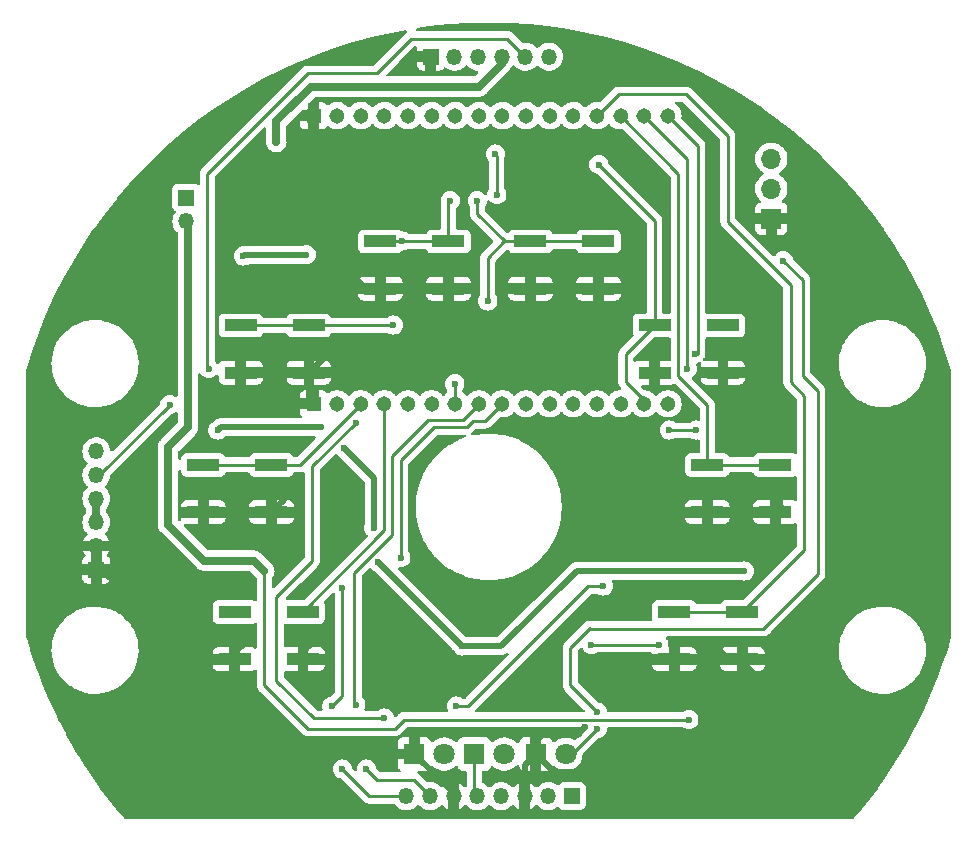
<source format=gbl>
%TF.GenerationSoftware,KiCad,Pcbnew,7.0.11-7.0.11~ubuntu20.04.1*%
%TF.CreationDate,2018-09-28T09:22:47+02:00*%
%TF.ProjectId,helmet__,68656c6d-6574-45f5-9f2e-6b696361645f,rev?*%
%TF.SameCoordinates,Original*%
%TF.FileFunction,Copper,L2,Bot*%
%TF.FilePolarity,Positive*%
%FSLAX46Y46*%
G04 Gerber Fmt 4.6, Leading zero omitted, Abs format (unit mm)*
G04 Created by KiCad (PCBNEW 7.0.11-7.0.11~ubuntu20.04.1) date 2018-09-28 09:22:47*
%MOMM*%
%LPD*%
G01*
G04 APERTURE LIST*
%TA.AperFunction,ComponentPad*%
%ADD10R,1.800000X1.800000*%
%TD*%
%TA.AperFunction,ComponentPad*%
%ADD11C,1.800000*%
%TD*%
%TA.AperFunction,ComponentPad*%
%ADD12R,1.350000X1.350000*%
%TD*%
%TA.AperFunction,ComponentPad*%
%ADD13O,1.350000X1.350000*%
%TD*%
%TA.AperFunction,ComponentPad*%
%ADD14R,1.700000X1.700000*%
%TD*%
%TA.AperFunction,ComponentPad*%
%ADD15O,1.700000X1.700000*%
%TD*%
%TA.AperFunction,ComponentPad*%
%ADD16R,1.305560X1.305560*%
%TD*%
%TA.AperFunction,ComponentPad*%
%ADD17C,1.305560*%
%TD*%
%TA.AperFunction,ComponentPad*%
%ADD18C,0.600000*%
%TD*%
%TA.AperFunction,SMDPad,CuDef*%
%ADD19R,2.750000X1.000000*%
%TD*%
%TA.AperFunction,ViaPad*%
%ADD20C,0.600000*%
%TD*%
%TA.AperFunction,ViaPad*%
%ADD21C,0.700000*%
%TD*%
%TA.AperFunction,Conductor*%
%ADD22C,0.250000*%
%TD*%
%TA.AperFunction,Conductor*%
%ADD23C,0.500000*%
%TD*%
%TA.AperFunction,Conductor*%
%ADD24C,0.700000*%
%TD*%
G04 APERTURE END LIST*
D10*
%TO.P,D1,1*%
%TO.N,GNDD*%
X170180000Y-87884000D03*
D11*
%TO.P,D1,2*%
%TO.N,Net-(D1-Pad2)*%
X172720000Y-87884000D03*
%TD*%
D10*
%TO.P,D2,1*%
%TO.N,Net-(D2-Pad1)*%
X175260000Y-87884000D03*
D11*
%TO.P,D2,2*%
%TO.N,Net-(D2-Pad2)*%
X177800000Y-87884000D03*
%TD*%
D10*
%TO.P,D3,1*%
%TO.N,GNDD*%
X180467000Y-87884000D03*
D11*
%TO.P,D3,2*%
%TO.N,Net-(D3-Pad2)*%
X183007000Y-87884000D03*
%TD*%
D12*
%TO.P,J1,1*%
%TO.N,Net-(C1-Pad1)*%
X183515000Y-91440000D03*
D13*
%TO.P,J1,2*%
%TO.N,Net-(J1-Pad2)*%
X181515000Y-91440000D03*
%TO.P,J1,3*%
%TO.N,GNDD*%
X179515000Y-91440000D03*
%TO.P,J1,4*%
%TO.N,Net-(J1-Pad4)*%
X177515000Y-91440000D03*
%TO.P,J1,5*%
%TO.N,Net-(D2-Pad1)*%
X175515000Y-91440000D03*
%TO.P,J1,6*%
%TO.N,GNDD*%
X173515000Y-91440000D03*
%TO.P,J1,7*%
%TO.N,Net-(J1-Pad7)*%
X171515000Y-91440000D03*
%TO.P,J1,8*%
%TO.N,Net-(J1-Pad8)*%
X169515000Y-91440000D03*
%TD*%
D12*
%TO.P,J3,1*%
%TO.N,GNDD*%
X143256000Y-72263000D03*
D13*
%TO.P,J3,2*%
X143256000Y-70263000D03*
%TO.P,J3,3*%
%TO.N,Net-(J3-Pad3)*%
X143256000Y-68263000D03*
%TO.P,J3,4*%
X143256000Y-66263000D03*
%TO.P,J3,5*%
%TO.N,/L*%
X143256000Y-64263000D03*
%TO.P,J3,6*%
%TO.N,Net-(J3-Pad6)*%
X143256000Y-62263000D03*
%TD*%
D12*
%TO.P,J4,1*%
%TO.N,GNDD*%
X171577000Y-28829000D03*
D13*
%TO.P,J4,2*%
%TO.N,/D+*%
X173577000Y-28829000D03*
%TO.P,J4,3*%
%TO.N,/D-*%
X175577000Y-28829000D03*
%TO.P,J4,4*%
%TO.N,/5v*%
X177577000Y-28829000D03*
%TO.P,J4,5*%
%TO.N,/L*%
X179577000Y-28829000D03*
%TO.P,J4,6*%
%TO.N,Net-(J4-Pad6)*%
X181577000Y-28829000D03*
%TD*%
D12*
%TO.P,J5,1*%
%TO.N,Net-(J3-Pad3)*%
X150876000Y-40767000D03*
D13*
%TO.P,J5,2*%
%TO.N,/BATT*%
X150876000Y-42767000D03*
%TD*%
D14*
%TO.P,J7,1*%
%TO.N,GNDD*%
X200406000Y-42545000D03*
D15*
%TO.P,J7,2*%
%TO.N,Net-(J7-Pad2)*%
X200406000Y-40005000D03*
%TO.P,J7,3*%
%TO.N,Net-(J7-Pad3)*%
X200406000Y-37465000D03*
%TD*%
D16*
%TO.P,U1,A1*%
%TO.N,GNDD*%
X161643060Y-58226960D03*
D17*
%TO.P,U1,A2*%
%TO.N,Net-(JP3-Pad1)*%
X163642040Y-58226960D03*
%TO.P,U1,A3*%
%TO.N,Net-(R1-Pad1)*%
X165641020Y-58226960D03*
%TO.P,U1,A4*%
%TO.N,Net-(R2-Pad1)*%
X167642540Y-58226960D03*
%TO.P,U1,A5*%
%TO.N,Net-(R3-Pad1)*%
X169641520Y-58226960D03*
%TO.P,U1,A6*%
%TO.N,Net-(R4-Pad1)*%
X171643040Y-58226960D03*
%TO.P,U1,A7*%
%TO.N,Net-(R5-Pad1)*%
X173642020Y-58226960D03*
%TO.P,U1,A8*%
%TO.N,Net-(R10-Pad2)*%
X175641000Y-58226960D03*
%TO.P,U1,A9*%
%TO.N,Net-(R9-Pad2)*%
X177639980Y-58226960D03*
%TO.P,U1,A10*%
%TO.N,Net-(JP1-Pad2)*%
X179638960Y-58226960D03*
%TO.P,U1,A11*%
%TO.N,Net-(U1-PadA11)*%
X181640480Y-58226960D03*
%TO.P,U1,A12*%
%TO.N,Net-(U1-PadA12)*%
X183639460Y-58226960D03*
%TO.P,U1,A13*%
%TO.N,Net-(U1-PadA13)*%
X185640980Y-58226960D03*
%TO.P,U1,A14*%
%TO.N,Net-(U1-PadA14)*%
X187639960Y-58226960D03*
%TO.P,U1,A15*%
%TO.N,Net-(R6-Pad1)*%
X189638940Y-58226960D03*
%TO.P,U1,A16*%
%TO.N,Net-(SW9-Pad2)*%
X191640460Y-58226960D03*
D16*
%TO.P,U1,B1*%
%TO.N,GNDD*%
X161643060Y-33830260D03*
D17*
%TO.P,U1,B2*%
%TO.N,/3.3v*%
X163642040Y-33830260D03*
%TO.P,U1,B3*%
%TO.N,Net-(JP5-Pad2)*%
X165641020Y-33830260D03*
%TO.P,U1,B4*%
%TO.N,Net-(JP6-Pad2)*%
X167642540Y-33830260D03*
%TO.P,U1,B5*%
%TO.N,Net-(J7-Pad3)*%
X169641520Y-33830260D03*
%TO.P,U1,B6*%
%TO.N,Net-(J7-Pad2)*%
X171643040Y-33830260D03*
%TO.P,U1,B7*%
%TO.N,Net-(JP7-Pad1)*%
X173642020Y-33830260D03*
%TO.P,U1,B8*%
%TO.N,Net-(U1-PadB8)*%
X175641000Y-33830260D03*
%TO.P,U1,B9*%
%TO.N,Net-(U1-PadB9)*%
X177639980Y-33830260D03*
%TO.P,U1,B10*%
%TO.N,Net-(U1-PadB10)*%
X179638960Y-33830260D03*
%TO.P,U1,B11*%
%TO.N,Net-(U1-PadB11)*%
X181640480Y-33830260D03*
%TO.P,U1,B12*%
%TO.N,Net-(U1-PadB12)*%
X183639460Y-33830260D03*
%TO.P,U1,B13*%
%TO.N,Net-(R8-Pad1)*%
X185640980Y-33830260D03*
%TO.P,U1,B14*%
%TO.N,Net-(R7-Pad1)*%
X187639960Y-33830260D03*
%TO.P,U1,B15*%
%TO.N,/SCL*%
X189638940Y-33830260D03*
%TO.P,U1,B16*%
%TO.N,/SDA*%
X191640460Y-33830260D03*
%TD*%
D18*
%TO.P,REF\u002A\u002A,1*%
%TO.N,GNDD*%
X144018000Y-48514000D03*
%TD*%
%TO.P,REF\u002A\u002A,1*%
%TO.N,GNDD*%
X203962000Y-82169000D03*
%TD*%
%TO.P,REF\u002A\u002A,1*%
%TO.N,GNDD*%
X203835000Y-77089000D03*
%TD*%
%TO.P,REF\u002A\u002A,1*%
%TO.N,GNDD*%
X144907000Y-45847000D03*
%TD*%
%TO.P,REF\u002A\u002A,1*%
%TO.N,GNDD*%
X155448000Y-42799000D03*
%TD*%
%TO.P,REF\u002A\u002A,1*%
%TO.N,GNDD*%
X155448000Y-40386000D03*
%TD*%
%TO.P,REF\u002A\u002A,1*%
%TO.N,GNDD*%
X160909000Y-48514000D03*
%TD*%
%TO.P,REF\u002A\u002A,1*%
%TO.N,GNDD*%
X163195000Y-48514000D03*
%TD*%
%TO.P,REF\u002A\u002A,1*%
%TO.N,GNDD*%
X164719000Y-55499000D03*
%TD*%
%TO.P,REF\u002A\u002A,1*%
%TO.N,GNDD*%
X164719000Y-53594000D03*
%TD*%
%TO.P,REF\u002A\u002A,1*%
%TO.N,GNDD*%
X171450000Y-54356000D03*
%TD*%
%TO.P,REF\u002A\u002A,1*%
%TO.N,GNDD*%
X171450000Y-51562000D03*
%TD*%
%TO.P,REF\u002A\u002A,1*%
%TO.N,GNDD*%
X184404000Y-64516000D03*
%TD*%
%TO.P,REF\u002A\u002A,1*%
%TO.N,GNDD*%
X184404000Y-69342000D03*
%TD*%
%TO.P,REF\u002A\u002A,1*%
%TO.N,GNDD*%
X205232000Y-84963000D03*
%TD*%
%TO.P,REF\u002A\u002A,1*%
%TO.N,GNDD*%
X207899000Y-84963000D03*
%TD*%
%TO.P,REF\u002A\u002A,1*%
%TO.N,GNDD*%
X207772000Y-87376000D03*
%TD*%
%TO.P,REF\u002A\u002A,1*%
%TO.N,GNDD*%
X158369000Y-86995000D03*
%TD*%
%TO.P,REF\u002A\u002A,1*%
%TO.N,GNDD*%
X156337000Y-84963000D03*
%TD*%
%TO.P,REF\u002A\u002A,1*%
%TO.N,GNDD*%
X145034000Y-87122000D03*
%TD*%
%TO.P,REF\u002A\u002A,1*%
%TO.N,GNDD*%
X196977000Y-48768000D03*
%TD*%
%TO.P,REF\u002A\u002A,1*%
%TO.N,GNDD*%
X199517000Y-48768000D03*
%TD*%
%TO.P,REF\u002A\u002A,1*%
%TO.N,GNDD*%
X199517000Y-53721000D03*
%TD*%
%TO.P,REF\u002A\u002A,1*%
%TO.N,GNDD*%
X182245000Y-85979000D03*
%TD*%
%TO.P,REF\u002A\u002A,1*%
%TO.N,GNDD*%
X171704000Y-85852000D03*
%TD*%
D19*
%TO.P,SW1,1*%
%TO.N,GNDD*%
X152314000Y-67405000D03*
X158074000Y-67405000D03*
%TO.P,SW1,2*%
%TO.N,Net-(R1-Pad1)*%
X152314000Y-63405000D03*
X158074000Y-63405000D03*
%TD*%
%TO.P,SW2,1*%
%TO.N,GNDD*%
X154981000Y-79851000D03*
X160741000Y-79851000D03*
%TO.P,SW2,2*%
%TO.N,Net-(R2-Pad1)*%
X154981000Y-75851000D03*
X160741000Y-75851000D03*
%TD*%
%TO.P,SW3,1*%
%TO.N,GNDD*%
X155489000Y-55594000D03*
X161249000Y-55594000D03*
%TO.P,SW3,2*%
%TO.N,Net-(R3-Pad1)*%
X155489000Y-51594000D03*
X161249000Y-51594000D03*
%TD*%
%TO.P,SW4,1*%
%TO.N,GNDD*%
X167300000Y-48482000D03*
X173060000Y-48482000D03*
%TO.P,SW4,2*%
%TO.N,Net-(R4-Pad1)*%
X167300000Y-44482000D03*
X173060000Y-44482000D03*
%TD*%
%TO.P,SW5,1*%
%TO.N,GNDD*%
X180000000Y-48482000D03*
X185760000Y-48482000D03*
%TO.P,SW5,2*%
%TO.N,Net-(R5-Pad1)*%
X180000000Y-44482000D03*
X185760000Y-44482000D03*
%TD*%
%TO.P,SW6,1*%
%TO.N,GNDD*%
X190541000Y-55594000D03*
X196301000Y-55594000D03*
%TO.P,SW6,2*%
%TO.N,Net-(R6-Pad1)*%
X190541000Y-51594000D03*
X196301000Y-51594000D03*
%TD*%
%TO.P,SW7,1*%
%TO.N,GNDD*%
X194986000Y-67405000D03*
X200746000Y-67405000D03*
%TO.P,SW7,2*%
%TO.N,Net-(R7-Pad1)*%
X194986000Y-63405000D03*
X200746000Y-63405000D03*
%TD*%
%TO.P,SW8,1*%
%TO.N,GNDD*%
X192192000Y-79851000D03*
X197952000Y-79851000D03*
%TO.P,SW8,2*%
%TO.N,Net-(R8-Pad1)*%
X192192000Y-75851000D03*
X197952000Y-75851000D03*
%TD*%
D20*
%TO.N,GNDD*%
X196469000Y-87630000D03*
X201676000Y-87503000D03*
X201041000Y-55626000D03*
X140335000Y-72136000D03*
X195453000Y-70485000D03*
X165481000Y-28829000D03*
X204851000Y-87503000D03*
X153797000Y-89916000D03*
X171450000Y-78740000D03*
X148209000Y-80772000D03*
X207518000Y-90297000D03*
X188214000Y-67818000D03*
X208280000Y-48641000D03*
X164290000Y-70210000D03*
X180594000Y-54483000D03*
X204724000Y-90297000D03*
X205740000Y-50800000D03*
X145796000Y-73787000D03*
X195580000Y-78613000D03*
X159385000Y-71882000D03*
X191643000Y-69977000D03*
X191770000Y-63119000D03*
X201168000Y-66167000D03*
X185801000Y-51562000D03*
X189738000Y-89535000D03*
X163449000Y-71120000D03*
X156591000Y-58166000D03*
X183134000Y-83947000D03*
X188214000Y-63119000D03*
X204216000Y-42164000D03*
X148082000Y-90170000D03*
X185801000Y-54229000D03*
X147701000Y-75311000D03*
X140335000Y-60706000D03*
X161643060Y-35814000D03*
X163576000Y-63881000D03*
X191770000Y-65532000D03*
X151003000Y-90043000D03*
X184658000Y-85598000D03*
X155575000Y-78740000D03*
X140335000Y-64008000D03*
X168910000Y-78740000D03*
X170688000Y-36068000D03*
X180721000Y-51562000D03*
X161036000Y-42418000D03*
X159131000Y-65278000D03*
X190500000Y-53594000D03*
X190627000Y-90551000D03*
X165608000Y-35814000D03*
X205994000Y-44323000D03*
X199136000Y-87630000D03*
X167894000Y-35941000D03*
X161036000Y-73533000D03*
X161290000Y-78740000D03*
X201676000Y-84963000D03*
X140335000Y-69977000D03*
X152273000Y-69342000D03*
X148209000Y-77597000D03*
X191770000Y-67818000D03*
X177546000Y-48514000D03*
X181483000Y-78867000D03*
X175387000Y-48387000D03*
X205994000Y-46228000D03*
X140335000Y-66929000D03*
X197485000Y-70485000D03*
X196469000Y-90424000D03*
X190500000Y-83947000D03*
X183134000Y-51562000D03*
X148082000Y-87122000D03*
X177419000Y-54229000D03*
X205867000Y-48641000D03*
X183261000Y-54356000D03*
X166370000Y-78740000D03*
X199263000Y-90297000D03*
X188087000Y-65405000D03*
X147955000Y-69850000D03*
X194564000Y-90551000D03*
X145161000Y-59944000D03*
X201676000Y-90297000D03*
X148082000Y-83566000D03*
D21*
%TO.N,/5v*%
X158496000Y-36068000D03*
D20*
%TO.N,Net-(D1-Pad2)*%
X186182000Y-73660000D03*
X173736000Y-83820000D03*
%TO.N,Net-(D3-Pad2)*%
X185674000Y-85725000D03*
X183007000Y-87884000D03*
X201422000Y-46101000D03*
X185674000Y-84328000D03*
%TO.N,Net-(J1-Pad7)*%
X166116000Y-89154000D03*
%TO.N,Net-(J1-Pad8)*%
X164084000Y-89154000D03*
%TO.N,/L*%
X152781000Y-55245000D03*
X149479000Y-58293000D03*
%TO.N,/BATT*%
X193421000Y-84963000D03*
D21*
X157480000Y-72390000D03*
D20*
%TO.N,/SCL*%
X193294000Y-55245000D03*
X190881000Y-78613000D03*
X185166000Y-78613000D03*
%TO.N,/SDA*%
X191770000Y-60452000D03*
X193929000Y-53975000D03*
X194056000Y-60452000D03*
%TO.N,Net-(JP3-Pad1)*%
X167640000Y-84836000D03*
X165227000Y-59817000D03*
%TO.N,Net-(JP7-Pad1)*%
X177165000Y-40513000D03*
X177038000Y-37084000D03*
%TO.N,Net-(R3-Pad1)*%
X168402000Y-51562000D03*
%TO.N,Net-(R4-Pad1)*%
X173228000Y-41021000D03*
X169164000Y-44450000D03*
%TO.N,Net-(R5-Pad1)*%
X173609000Y-56515000D03*
X176403000Y-49530000D03*
X175514000Y-41021000D03*
%TO.N,Net-(R6-Pad1)*%
X185801000Y-37973000D03*
%TO.N,Net-(R9-Pad2)*%
X164084000Y-73787000D03*
X163195000Y-83820000D03*
X169037000Y-71247000D03*
%TO.N,Net-(R10-Pad2)*%
X165227000Y-83693000D03*
%TO.N,/3.3v*%
X161036000Y-45593000D03*
X164211000Y-61976000D03*
X153543000Y-60452000D03*
X198120000Y-72390000D03*
X162306000Y-60198000D03*
X166751000Y-68707000D03*
X167132000Y-71628000D03*
X174244000Y-78740000D03*
X155702000Y-45720000D03*
%TD*%
D22*
%TO.N,GNDD*%
X193897000Y-67405000D02*
X194986000Y-67405000D01*
D23*
X161249000Y-57832900D02*
X161249000Y-55594000D01*
X164138000Y-52705000D02*
X171196000Y-52705000D01*
X171196000Y-52705000D02*
X173060000Y-50841000D01*
X173060000Y-50841000D02*
X173060000Y-48482000D01*
D22*
X200406000Y-42164000D02*
X200406000Y-42545000D01*
D23*
X181991000Y-89408000D02*
X189738000Y-89408000D01*
X189738000Y-89408000D02*
X189738000Y-89535000D01*
D22*
X175292000Y-48482000D02*
X175387000Y-48387000D01*
X177546000Y-48514000D02*
X177578000Y-48482000D01*
D23*
X177578000Y-48482000D02*
X180000000Y-48482000D01*
D22*
X154019000Y-79851000D02*
X154981000Y-79851000D01*
D23*
X161036000Y-42418000D02*
X161036000Y-43434000D01*
X161036000Y-43434000D02*
X166084000Y-48482000D01*
D22*
X166084000Y-48482000D02*
X167300000Y-48482000D01*
D23*
X145542000Y-72263000D02*
X147955000Y-69850000D01*
D22*
X152273000Y-69342000D02*
X152314000Y-69301000D01*
D23*
X152314000Y-69301000D02*
X152314000Y-67405000D01*
X159385000Y-71882000D02*
X158074000Y-70571000D01*
X158074000Y-70571000D02*
X158074000Y-67405000D01*
X159131000Y-65278000D02*
X159131000Y-66348000D01*
X159131000Y-66348000D02*
X158074000Y-67405000D01*
X156591000Y-58166000D02*
X161582100Y-58166000D01*
D22*
X161582100Y-58166000D02*
X161643060Y-58226960D01*
X173515000Y-91219000D02*
X173515000Y-91440000D01*
D23*
X180975000Y-86233000D02*
X180467000Y-86741000D01*
X180467000Y-87884000D02*
X180467000Y-86741000D01*
X179515000Y-88836000D02*
X180467000Y-87884000D01*
X195453000Y-70485000D02*
X194986000Y-70018000D01*
X194986000Y-70018000D02*
X194986000Y-67405000D01*
X195580000Y-78613000D02*
X196818000Y-79851000D01*
D22*
X196818000Y-79851000D02*
X197952000Y-79851000D01*
D23*
X197952000Y-80096000D02*
X201676000Y-83820000D01*
X201676000Y-83820000D02*
X201676000Y-84963000D01*
X184658000Y-85598000D02*
X184023000Y-86233000D01*
X184023000Y-86233000D02*
X180975000Y-86233000D01*
X192192000Y-82255000D02*
X190500000Y-83947000D01*
X201168000Y-66167000D02*
X201200000Y-67405000D01*
D22*
X201200000Y-67405000D02*
X200746000Y-67405000D01*
X201041000Y-55626000D02*
X201009000Y-55594000D01*
D23*
X201009000Y-55594000D02*
X196301000Y-55594000D01*
D22*
X190541000Y-53635000D02*
X190500000Y-53594000D01*
X185801000Y-51562000D02*
X185760000Y-51521000D01*
D23*
X185760000Y-51521000D02*
X185760000Y-48482000D01*
X161036000Y-73533000D02*
X163449000Y-71120000D01*
D22*
X160741000Y-79588000D02*
X161290000Y-78740000D01*
X155575000Y-78740000D02*
X154981000Y-79334000D01*
X154981000Y-79334000D02*
X154981000Y-79851000D01*
X165481000Y-28829000D02*
X165354000Y-28829000D01*
D23*
X181483000Y-82677000D02*
X181483000Y-79248000D01*
X181483000Y-79248000D02*
X181483000Y-78867000D01*
X197485000Y-70485000D02*
X191770000Y-70485000D01*
X191770000Y-70485000D02*
X191643000Y-70358000D01*
X191643000Y-70358000D02*
X191643000Y-69977000D01*
X191770000Y-67818000D02*
X191770000Y-65532000D01*
X191770000Y-63119000D02*
X188214000Y-63119000D01*
X188087000Y-65405000D02*
X188214000Y-65532000D01*
X188214000Y-65532000D02*
X188214000Y-67818000D01*
X165608000Y-35814000D02*
X161643060Y-35814000D01*
X167894000Y-35941000D02*
X168021000Y-36068000D01*
X168021000Y-36068000D02*
X170688000Y-36068000D01*
X183261000Y-54356000D02*
X183134000Y-54229000D01*
X183134000Y-54229000D02*
X183134000Y-51562000D01*
X180721000Y-51562000D02*
X180594000Y-51689000D01*
X180594000Y-51689000D02*
X180594000Y-54483000D01*
X177419000Y-54229000D02*
X177292000Y-54102000D01*
X177292000Y-54102000D02*
X177292000Y-51562000D01*
X204216000Y-42545000D02*
X204216000Y-42164000D01*
X205994000Y-44323000D02*
X205994000Y-46228000D01*
X205867000Y-48641000D02*
X205740000Y-48768000D01*
X205740000Y-48768000D02*
X205740000Y-50800000D01*
X208280000Y-48641000D02*
X208153000Y-48514000D01*
X208153000Y-48514000D02*
X208153000Y-46228000D01*
X201676000Y-90297000D02*
X201676000Y-87503000D01*
X199263000Y-90297000D02*
X199136000Y-90170000D01*
X199136000Y-90170000D02*
X199136000Y-87630000D01*
X196469000Y-87630000D02*
X196469000Y-90424000D01*
X143383000Y-72263000D02*
X145796000Y-73787000D01*
X147701000Y-75311000D02*
X148209000Y-75565000D01*
X148209000Y-75565000D02*
X148209000Y-77597000D01*
X148209000Y-80772000D02*
X148082000Y-80899000D01*
X148082000Y-80899000D02*
X148082000Y-83566000D01*
X148082000Y-87122000D02*
X148082000Y-90170000D01*
X151003000Y-90043000D02*
X151130000Y-89916000D01*
X151130000Y-89916000D02*
X153797000Y-89916000D01*
X140462000Y-72263000D02*
X140335000Y-72136000D01*
X140335000Y-69977000D02*
X140335000Y-66929000D01*
X140335000Y-64008000D02*
X140335000Y-60706000D01*
X145161000Y-59944000D02*
X145288000Y-59817000D01*
X204724000Y-87630000D02*
X204851000Y-87503000D01*
X204724000Y-90297000D02*
X207518000Y-90297000D01*
X190627000Y-90551000D02*
X194564000Y-90551000D01*
X179515000Y-91440000D02*
X179515000Y-88836000D01*
X185760000Y-48482000D02*
X180000000Y-48482000D01*
X161249000Y-55594000D02*
X164138000Y-52705000D01*
X180467000Y-87884000D02*
X181991000Y-89408000D01*
D22*
X152314000Y-67405000D02*
X152314000Y-67224000D01*
D23*
X170180000Y-87884000D02*
X173515000Y-91219000D01*
X185801000Y-51562000D02*
X185801000Y-54229000D01*
D22*
X160741000Y-79851000D02*
X160741000Y-79588000D01*
D23*
X173060000Y-48482000D02*
X175292000Y-48482000D01*
X143256000Y-72263000D02*
X143383000Y-72263000D01*
X190541000Y-55594000D02*
X190541000Y-53635000D01*
X143256000Y-70263000D02*
X143256000Y-72263000D01*
D22*
X161643060Y-58226960D02*
X161249000Y-57832900D01*
D23*
X161290000Y-78740000D02*
X161290000Y-78740000D01*
X183134000Y-83947000D02*
X181483000Y-82677000D01*
D22*
X155489000Y-55594000D02*
X161249000Y-55594000D01*
D23*
X192192000Y-79851000D02*
X192192000Y-82255000D01*
X192192000Y-79851000D02*
X197952000Y-79851000D01*
X194986000Y-67405000D02*
X200746000Y-67405000D01*
X201676000Y-87503000D02*
X204724000Y-87630000D01*
X200406000Y-42545000D02*
X204216000Y-42545000D01*
X143256000Y-72263000D02*
X145542000Y-72263000D01*
X166370000Y-78740000D02*
X168910000Y-78740000D01*
X173060000Y-48482000D02*
X167300000Y-48482000D01*
X143256000Y-72263000D02*
X140462000Y-72263000D01*
X152314000Y-67405000D02*
X158074000Y-67405000D01*
D22*
X154981000Y-79851000D02*
X154019000Y-79851000D01*
X170180000Y-87884000D02*
X170180000Y-87503000D01*
X197952000Y-79851000D02*
X197952000Y-80096000D01*
D24*
%TO.N,/5v*%
X175641000Y-31369000D02*
X177577000Y-29433000D01*
X175641000Y-31369000D02*
X161417000Y-31369000D01*
X161417000Y-31369000D02*
X158496000Y-34290000D01*
X158496000Y-34290000D02*
X158496000Y-36068000D01*
D22*
X177577000Y-28829000D02*
X177577000Y-29433000D01*
%TO.N,Net-(D1-Pad2)*%
X186055000Y-73660000D02*
X186182000Y-73660000D01*
X174752000Y-83820000D02*
X184912000Y-73660000D01*
X184912000Y-73660000D02*
X186182000Y-73660000D01*
X173736000Y-83820000D02*
X174752000Y-83820000D01*
X172720000Y-87884000D02*
X172720000Y-87630000D01*
%TO.N,Net-(D2-Pad1)*%
X175260000Y-91185000D02*
X175260000Y-87884000D01*
X175515000Y-91440000D02*
X175260000Y-91185000D01*
%TO.N,Net-(D3-Pad2)*%
X183007000Y-87884000D02*
X183134000Y-87757000D01*
X185674000Y-84328000D02*
X183388000Y-82042000D01*
X183388000Y-82042000D02*
X183388000Y-78867000D01*
X183388000Y-78867000D02*
X184975500Y-77279500D01*
X203073000Y-55880000D02*
X203073000Y-47752000D01*
X203073000Y-47752000D02*
X201422000Y-46101000D01*
X183515000Y-87884000D02*
X185674000Y-85725000D01*
X199771000Y-77216000D02*
X199898000Y-77089000D01*
X204343000Y-72644000D02*
X204343000Y-57150000D01*
X204343000Y-57150000D02*
X203073000Y-55880000D01*
X184975500Y-77279500D02*
X185039000Y-77216000D01*
X199707500Y-77279500D02*
X199898000Y-77089000D01*
X199898000Y-77089000D02*
X204343000Y-72644000D01*
X183007000Y-87884000D02*
X183515000Y-87884000D01*
X184975500Y-77279500D02*
X199707500Y-77279500D01*
%TO.N,Net-(J1-Pad4)*%
X177515000Y-91440000D02*
X177515000Y-91217000D01*
%TO.N,Net-(J1-Pad7)*%
X166116000Y-89154000D02*
X167005000Y-90043000D01*
X167005000Y-90043000D02*
X170118000Y-90043000D01*
X170118000Y-90043000D02*
X171515000Y-91440000D01*
%TO.N,Net-(J1-Pad8)*%
X164084000Y-89154000D02*
X166370000Y-91440000D01*
X166370000Y-91440000D02*
X169515000Y-91440000D01*
X169515000Y-91440000D02*
X169515000Y-91283000D01*
%TO.N,/L*%
X178053000Y-27305000D02*
X170688000Y-27305000D01*
X170688000Y-27305000D02*
X169926000Y-27305000D01*
X169926000Y-27305000D02*
X167005000Y-30226000D01*
X167005000Y-30226000D02*
X161163000Y-30226000D01*
X161163000Y-30226000D02*
X152654000Y-38735000D01*
X152654000Y-38735000D02*
X152654000Y-46482000D01*
X143509000Y-64263000D02*
X149479000Y-58293000D01*
X152781000Y-55245000D02*
X152654000Y-55245000D01*
X152654000Y-55245000D02*
X152654000Y-46482000D01*
X179577000Y-28829000D02*
X178053000Y-27305000D01*
X143256000Y-64263000D02*
X143509000Y-64263000D01*
D24*
%TO.N,/BATT*%
X156591000Y-71501000D02*
X157480000Y-72390000D01*
X156591000Y-71501000D02*
X152368000Y-71501000D01*
X149320000Y-68453000D02*
X152368000Y-71501000D01*
X151003000Y-55245000D02*
X151003000Y-60198000D01*
X151003000Y-60198000D02*
X149320000Y-61881000D01*
X149320000Y-61881000D02*
X149320000Y-68453000D01*
D22*
X169545000Y-84963000D02*
X193421000Y-84963000D01*
X169291000Y-84963000D02*
X168529000Y-85725000D01*
X168529000Y-85725000D02*
X161163000Y-85725000D01*
X161163000Y-85725000D02*
X157607000Y-82169000D01*
X157480000Y-77216000D02*
X157480000Y-77343000D01*
X157480000Y-82042000D02*
X157607000Y-82169000D01*
X151003000Y-42894000D02*
X150876000Y-42767000D01*
X157480000Y-72390000D02*
X157480000Y-77216000D01*
D24*
X151003000Y-42894000D02*
X151003000Y-55245000D01*
D22*
X157480000Y-77216000D02*
X157480000Y-82042000D01*
X169545000Y-84963000D02*
X169291000Y-84963000D01*
%TO.N,/SCL*%
X185166000Y-78613000D02*
X190881000Y-78613000D01*
X193294000Y-37465000D02*
X189659260Y-33830260D01*
X189638940Y-33830260D02*
X189659260Y-33830260D01*
X193294000Y-37465000D02*
X193294000Y-55245000D01*
%TO.N,/SDA*%
X194056000Y-60452000D02*
X191770000Y-60452000D01*
X193929000Y-53975000D02*
X194183000Y-53975000D01*
X194183000Y-53975000D02*
X194183000Y-36372800D01*
X194183000Y-36372800D02*
X191640460Y-33830260D01*
%TO.N,Net-(JP3-Pad1)*%
X165227000Y-59817000D02*
X161544000Y-63500000D01*
X161544000Y-63500000D02*
X161544000Y-71501000D01*
X161544000Y-71501000D02*
X158496000Y-74549000D01*
X158496000Y-74549000D02*
X158496000Y-81661000D01*
X158496000Y-81661000D02*
X161671000Y-84836000D01*
X161671000Y-84836000D02*
X167640000Y-84836000D01*
%TO.N,Net-(JP7-Pad1)*%
X177165000Y-40513000D02*
X177165000Y-37211000D01*
X177165000Y-37211000D02*
X177038000Y-37084000D01*
X173642020Y-33830260D02*
X173609000Y-33863280D01*
%TO.N,Net-(R1-Pad1)*%
X160462980Y-63405000D02*
X165641020Y-58226960D01*
X158074000Y-63405000D02*
X160462980Y-63405000D01*
X152314000Y-63405000D02*
X158074000Y-63405000D01*
%TO.N,Net-(R2-Pad1)*%
X167642540Y-68949460D02*
X167642540Y-58226960D01*
X160741000Y-75851000D02*
X167642540Y-68949460D01*
%TO.N,Net-(R3-Pad1)*%
X168370000Y-51594000D02*
X168402000Y-51562000D01*
X161249000Y-51594000D02*
X168370000Y-51594000D01*
X155489000Y-51594000D02*
X162519000Y-51562000D01*
%TO.N,Net-(R4-Pad1)*%
X169164000Y-44450000D02*
X169132000Y-44482000D01*
X169132000Y-44482000D02*
X169069000Y-44482000D01*
X169069000Y-44482000D02*
X169037000Y-44450000D01*
X169037000Y-44450000D02*
X169037000Y-44482000D01*
X169037000Y-44482000D02*
X173060000Y-44482000D01*
X173060000Y-41189000D02*
X173228000Y-41021000D01*
X173060000Y-44482000D02*
X173060000Y-41189000D01*
X167300000Y-44482000D02*
X169037000Y-44482000D01*
%TO.N,Net-(R5-Pad1)*%
X177705000Y-44482000D02*
X180000000Y-44482000D01*
X173609000Y-58193940D02*
X173609000Y-56515000D01*
X176403000Y-49530000D02*
X176403000Y-45879000D01*
X176403000Y-45879000D02*
X177800000Y-44482000D01*
X177800000Y-44482000D02*
X180000000Y-44482000D01*
X177832000Y-44482000D02*
X175514000Y-42164000D01*
X175514000Y-42164000D02*
X175514000Y-41021000D01*
X180000000Y-44482000D02*
X177832000Y-44482000D01*
X173642020Y-58226960D02*
X173609000Y-58193940D01*
X180000000Y-44482000D02*
X185760000Y-44482000D01*
%TO.N,Net-(R6-Pad1)*%
X189638940Y-57939940D02*
X188087000Y-56388000D01*
X188087000Y-56388000D02*
X188087000Y-54048000D01*
X188087000Y-54048000D02*
X190541000Y-51594000D01*
X185801000Y-37973000D02*
X190541000Y-42713000D01*
X190541000Y-42713000D02*
X190541000Y-51594000D01*
X189638940Y-58226960D02*
X189638940Y-57939940D01*
%TO.N,Net-(R7-Pad1)*%
X194986000Y-58334000D02*
X192532000Y-55880000D01*
X192532000Y-55880000D02*
X192532000Y-42164000D01*
X187639960Y-33842960D02*
X192532000Y-38735000D01*
X192532000Y-38735000D02*
X192532000Y-42164000D01*
X187639960Y-33830260D02*
X187639960Y-33842960D01*
X194986000Y-63405000D02*
X194986000Y-58334000D01*
X194986000Y-63405000D02*
X200746000Y-63405000D01*
%TO.N,Net-(R8-Pad1)*%
X202057000Y-56261000D02*
X202057000Y-48133000D01*
X202057000Y-48133000D02*
X196723000Y-42799000D01*
X196723000Y-42799000D02*
X196723000Y-35560000D01*
X196723000Y-35560000D02*
X193167000Y-32004000D01*
X193167000Y-32004000D02*
X187467240Y-32004000D01*
X187467240Y-32004000D02*
X185640980Y-33830260D01*
X197961000Y-75851000D02*
X203200000Y-70612000D01*
X203200000Y-70612000D02*
X203200000Y-57531000D01*
X203200000Y-57531000D02*
X202057000Y-56388000D01*
X202057000Y-56388000D02*
X202057000Y-56261000D01*
X197952000Y-75851000D02*
X192192000Y-75851000D01*
X197952000Y-75851000D02*
X197961000Y-75851000D01*
%TO.N,Net-(R9-Pad2)*%
X169037000Y-64643000D02*
X169037000Y-70358000D01*
X169037000Y-70358000D02*
X169037000Y-71247000D01*
X163195000Y-83820000D02*
X164084000Y-82931000D01*
X164084000Y-82931000D02*
X164084000Y-73787000D01*
X174625000Y-60198000D02*
X175133000Y-59690000D01*
X175133000Y-59690000D02*
X176176940Y-59690000D01*
X177639980Y-58226960D02*
X176176940Y-59690000D01*
X169037000Y-62992000D02*
X171831000Y-60198000D01*
X171831000Y-60198000D02*
X174625000Y-60198000D01*
X169037000Y-64643000D02*
X169037000Y-62992000D01*
%TO.N,Net-(R10-Pad2)*%
X168275000Y-64008000D02*
X168275000Y-69342000D01*
X168275000Y-69342000D02*
X165100000Y-72517000D01*
X165100000Y-83566000D02*
X165227000Y-83693000D01*
X174304960Y-59563000D02*
X175641000Y-58226960D01*
X168275000Y-62611000D02*
X171323000Y-59563000D01*
X171323000Y-59563000D02*
X174304960Y-59563000D01*
X165100000Y-72517000D02*
X165100000Y-83566000D01*
X168275000Y-64008000D02*
X168275000Y-62611000D01*
D24*
%TO.N,Net-(J3-Pad3)*%
X143256000Y-68263000D02*
X143256000Y-66263000D01*
D23*
%TO.N,/3.3v*%
X155702000Y-45720000D02*
X155829000Y-45593000D01*
X155829000Y-45593000D02*
X161036000Y-45593000D01*
X153543000Y-60452000D02*
X153797000Y-60198000D01*
X153797000Y-60198000D02*
X162306000Y-60198000D01*
X174244000Y-78740000D02*
X167132000Y-71628000D01*
X177529461Y-78724673D02*
X183950517Y-72373268D01*
X183950517Y-72373268D02*
X198120000Y-72390000D01*
X166751000Y-64516000D02*
X166751000Y-68707000D01*
X164211000Y-61976000D02*
X166751000Y-64516000D01*
X174244000Y-78740000D02*
X177529461Y-78724673D01*
%TD*%
%TA.AperFunction,Conductor*%
%TO.N,GNDD*%
G36*
X178172350Y-25993183D02*
G01*
X178177514Y-25993400D01*
X179853728Y-26098528D01*
X179858834Y-26098953D01*
X181519018Y-26271790D01*
X181524119Y-26272427D01*
X183166629Y-26511769D01*
X183171690Y-26512612D01*
X184795024Y-26817265D01*
X184799975Y-26818299D01*
X186402511Y-27187065D01*
X186407446Y-27188307D01*
X187987572Y-27619977D01*
X187992412Y-27621405D01*
X189548634Y-28114813D01*
X189553364Y-28116419D01*
X191083943Y-28670318D01*
X191088633Y-28672122D01*
X192592090Y-29285355D01*
X192596627Y-29287312D01*
X194062058Y-29954444D01*
X194071306Y-29958654D01*
X194075827Y-29960822D01*
X195520130Y-30689069D01*
X195524512Y-30691388D01*
X196934294Y-31473925D01*
X196936858Y-31475348D01*
X196941165Y-31477851D01*
X197147110Y-31603090D01*
X198319982Y-32316334D01*
X198324191Y-32319009D01*
X199667876Y-33210814D01*
X199671971Y-33213651D01*
X199994055Y-33446270D01*
X200926216Y-34119507D01*
X200978866Y-34157532D01*
X200982838Y-34160521D01*
X202139344Y-35067439D01*
X202251478Y-35155373D01*
X202255335Y-35158523D01*
X203464569Y-36186527D01*
X203483981Y-36203029D01*
X203487704Y-36206323D01*
X204657432Y-37283320D01*
X204674911Y-37299413D01*
X204678484Y-37302837D01*
X205822576Y-38443240D01*
X205826031Y-38446824D01*
X206072978Y-38713342D01*
X206925385Y-39633307D01*
X206928691Y-39637019D01*
X207568246Y-40384887D01*
X207981757Y-40868429D01*
X207984949Y-40872317D01*
X208628109Y-41688202D01*
X208971747Y-42124127D01*
X208990118Y-42147431D01*
X208993161Y-42151455D01*
X209948838Y-43469075D01*
X209951707Y-43473202D01*
X210856316Y-44832161D01*
X210859025Y-44836412D01*
X211320675Y-45594540D01*
X211710968Y-46235485D01*
X211713533Y-46239897D01*
X211786154Y-46370813D01*
X212496911Y-47652111D01*
X212511180Y-47677833D01*
X212513566Y-47682346D01*
X213238718Y-49124896D01*
X213255400Y-49158081D01*
X213257612Y-49162716D01*
X213341893Y-49348949D01*
X213941977Y-50674938D01*
X213944008Y-50679683D01*
X214569325Y-52227208D01*
X214571166Y-52232047D01*
X214771963Y-52794469D01*
X215135578Y-53812939D01*
X215135860Y-53813727D01*
X215137501Y-53818642D01*
X215631042Y-55404578D01*
X215633091Y-55411163D01*
X215638782Y-55448603D01*
X215638782Y-77972562D01*
X215633475Y-78008745D01*
X215323499Y-79042706D01*
X215322474Y-79045963D01*
X214977705Y-80092055D01*
X214976594Y-80095280D01*
X214604037Y-81130548D01*
X214602840Y-81133738D01*
X214202770Y-82157671D01*
X214201488Y-82160825D01*
X213774248Y-83172738D01*
X213772883Y-83175854D01*
X213318678Y-84175428D01*
X213317229Y-84178505D01*
X212836415Y-85165046D01*
X212834884Y-85168082D01*
X212327722Y-86141099D01*
X212326111Y-86144092D01*
X211792863Y-87103122D01*
X211791171Y-87106071D01*
X211232156Y-88050509D01*
X211230384Y-88053412D01*
X210645865Y-88982766D01*
X210644015Y-88985621D01*
X210034281Y-89899358D01*
X210032353Y-89902164D01*
X209397702Y-90799727D01*
X209395697Y-90802483D01*
X208736429Y-91683333D01*
X208734349Y-91686035D01*
X208050713Y-92549689D01*
X208048557Y-92552338D01*
X207392237Y-93336828D01*
X207333185Y-93376240D01*
X207295598Y-93381977D01*
X145699379Y-93381977D01*
X145631258Y-93361975D01*
X145602907Y-93337027D01*
X145003439Y-92623499D01*
X144944130Y-92552905D01*
X144941973Y-92550266D01*
X144941514Y-92549689D01*
X144255845Y-91687093D01*
X144253759Y-91684394D01*
X143592079Y-90804020D01*
X143590067Y-90801267D01*
X143501474Y-90676500D01*
X142952950Y-89904003D01*
X142951061Y-89901264D01*
X142450294Y-89154000D01*
X163270384Y-89154000D01*
X163290783Y-89335047D01*
X163290783Y-89335049D01*
X163290784Y-89335050D01*
X163350957Y-89507015D01*
X163350958Y-89507018D01*
X163447887Y-89661279D01*
X163447888Y-89661281D01*
X163576718Y-89790111D01*
X163576720Y-89790112D01*
X163730981Y-89887041D01*
X163730982Y-89887041D01*
X163730985Y-89887043D01*
X163902953Y-89947217D01*
X163947450Y-89952230D01*
X164012902Y-89979732D01*
X164022439Y-89988343D01*
X165862753Y-91828657D01*
X165872720Y-91841097D01*
X165872947Y-91840910D01*
X165877999Y-91847017D01*
X165927666Y-91893657D01*
X165930510Y-91896414D01*
X165950226Y-91916131D01*
X165953423Y-91918611D01*
X165962444Y-91926316D01*
X165994679Y-91956586D01*
X165994680Y-91956586D01*
X165994682Y-91956588D01*
X166012429Y-91966344D01*
X166028959Y-91977202D01*
X166044959Y-91989613D01*
X166085536Y-92007172D01*
X166096187Y-92012390D01*
X166134940Y-92033695D01*
X166154562Y-92038733D01*
X166173263Y-92045135D01*
X166185814Y-92050567D01*
X166191852Y-92053180D01*
X166191853Y-92053180D01*
X166191855Y-92053181D01*
X166235530Y-92060098D01*
X166247141Y-92062502D01*
X166289970Y-92073500D01*
X166310224Y-92073500D01*
X166329934Y-92075051D01*
X166332141Y-92075400D01*
X166349943Y-92078220D01*
X166393961Y-92074058D01*
X166405819Y-92073500D01*
X168447606Y-92073500D01*
X168515727Y-92093502D01*
X168548156Y-92123568D01*
X168636637Y-92240736D01*
X168798721Y-92388495D01*
X168798724Y-92388497D01*
X168798726Y-92388498D01*
X168798727Y-92388499D01*
X168985209Y-92503964D01*
X168985213Y-92503965D01*
X168985214Y-92503966D01*
X169189725Y-92583195D01*
X169189728Y-92583195D01*
X169189732Y-92583197D01*
X169405333Y-92623500D01*
X169405336Y-92623500D01*
X169624664Y-92623500D01*
X169624667Y-92623500D01*
X169840268Y-92583197D01*
X169840272Y-92583195D01*
X169840274Y-92583195D01*
X169970388Y-92532788D01*
X170044791Y-92503964D01*
X170231273Y-92388499D01*
X170231275Y-92388496D01*
X170231278Y-92388495D01*
X170393361Y-92240737D01*
X170393363Y-92240735D01*
X170393364Y-92240734D01*
X170414449Y-92212813D01*
X170471463Y-92170505D01*
X170542299Y-92165737D01*
X170604468Y-92200023D01*
X170615551Y-92212813D01*
X170636638Y-92240737D01*
X170798721Y-92388495D01*
X170798724Y-92388497D01*
X170798726Y-92388498D01*
X170798727Y-92388499D01*
X170985209Y-92503964D01*
X170985213Y-92503965D01*
X170985214Y-92503966D01*
X171189725Y-92583195D01*
X171189728Y-92583195D01*
X171189732Y-92583197D01*
X171405333Y-92623500D01*
X171405336Y-92623500D01*
X171624664Y-92623500D01*
X171624667Y-92623500D01*
X171840268Y-92583197D01*
X171840272Y-92583195D01*
X171840274Y-92583195D01*
X171970388Y-92532788D01*
X172044791Y-92503964D01*
X172231273Y-92388499D01*
X172231275Y-92388496D01*
X172231278Y-92388495D01*
X172393364Y-92240735D01*
X172414762Y-92212399D01*
X172471775Y-92170090D01*
X172542611Y-92165322D01*
X172604780Y-92199607D01*
X172615864Y-92212398D01*
X172637006Y-92240396D01*
X172799026Y-92388097D01*
X172985439Y-92503518D01*
X173060999Y-92532789D01*
X173061000Y-92532788D01*
X173061000Y-91440000D01*
X173110014Y-91440000D01*
X173129835Y-91565148D01*
X173187359Y-91678045D01*
X173276955Y-91767641D01*
X173389852Y-91825165D01*
X173483519Y-91840000D01*
X173546481Y-91840000D01*
X173640148Y-91825165D01*
X173753045Y-91767641D01*
X173842641Y-91678045D01*
X173900165Y-91565148D01*
X173919986Y-91440000D01*
X173900165Y-91314852D01*
X173842641Y-91201955D01*
X173753045Y-91112359D01*
X173640148Y-91054835D01*
X173546481Y-91040000D01*
X173483519Y-91040000D01*
X173389852Y-91054835D01*
X173276955Y-91112359D01*
X173187359Y-91201955D01*
X173129835Y-91314852D01*
X173110014Y-91440000D01*
X173061000Y-91440000D01*
X173061000Y-90347210D01*
X173060999Y-90347209D01*
X172985438Y-90376482D01*
X172985423Y-90376489D01*
X172799030Y-90491899D01*
X172799029Y-90491900D01*
X172637011Y-90639599D01*
X172615863Y-90667604D01*
X172558848Y-90709911D01*
X172488012Y-90714678D01*
X172425843Y-90680391D01*
X172414763Y-90667603D01*
X172414450Y-90667189D01*
X172393364Y-90639266D01*
X172321902Y-90574120D01*
X172231274Y-90491501D01*
X172079677Y-90397636D01*
X172044791Y-90376036D01*
X172044789Y-90376035D01*
X172044785Y-90376033D01*
X171840274Y-90296804D01*
X171801853Y-90289622D01*
X171624667Y-90256500D01*
X171405333Y-90256500D01*
X171389380Y-90259482D01*
X171320709Y-90272318D01*
X171250073Y-90265173D01*
X171208463Y-90237558D01*
X170625244Y-89654339D01*
X170615279Y-89641901D01*
X170615052Y-89642090D01*
X170610001Y-89635984D01*
X170610000Y-89635982D01*
X170560348Y-89589356D01*
X170557505Y-89586600D01*
X170537777Y-89566871D01*
X170537771Y-89566866D01*
X170534567Y-89564380D01*
X170525556Y-89556683D01*
X170493325Y-89526417D01*
X170486910Y-89521757D01*
X170488358Y-89519763D01*
X170446902Y-89478070D01*
X170432008Y-89408653D01*
X170457008Y-89342204D01*
X170513965Y-89299819D01*
X170557661Y-89292000D01*
X171128585Y-89292000D01*
X171128597Y-89291999D01*
X171189093Y-89285494D01*
X171325964Y-89234444D01*
X171325965Y-89234444D01*
X171442904Y-89146904D01*
X171530444Y-89029965D01*
X171553877Y-88967138D01*
X171596423Y-88910302D01*
X171662943Y-88885491D01*
X171732318Y-88900582D01*
X171758356Y-88920929D01*
X171758946Y-88920289D01*
X171762778Y-88923817D01*
X171818437Y-88967138D01*
X171946983Y-89067190D01*
X172152273Y-89178287D01*
X172373049Y-89254080D01*
X172603288Y-89292500D01*
X172603292Y-89292500D01*
X172836708Y-89292500D01*
X172836712Y-89292500D01*
X173066951Y-89254080D01*
X173287727Y-89178287D01*
X173493017Y-89067190D01*
X173677220Y-88923818D01*
X173677225Y-88923813D01*
X173681054Y-88920289D01*
X173682431Y-88921785D01*
X173735780Y-88889690D01*
X173806745Y-88891790D01*
X173865310Y-88931924D01*
X173885741Y-88967549D01*
X173909111Y-89030204D01*
X173909112Y-89030207D01*
X173996738Y-89147261D01*
X174113792Y-89234887D01*
X174113794Y-89234888D01*
X174113796Y-89234889D01*
X174126073Y-89239468D01*
X174250795Y-89285988D01*
X174250803Y-89285990D01*
X174311350Y-89292499D01*
X174311355Y-89292499D01*
X174311362Y-89292500D01*
X174500500Y-89292500D01*
X174568621Y-89312502D01*
X174615114Y-89366158D01*
X174626500Y-89418500D01*
X174626500Y-90572883D01*
X174606498Y-90641004D01*
X174552842Y-90687497D01*
X174482568Y-90697601D01*
X174417988Y-90668107D01*
X174399951Y-90648817D01*
X174392995Y-90639606D01*
X174230970Y-90491900D01*
X174230969Y-90491899D01*
X174044576Y-90376489D01*
X174044561Y-90376482D01*
X173969000Y-90347209D01*
X173969000Y-92532789D01*
X174044560Y-92503518D01*
X174230973Y-92388097D01*
X174392990Y-92240397D01*
X174414133Y-92212399D01*
X174471146Y-92170090D01*
X174541982Y-92165320D01*
X174604152Y-92199605D01*
X174615230Y-92212389D01*
X174636636Y-92240734D01*
X174717681Y-92314616D01*
X174798725Y-92388498D01*
X174798730Y-92388501D01*
X174985209Y-92503964D01*
X174985213Y-92503965D01*
X174985214Y-92503966D01*
X175189725Y-92583195D01*
X175189728Y-92583195D01*
X175189732Y-92583197D01*
X175405333Y-92623500D01*
X175405336Y-92623500D01*
X175624664Y-92623500D01*
X175624667Y-92623500D01*
X175840268Y-92583197D01*
X175840272Y-92583195D01*
X175840274Y-92583195D01*
X175970388Y-92532788D01*
X176044791Y-92503964D01*
X176231273Y-92388499D01*
X176231275Y-92388496D01*
X176231278Y-92388495D01*
X176393361Y-92240737D01*
X176393363Y-92240735D01*
X176393364Y-92240734D01*
X176414449Y-92212813D01*
X176471463Y-92170505D01*
X176542299Y-92165737D01*
X176604468Y-92200023D01*
X176615551Y-92212813D01*
X176636638Y-92240737D01*
X176798721Y-92388495D01*
X176798724Y-92388497D01*
X176798726Y-92388498D01*
X176798727Y-92388499D01*
X176985209Y-92503964D01*
X176985213Y-92503965D01*
X176985214Y-92503966D01*
X177189725Y-92583195D01*
X177189728Y-92583195D01*
X177189732Y-92583197D01*
X177405333Y-92623500D01*
X177405336Y-92623500D01*
X177624664Y-92623500D01*
X177624667Y-92623500D01*
X177840268Y-92583197D01*
X177840272Y-92583195D01*
X177840274Y-92583195D01*
X177970388Y-92532788D01*
X178044791Y-92503964D01*
X178231273Y-92388499D01*
X178231275Y-92388496D01*
X178231278Y-92388495D01*
X178393364Y-92240735D01*
X178414762Y-92212399D01*
X178471775Y-92170090D01*
X178542611Y-92165322D01*
X178604780Y-92199607D01*
X178615864Y-92212398D01*
X178637006Y-92240396D01*
X178799026Y-92388097D01*
X178985439Y-92503518D01*
X179060999Y-92532789D01*
X179969000Y-92532789D01*
X180044560Y-92503518D01*
X180230973Y-92388097D01*
X180392990Y-92240397D01*
X180414133Y-92212399D01*
X180471146Y-92170090D01*
X180541982Y-92165320D01*
X180604152Y-92199605D01*
X180615230Y-92212389D01*
X180636636Y-92240734D01*
X180717681Y-92314616D01*
X180798725Y-92388498D01*
X180798730Y-92388501D01*
X180985209Y-92503964D01*
X180985213Y-92503965D01*
X180985214Y-92503966D01*
X181189725Y-92583195D01*
X181189728Y-92583195D01*
X181189732Y-92583197D01*
X181405333Y-92623500D01*
X181405336Y-92623500D01*
X181624664Y-92623500D01*
X181624667Y-92623500D01*
X181840268Y-92583197D01*
X181840272Y-92583195D01*
X181840274Y-92583195D01*
X181970388Y-92532788D01*
X182044791Y-92503964D01*
X182231273Y-92388499D01*
X182234655Y-92385415D01*
X182298470Y-92354302D01*
X182368976Y-92362629D01*
X182420412Y-92403018D01*
X182476738Y-92478261D01*
X182593792Y-92565887D01*
X182593794Y-92565888D01*
X182593796Y-92565889D01*
X182640195Y-92583195D01*
X182730795Y-92616988D01*
X182730803Y-92616990D01*
X182791350Y-92623499D01*
X182791355Y-92623499D01*
X182791362Y-92623500D01*
X182791368Y-92623500D01*
X184238632Y-92623500D01*
X184238638Y-92623500D01*
X184238645Y-92623499D01*
X184238649Y-92623499D01*
X184299196Y-92616990D01*
X184299199Y-92616989D01*
X184299201Y-92616989D01*
X184305124Y-92614780D01*
X184324242Y-92607649D01*
X184436204Y-92565889D01*
X184480421Y-92532789D01*
X184553261Y-92478261D01*
X184640887Y-92361207D01*
X184640887Y-92361206D01*
X184640889Y-92361204D01*
X184691989Y-92224201D01*
X184693214Y-92212813D01*
X184698499Y-92163649D01*
X184698500Y-92163632D01*
X184698500Y-90716367D01*
X184698499Y-90716350D01*
X184691990Y-90655803D01*
X184691988Y-90655795D01*
X184643298Y-90525255D01*
X184640889Y-90518796D01*
X184640888Y-90518794D01*
X184640887Y-90518792D01*
X184553261Y-90401738D01*
X184436207Y-90314112D01*
X184436202Y-90314110D01*
X184299204Y-90263011D01*
X184299196Y-90263009D01*
X184238649Y-90256500D01*
X184238638Y-90256500D01*
X182791362Y-90256500D01*
X182791350Y-90256500D01*
X182730803Y-90263009D01*
X182730795Y-90263011D01*
X182593797Y-90314110D01*
X182593792Y-90314112D01*
X182476738Y-90401739D01*
X182420411Y-90476982D01*
X182363575Y-90519528D01*
X182292760Y-90524592D01*
X182234654Y-90494583D01*
X182231274Y-90491501D01*
X182079677Y-90397636D01*
X182044791Y-90376036D01*
X182044789Y-90376035D01*
X182044785Y-90376033D01*
X181840274Y-90296804D01*
X181801853Y-90289622D01*
X181624667Y-90256500D01*
X181405333Y-90256500D01*
X181266247Y-90282499D01*
X181189725Y-90296804D01*
X180985214Y-90376033D01*
X180985205Y-90376038D01*
X180798725Y-90491501D01*
X180639456Y-90636695D01*
X180636636Y-90639266D01*
X180626500Y-90652688D01*
X180615236Y-90667604D01*
X180558221Y-90709910D01*
X180487385Y-90714676D01*
X180425217Y-90680389D01*
X180414137Y-90667602D01*
X180392996Y-90639607D01*
X180230970Y-90491900D01*
X180230969Y-90491899D01*
X180044576Y-90376489D01*
X180044561Y-90376482D01*
X179969000Y-90347209D01*
X179969000Y-92532789D01*
X179060999Y-92532789D01*
X179061000Y-92532788D01*
X179061000Y-91440000D01*
X179110014Y-91440000D01*
X179129835Y-91565148D01*
X179187359Y-91678045D01*
X179276955Y-91767641D01*
X179389852Y-91825165D01*
X179483519Y-91840000D01*
X179546481Y-91840000D01*
X179640148Y-91825165D01*
X179753045Y-91767641D01*
X179842641Y-91678045D01*
X179900165Y-91565148D01*
X179919986Y-91440000D01*
X179900165Y-91314852D01*
X179842641Y-91201955D01*
X179753045Y-91112359D01*
X179640148Y-91054835D01*
X179546481Y-91040000D01*
X179483519Y-91040000D01*
X179389852Y-91054835D01*
X179276955Y-91112359D01*
X179187359Y-91201955D01*
X179129835Y-91314852D01*
X179110014Y-91440000D01*
X179061000Y-91440000D01*
X179061000Y-90347210D01*
X179060999Y-90347209D01*
X178985438Y-90376482D01*
X178985423Y-90376489D01*
X178799030Y-90491899D01*
X178799029Y-90491900D01*
X178637011Y-90639599D01*
X178615863Y-90667604D01*
X178558848Y-90709911D01*
X178488012Y-90714678D01*
X178425843Y-90680391D01*
X178414763Y-90667603D01*
X178414450Y-90667189D01*
X178393364Y-90639266D01*
X178321902Y-90574120D01*
X178231274Y-90491501D01*
X178079677Y-90397636D01*
X178044791Y-90376036D01*
X178044789Y-90376035D01*
X178044785Y-90376033D01*
X177840274Y-90296804D01*
X177801853Y-90289622D01*
X177624667Y-90256500D01*
X177405333Y-90256500D01*
X177266247Y-90282499D01*
X177189725Y-90296804D01*
X176985214Y-90376033D01*
X176985205Y-90376038D01*
X176798725Y-90491501D01*
X176636634Y-90639267D01*
X176615549Y-90667189D01*
X176558535Y-90709496D01*
X176487699Y-90714263D01*
X176425530Y-90679976D01*
X176414451Y-90667189D01*
X176393365Y-90639267D01*
X176231274Y-90491501D01*
X176079677Y-90397636D01*
X176044791Y-90376036D01*
X176044789Y-90376035D01*
X176044785Y-90376033D01*
X175973983Y-90348604D01*
X175917688Y-90305345D01*
X175893718Y-90238517D01*
X175893500Y-90231113D01*
X175893500Y-89418500D01*
X175913502Y-89350379D01*
X175967158Y-89303886D01*
X176019500Y-89292500D01*
X176208632Y-89292500D01*
X176208638Y-89292500D01*
X176208645Y-89292499D01*
X176208649Y-89292499D01*
X176269196Y-89285990D01*
X176269199Y-89285989D01*
X176269201Y-89285989D01*
X176280572Y-89281748D01*
X176291768Y-89277572D01*
X176406204Y-89234889D01*
X176406799Y-89234444D01*
X176523261Y-89147261D01*
X176610886Y-89030208D01*
X176610885Y-89030208D01*
X176610889Y-89030204D01*
X176634258Y-88967547D01*
X176676804Y-88910715D01*
X176743325Y-88885904D01*
X176812699Y-88900996D01*
X176838294Y-88920996D01*
X176838946Y-88920289D01*
X176842778Y-88923817D01*
X176898437Y-88967138D01*
X177026983Y-89067190D01*
X177232273Y-89178287D01*
X177453049Y-89254080D01*
X177683288Y-89292500D01*
X177683292Y-89292500D01*
X177916708Y-89292500D01*
X177916712Y-89292500D01*
X178146951Y-89254080D01*
X178367727Y-89178287D01*
X178573017Y-89067190D01*
X178757220Y-88923818D01*
X178769283Y-88910715D01*
X178847959Y-88825250D01*
X178908811Y-88788679D01*
X178979776Y-88790812D01*
X179038321Y-88830974D01*
X179061458Y-88885953D01*
X179063693Y-88885425D01*
X179065504Y-88893091D01*
X179116555Y-89029964D01*
X179116555Y-89029965D01*
X179204095Y-89146904D01*
X179321034Y-89234444D01*
X179457906Y-89285494D01*
X179518402Y-89291999D01*
X179518415Y-89292000D01*
X180013000Y-89292000D01*
X180013000Y-87849992D01*
X180013190Y-87849992D01*
X180023327Y-87985265D01*
X180072887Y-88111541D01*
X180157465Y-88217599D01*
X180269547Y-88294016D01*
X180399173Y-88334000D01*
X180500724Y-88334000D01*
X180601138Y-88318865D01*
X180723357Y-88260007D01*
X180822798Y-88167740D01*
X180890625Y-88050260D01*
X180920810Y-87918008D01*
X180910673Y-87782735D01*
X180861113Y-87656459D01*
X180776535Y-87550401D01*
X180664453Y-87473984D01*
X180534827Y-87434000D01*
X180433276Y-87434000D01*
X180332862Y-87449135D01*
X180210643Y-87507993D01*
X180111202Y-87600260D01*
X180043375Y-87717740D01*
X180013190Y-87849992D01*
X180013000Y-87849992D01*
X180013000Y-86476000D01*
X179518402Y-86476000D01*
X179457906Y-86482505D01*
X179321035Y-86533555D01*
X179321034Y-86533555D01*
X179204095Y-86621095D01*
X179116555Y-86738034D01*
X179116555Y-86738035D01*
X179065504Y-86874908D01*
X179063693Y-86882575D01*
X179061326Y-86882015D01*
X179038765Y-86936477D01*
X178980446Y-86976966D01*
X178909494Y-86979497D01*
X178848438Y-86943267D01*
X178847959Y-86942750D01*
X178757220Y-86844182D01*
X178746712Y-86836003D01*
X178573017Y-86700810D01*
X178367727Y-86589713D01*
X178367724Y-86589712D01*
X178367723Y-86589711D01*
X178146955Y-86513921D01*
X178146948Y-86513919D01*
X178048411Y-86497476D01*
X177916712Y-86475500D01*
X177683288Y-86475500D01*
X177568066Y-86494727D01*
X177453051Y-86513919D01*
X177453044Y-86513921D01*
X177232276Y-86589711D01*
X177232273Y-86589713D01*
X177026985Y-86700809D01*
X177026983Y-86700810D01*
X176842778Y-86844182D01*
X176838946Y-86847711D01*
X176837581Y-86846228D01*
X176784129Y-86878333D01*
X176713165Y-86876180D01*
X176654630Y-86836003D01*
X176634258Y-86800449D01*
X176610978Y-86738035D01*
X176610889Y-86737796D01*
X176610887Y-86737793D01*
X176610887Y-86737792D01*
X176523261Y-86620738D01*
X176406207Y-86533112D01*
X176406202Y-86533110D01*
X176269204Y-86482011D01*
X176269196Y-86482009D01*
X176208649Y-86475500D01*
X176208638Y-86475500D01*
X174311362Y-86475500D01*
X174311350Y-86475500D01*
X174250803Y-86482009D01*
X174250795Y-86482011D01*
X174113797Y-86533110D01*
X174113792Y-86533112D01*
X173996738Y-86620738D01*
X173909112Y-86737792D01*
X173909112Y-86737793D01*
X173885741Y-86800451D01*
X173843193Y-86857286D01*
X173776672Y-86882095D01*
X173707298Y-86867002D01*
X173681705Y-86847002D01*
X173681054Y-86847711D01*
X173677221Y-86844182D01*
X173540842Y-86738034D01*
X173493017Y-86700810D01*
X173287727Y-86589713D01*
X173287724Y-86589712D01*
X173287723Y-86589711D01*
X173066955Y-86513921D01*
X173066948Y-86513919D01*
X172968411Y-86497476D01*
X172836712Y-86475500D01*
X172603288Y-86475500D01*
X172488066Y-86494727D01*
X172373051Y-86513919D01*
X172373044Y-86513921D01*
X172152276Y-86589711D01*
X172152273Y-86589713D01*
X171946985Y-86700809D01*
X171946983Y-86700810D01*
X171762778Y-86844182D01*
X171758946Y-86847711D01*
X171757688Y-86846345D01*
X171703763Y-86878742D01*
X171632799Y-86876598D01*
X171574260Y-86836428D01*
X171553877Y-86800861D01*
X171530444Y-86738034D01*
X171442904Y-86621095D01*
X171325965Y-86533555D01*
X171189093Y-86482505D01*
X171128597Y-86476000D01*
X170634000Y-86476000D01*
X170634000Y-88212000D01*
X170613998Y-88280121D01*
X170560342Y-88326614D01*
X170508000Y-88338000D01*
X168772000Y-88338000D01*
X168772000Y-88832597D01*
X168778505Y-88893093D01*
X168829555Y-89029964D01*
X168829555Y-89029965D01*
X168917095Y-89146904D01*
X168964822Y-89182632D01*
X169007369Y-89239468D01*
X169012433Y-89310284D01*
X168978408Y-89372596D01*
X168916096Y-89406621D01*
X168889313Y-89409500D01*
X167319595Y-89409500D01*
X167251474Y-89389498D01*
X167230499Y-89372595D01*
X167092793Y-89234889D01*
X166950342Y-89092437D01*
X166916317Y-89030125D01*
X166914231Y-89017461D01*
X166909217Y-88972953D01*
X166849043Y-88800985D01*
X166849041Y-88800982D01*
X166849041Y-88800981D01*
X166752112Y-88646720D01*
X166752111Y-88646718D01*
X166623281Y-88517888D01*
X166623279Y-88517887D01*
X166469018Y-88420958D01*
X166469015Y-88420957D01*
X166297050Y-88360784D01*
X166297049Y-88360783D01*
X166297047Y-88360783D01*
X166116000Y-88340384D01*
X165934953Y-88360783D01*
X165934950Y-88360783D01*
X165934949Y-88360784D01*
X165762984Y-88420957D01*
X165762981Y-88420958D01*
X165608720Y-88517887D01*
X165608718Y-88517888D01*
X165479888Y-88646718D01*
X165479887Y-88646720D01*
X165382958Y-88800981D01*
X165382957Y-88800984D01*
X165322785Y-88972948D01*
X165322783Y-88972953D01*
X165303184Y-89146904D01*
X165302384Y-89154001D01*
X165303016Y-89159612D01*
X165290762Y-89229543D01*
X165242647Y-89281748D01*
X165173945Y-89299653D01*
X165106469Y-89277572D01*
X165088712Y-89262807D01*
X164918343Y-89092438D01*
X164884317Y-89030126D01*
X164882230Y-89017449D01*
X164878644Y-88985621D01*
X164877217Y-88972953D01*
X164817043Y-88800985D01*
X164817041Y-88800982D01*
X164817041Y-88800981D01*
X164720112Y-88646720D01*
X164720111Y-88646718D01*
X164591281Y-88517888D01*
X164591279Y-88517887D01*
X164437018Y-88420958D01*
X164437015Y-88420957D01*
X164265050Y-88360784D01*
X164265049Y-88360783D01*
X164265047Y-88360783D01*
X164084000Y-88340384D01*
X163902953Y-88360783D01*
X163902950Y-88360783D01*
X163902949Y-88360784D01*
X163730984Y-88420957D01*
X163730981Y-88420958D01*
X163576720Y-88517887D01*
X163576718Y-88517888D01*
X163447888Y-88646718D01*
X163447887Y-88646720D01*
X163350958Y-88800981D01*
X163350957Y-88800984D01*
X163290785Y-88972948D01*
X163290783Y-88972953D01*
X163270384Y-89154000D01*
X142450294Y-89154000D01*
X142338950Y-88987849D01*
X142337103Y-88985012D01*
X142335684Y-88982766D01*
X141750207Y-88055871D01*
X141748429Y-88052970D01*
X141627762Y-87849992D01*
X169726190Y-87849992D01*
X169736327Y-87985265D01*
X169785887Y-88111541D01*
X169870465Y-88217599D01*
X169982547Y-88294016D01*
X170112173Y-88334000D01*
X170213724Y-88334000D01*
X170314138Y-88318865D01*
X170436357Y-88260007D01*
X170535798Y-88167740D01*
X170603625Y-88050260D01*
X170633810Y-87918008D01*
X170623673Y-87782735D01*
X170574113Y-87656459D01*
X170489535Y-87550401D01*
X170377453Y-87473984D01*
X170247827Y-87434000D01*
X170146276Y-87434000D01*
X170045862Y-87449135D01*
X169923643Y-87507993D01*
X169824202Y-87600260D01*
X169756375Y-87717740D01*
X169726190Y-87849992D01*
X141627762Y-87849992D01*
X141479301Y-87600260D01*
X141378084Y-87430000D01*
X168772000Y-87430000D01*
X169726000Y-87430000D01*
X169726000Y-86476000D01*
X169231402Y-86476000D01*
X169170906Y-86482505D01*
X169034035Y-86533555D01*
X169034034Y-86533555D01*
X168917095Y-86621095D01*
X168829555Y-86738034D01*
X168829555Y-86738035D01*
X168778505Y-86874906D01*
X168772000Y-86935402D01*
X168772000Y-87430000D01*
X141378084Y-87430000D01*
X141187030Y-87108621D01*
X141185345Y-87105696D01*
X141183907Y-87103122D01*
X140710276Y-86255072D01*
X140649780Y-86146753D01*
X140648161Y-86143760D01*
X140400190Y-85670158D01*
X140138688Y-85170712D01*
X140137157Y-85167690D01*
X140135862Y-85165046D01*
X139800335Y-84479793D01*
X139654038Y-84181007D01*
X139652583Y-84177930D01*
X139489489Y-83820718D01*
X139196154Y-83178248D01*
X139194816Y-83175209D01*
X138765294Y-82162903D01*
X138764013Y-82159764D01*
X138763810Y-82159248D01*
X138361781Y-81135591D01*
X138360577Y-81132400D01*
X138235448Y-80786560D01*
X137985852Y-80096712D01*
X137984742Y-80093509D01*
X137980629Y-80081099D01*
X137637843Y-79046919D01*
X137636836Y-79043739D01*
X137620488Y-78989538D01*
X139456667Y-78989538D01*
X139457541Y-78997788D01*
X139458164Y-79006640D01*
X139472752Y-79423151D01*
X139472748Y-79432068D01*
X139472456Y-79440219D01*
X139473701Y-79452926D01*
X139475569Y-79460858D01*
X139477306Y-79469613D01*
X139543893Y-79881103D01*
X139545002Y-79889918D01*
X139545745Y-79898161D01*
X139548558Y-79910547D01*
X139551449Y-79918307D01*
X139554253Y-79926729D01*
X139671928Y-80326618D01*
X139674136Y-80335231D01*
X139675903Y-80343303D01*
X139680255Y-80355257D01*
X139684078Y-80362555D01*
X139687925Y-80370576D01*
X139771430Y-80561696D01*
X139851268Y-80744424D01*
X139854788Y-80752479D01*
X139858066Y-80760769D01*
X139860813Y-80768506D01*
X139866631Y-80779828D01*
X139871320Y-80786560D01*
X139876141Y-80794032D01*
X140089593Y-81152130D01*
X140093862Y-81159903D01*
X140097591Y-81167300D01*
X140104762Y-81177772D01*
X140110294Y-81183905D01*
X140116019Y-81190721D01*
X140258595Y-81373188D01*
X140372704Y-81519222D01*
X140377948Y-81526447D01*
X140382515Y-81533233D01*
X140390969Y-81542756D01*
X140397178Y-81548105D01*
X140403726Y-81554165D01*
X140699405Y-81847830D01*
X140705476Y-81854298D01*
X140710623Y-81860186D01*
X140710625Y-81860189D01*
X140710627Y-81860190D01*
X140710964Y-81860576D01*
X140720499Y-81868921D01*
X140720926Y-81869204D01*
X140720931Y-81869209D01*
X140720936Y-81869211D01*
X140727416Y-81873509D01*
X140734636Y-81878673D01*
X141064954Y-82132953D01*
X141071833Y-82138648D01*
X141077928Y-82144069D01*
X141088505Y-82151201D01*
X141088936Y-82151414D01*
X141088941Y-82151418D01*
X141088946Y-82151419D01*
X141095799Y-82154812D01*
X141103652Y-82159052D01*
X141463141Y-82369977D01*
X141463177Y-82369998D01*
X141470707Y-82374782D01*
X141477051Y-82379135D01*
X141477054Y-82379138D01*
X141477056Y-82379139D01*
X141477466Y-82379420D01*
X141488820Y-82385157D01*
X141489289Y-82385319D01*
X141489293Y-82385322D01*
X141489296Y-82385322D01*
X141496564Y-82387845D01*
X141504873Y-82391064D01*
X141887991Y-82555314D01*
X141896005Y-82559089D01*
X141902942Y-82562660D01*
X141902945Y-82562663D01*
X141902948Y-82562664D01*
X141903403Y-82562898D01*
X141915344Y-82567150D01*
X141915848Y-82567256D01*
X141915851Y-82567258D01*
X141915854Y-82567258D01*
X141923452Y-82568867D01*
X141932075Y-82571013D01*
X142251077Y-82662455D01*
X142332780Y-82685875D01*
X142341264Y-82688636D01*
X142348972Y-82691449D01*
X142361398Y-82694181D01*
X142361898Y-82694222D01*
X142361900Y-82694223D01*
X142361902Y-82694222D01*
X142369544Y-82694856D01*
X142378412Y-82695908D01*
X142789362Y-82759529D01*
X142795754Y-82761320D01*
X142795829Y-82760947D01*
X142805622Y-82762896D01*
X142809020Y-82763621D01*
X142809675Y-82763770D01*
X142817979Y-82764409D01*
X142820249Y-82764311D01*
X142820252Y-82764312D01*
X142820254Y-82764311D01*
X142827942Y-82763982D01*
X142836861Y-82763915D01*
X143253579Y-82775573D01*
X143262457Y-82776136D01*
X143270160Y-82776898D01*
X143270164Y-82776899D01*
X143270167Y-82776898D01*
X143270666Y-82776948D01*
X143283368Y-82776505D01*
X143283863Y-82776420D01*
X143283867Y-82776421D01*
X143283870Y-82776419D01*
X143291481Y-82775127D01*
X143300296Y-82773946D01*
X143715081Y-82733312D01*
X143723914Y-82732761D01*
X143731730Y-82732547D01*
X143731734Y-82732548D01*
X143731737Y-82732547D01*
X143732255Y-82732533D01*
X143744748Y-82730509D01*
X143745245Y-82730358D01*
X143745250Y-82730358D01*
X143745254Y-82730355D01*
X143752736Y-82728091D01*
X143761295Y-82725824D01*
X144167769Y-82633384D01*
X144176552Y-82631713D01*
X144184081Y-82630554D01*
X144184088Y-82630555D01*
X144184093Y-82630552D01*
X144184574Y-82630479D01*
X144196813Y-82626877D01*
X144204225Y-82623567D01*
X144212522Y-82620209D01*
X144604323Y-82477674D01*
X144612766Y-82474937D01*
X144620229Y-82472804D01*
X144620231Y-82472804D01*
X144620232Y-82472803D01*
X144620723Y-82472663D01*
X144632350Y-82467584D01*
X144632782Y-82467321D01*
X144632790Y-82467319D01*
X144632796Y-82467313D01*
X144639415Y-82463299D01*
X144647185Y-82458954D01*
X145017879Y-82268476D01*
X145025913Y-82264699D01*
X145033085Y-82261629D01*
X145033094Y-82261628D01*
X145033100Y-82261623D01*
X145033569Y-82261423D01*
X145044448Y-82254937D01*
X145044850Y-82254617D01*
X145044857Y-82254614D01*
X145044861Y-82254608D01*
X145050945Y-82249779D01*
X145058075Y-82244514D01*
X145402009Y-82008922D01*
X145409564Y-82004134D01*
X145416145Y-82000281D01*
X145416150Y-82000280D01*
X145416153Y-82000277D01*
X145416572Y-82000032D01*
X145426619Y-81992182D01*
X145426959Y-81991833D01*
X145426963Y-81991831D01*
X145426965Y-81991827D01*
X145432309Y-81986359D01*
X145438787Y-81980184D01*
X145750505Y-81703472D01*
X145757350Y-81697815D01*
X145763491Y-81693094D01*
X145763496Y-81693092D01*
X145763499Y-81693088D01*
X145763890Y-81692788D01*
X145772848Y-81683769D01*
X145773150Y-81683370D01*
X145773155Y-81683366D01*
X145773157Y-81683360D01*
X145777812Y-81677218D01*
X145783427Y-81670327D01*
X146058025Y-81356699D01*
X146064100Y-81350236D01*
X146069627Y-81344753D01*
X146069633Y-81344750D01*
X146069637Y-81344744D01*
X146069998Y-81344386D01*
X146077727Y-81334350D01*
X146077984Y-81333903D01*
X146077990Y-81333897D01*
X146077992Y-81333888D01*
X146081878Y-81327148D01*
X146086562Y-81319642D01*
X146319640Y-80973998D01*
X146324885Y-80966788D01*
X146329603Y-80960760D01*
X146329608Y-80960757D01*
X146329610Y-80960752D01*
X146329912Y-80960367D01*
X146336360Y-80949377D01*
X146336549Y-80948925D01*
X146336551Y-80948923D01*
X146336551Y-80948919D01*
X146339511Y-80941859D01*
X146343251Y-80933752D01*
X146531260Y-80561660D01*
X146535539Y-80553888D01*
X146539512Y-80547235D01*
X146539518Y-80547229D01*
X146539520Y-80547220D01*
X146539780Y-80546787D01*
X146544778Y-80535128D01*
X146544914Y-80534639D01*
X146544916Y-80534636D01*
X146544916Y-80534631D01*
X146547002Y-80527141D01*
X146549682Y-80518682D01*
X146625761Y-80305000D01*
X153098000Y-80305000D01*
X153098000Y-80399597D01*
X153104505Y-80460093D01*
X153155555Y-80596964D01*
X153155555Y-80596965D01*
X153243095Y-80713904D01*
X153360034Y-80801444D01*
X153496906Y-80852494D01*
X153557402Y-80858999D01*
X153557415Y-80859000D01*
X154527000Y-80859000D01*
X154527000Y-80305000D01*
X153098000Y-80305000D01*
X146625761Y-80305000D01*
X146689493Y-80125999D01*
X146692776Y-80117721D01*
X146695863Y-80110671D01*
X146695867Y-80110666D01*
X146695868Y-80110659D01*
X146696071Y-80110197D01*
X146699574Y-80097979D01*
X146700767Y-80089851D01*
X146702374Y-80081071D01*
X146736317Y-79926729D01*
X146791882Y-79674063D01*
X146794094Y-79665462D01*
X146796297Y-79657994D01*
X146796300Y-79657989D01*
X146796300Y-79657982D01*
X146796443Y-79657500D01*
X146798384Y-79644967D01*
X146798394Y-79644454D01*
X146798395Y-79644451D01*
X146798394Y-79644447D01*
X146798551Y-79636665D01*
X146799043Y-79627795D01*
X146807637Y-79533215D01*
X146820014Y-79397000D01*
X153098000Y-79397000D01*
X154527000Y-79397000D01*
X154527000Y-78843000D01*
X153557402Y-78843000D01*
X153496906Y-78849505D01*
X153360035Y-78900555D01*
X153360034Y-78900555D01*
X153243095Y-78988095D01*
X153155555Y-79105034D01*
X153155555Y-79105035D01*
X153104505Y-79241906D01*
X153098000Y-79302402D01*
X153098000Y-79397000D01*
X146820014Y-79397000D01*
X146836763Y-79212666D01*
X146837889Y-79203797D01*
X146839114Y-79196283D01*
X146839117Y-79196277D01*
X146839116Y-79196270D01*
X146839194Y-79195797D01*
X146839551Y-79183044D01*
X146838692Y-79174945D01*
X146838065Y-79166030D01*
X146823579Y-78749410D01*
X146823584Y-78740542D01*
X146823881Y-78732245D01*
X146822644Y-78719626D01*
X146822526Y-78719125D01*
X146822526Y-78719121D01*
X146822524Y-78719117D01*
X146820740Y-78711534D01*
X146819014Y-78702836D01*
X146752327Y-78291348D01*
X146751213Y-78282493D01*
X146750524Y-78274848D01*
X146750525Y-78274845D01*
X146750523Y-78274841D01*
X146750480Y-78274353D01*
X146747658Y-78261933D01*
X146747486Y-78261472D01*
X146747486Y-78261470D01*
X146747484Y-78261467D01*
X146744792Y-78254246D01*
X146741974Y-78245787D01*
X146691718Y-78075006D01*
X146624295Y-77845886D01*
X146622085Y-77837262D01*
X146620428Y-77829693D01*
X146620428Y-77829690D01*
X146620426Y-77829686D01*
X146620320Y-77829200D01*
X146615973Y-77817257D01*
X146615740Y-77816813D01*
X146615740Y-77816811D01*
X146615738Y-77816808D01*
X146612144Y-77809948D01*
X146608301Y-77801935D01*
X146441437Y-77420026D01*
X146438156Y-77411729D01*
X146435412Y-77403999D01*
X146429596Y-77392683D01*
X146429312Y-77392276D01*
X146429310Y-77392270D01*
X146429305Y-77392265D01*
X146424906Y-77385948D01*
X146420077Y-77378462D01*
X146206622Y-77020360D01*
X146202337Y-77012556D01*
X146198872Y-77005679D01*
X146198870Y-77005672D01*
X146198865Y-77005665D01*
X146198641Y-77005221D01*
X146191460Y-76994732D01*
X146185960Y-76988635D01*
X146180235Y-76981817D01*
X145923648Y-76653353D01*
X145918431Y-76646165D01*
X145913807Y-76639298D01*
X145905379Y-76629805D01*
X145899095Y-76624389D01*
X145892579Y-76618360D01*
X145596756Y-76324648D01*
X145590642Y-76318131D01*
X145585281Y-76311994D01*
X145575690Y-76303599D01*
X145568873Y-76299079D01*
X145561614Y-76293888D01*
X145231404Y-76039558D01*
X145224559Y-76033890D01*
X145218387Y-76028401D01*
X145207863Y-76021302D01*
X145200417Y-76017612D01*
X145192616Y-76013397D01*
X144833051Y-75802475D01*
X144825523Y-75797693D01*
X144818767Y-75793058D01*
X144807391Y-75787311D01*
X144799651Y-75784624D01*
X144791344Y-75781406D01*
X144408217Y-75617192D01*
X144400169Y-75613402D01*
X144392837Y-75609626D01*
X144380862Y-75605363D01*
X144372798Y-75603656D01*
X144364163Y-75601507D01*
X143963442Y-75486619D01*
X143954976Y-75483865D01*
X143947251Y-75481046D01*
X143934822Y-75478313D01*
X143926624Y-75477632D01*
X143917787Y-75476582D01*
X143505905Y-75412817D01*
X143497168Y-75411146D01*
X143489145Y-75409316D01*
X143476469Y-75408162D01*
X143468232Y-75408514D01*
X143459345Y-75408580D01*
X143042723Y-75396953D01*
X143033830Y-75396390D01*
X143025671Y-75395582D01*
X143012947Y-75396026D01*
X143004849Y-75397404D01*
X142996019Y-75398586D01*
X142581100Y-75439261D01*
X142572220Y-75439816D01*
X142564003Y-75440038D01*
X142551433Y-75442074D01*
X142543551Y-75444461D01*
X142534956Y-75446736D01*
X142128508Y-75539080D01*
X142119763Y-75540744D01*
X142111635Y-75541995D01*
X142099424Y-75545588D01*
X142091890Y-75548950D01*
X142083655Y-75552282D01*
X141691995Y-75694842D01*
X141683538Y-75697586D01*
X141675626Y-75699848D01*
X141663960Y-75704944D01*
X141656907Y-75709223D01*
X141649153Y-75713560D01*
X141278405Y-75904093D01*
X141270349Y-75907880D01*
X141262798Y-75911108D01*
X141251854Y-75917632D01*
X141245432Y-75922731D01*
X141238268Y-75928018D01*
X140894265Y-76163531D01*
X140886757Y-76168290D01*
X140879646Y-76172453D01*
X140869616Y-76180289D01*
X140863849Y-76186188D01*
X140857416Y-76192318D01*
X140545718Y-76469053D01*
X140538874Y-76474711D01*
X140532326Y-76479746D01*
X140523364Y-76488771D01*
X140518370Y-76495361D01*
X140512762Y-76502243D01*
X140238278Y-76815834D01*
X140232173Y-76822330D01*
X140226364Y-76828088D01*
X140218582Y-76838193D01*
X140214504Y-76845273D01*
X140209778Y-76852842D01*
X139976631Y-77198439D01*
X139971414Y-77205615D01*
X139966298Y-77212152D01*
X139959869Y-77223111D01*
X139956664Y-77230753D01*
X139952946Y-77238809D01*
X139765061Y-77610856D01*
X139760775Y-77618646D01*
X139756568Y-77625692D01*
X139751546Y-77637411D01*
X139749346Y-77645319D01*
X139746657Y-77653806D01*
X139606839Y-78046497D01*
X139603567Y-78054755D01*
X139600267Y-78062292D01*
X139596758Y-78074531D01*
X139595566Y-78082657D01*
X139593962Y-78091420D01*
X139504438Y-78498601D01*
X139502221Y-78507219D01*
X139499901Y-78515076D01*
X139497947Y-78527690D01*
X139497783Y-78535882D01*
X139497289Y-78544777D01*
X139459472Y-78959850D01*
X139458356Y-78968654D01*
X139457022Y-78976850D01*
X139456667Y-78989538D01*
X137620488Y-78989538D01*
X137349607Y-78091420D01*
X137324853Y-78009346D01*
X137319486Y-77972962D01*
X137319486Y-72717000D01*
X142073000Y-72717000D01*
X142073000Y-72986597D01*
X142079505Y-73047093D01*
X142130555Y-73183964D01*
X142130555Y-73183965D01*
X142218095Y-73300904D01*
X142335034Y-73388444D01*
X142471906Y-73439494D01*
X142532402Y-73445999D01*
X142532415Y-73446000D01*
X142802000Y-73446000D01*
X142802000Y-72717000D01*
X143710000Y-72717000D01*
X143710000Y-73446000D01*
X143979585Y-73446000D01*
X143979597Y-73445999D01*
X144040093Y-73439494D01*
X144176964Y-73388444D01*
X144176965Y-73388444D01*
X144293904Y-73300904D01*
X144381444Y-73183965D01*
X144381444Y-73183964D01*
X144432494Y-73047093D01*
X144438999Y-72986597D01*
X144439000Y-72986585D01*
X144439000Y-72717000D01*
X143710000Y-72717000D01*
X142802000Y-72717000D01*
X142073000Y-72717000D01*
X137319486Y-72717000D01*
X137319486Y-72263000D01*
X142851014Y-72263000D01*
X142870835Y-72388148D01*
X142928359Y-72501045D01*
X143017955Y-72590641D01*
X143130852Y-72648165D01*
X143224519Y-72663000D01*
X143287481Y-72663000D01*
X143381148Y-72648165D01*
X143494045Y-72590641D01*
X143583641Y-72501045D01*
X143641165Y-72388148D01*
X143660986Y-72263000D01*
X143641165Y-72137852D01*
X143583641Y-72024955D01*
X143494045Y-71935359D01*
X143381148Y-71877835D01*
X143287481Y-71863000D01*
X143224519Y-71863000D01*
X143130852Y-71877835D01*
X143017955Y-71935359D01*
X142928359Y-72024955D01*
X142870835Y-72137852D01*
X142851014Y-72263000D01*
X137319486Y-72263000D01*
X137319486Y-71809000D01*
X142073000Y-71809000D01*
X142802000Y-71809000D01*
X142802000Y-70717000D01*
X143710000Y-70717000D01*
X143710000Y-71809000D01*
X144439000Y-71809000D01*
X144439000Y-71539414D01*
X144438999Y-71539402D01*
X144432494Y-71478906D01*
X144381444Y-71342035D01*
X144381444Y-71342034D01*
X144293905Y-71225097D01*
X144215026Y-71166048D01*
X144172480Y-71109212D01*
X144167416Y-71038396D01*
X144189986Y-70989247D01*
X144266114Y-70888437D01*
X144351480Y-70717000D01*
X143710000Y-70717000D01*
X142802000Y-70717000D01*
X142160520Y-70717000D01*
X142245886Y-70888440D01*
X142322013Y-70989249D01*
X142347103Y-71055665D01*
X142332303Y-71125102D01*
X142296973Y-71166049D01*
X142218094Y-71225097D01*
X142130555Y-71342034D01*
X142130555Y-71342035D01*
X142079505Y-71478906D01*
X142073000Y-71539402D01*
X142073000Y-71809000D01*
X137319486Y-71809000D01*
X137319486Y-70263000D01*
X142851014Y-70263000D01*
X142870835Y-70388148D01*
X142928359Y-70501045D01*
X143017955Y-70590641D01*
X143130852Y-70648165D01*
X143224519Y-70663000D01*
X143287481Y-70663000D01*
X143381148Y-70648165D01*
X143494045Y-70590641D01*
X143583641Y-70501045D01*
X143641165Y-70388148D01*
X143660986Y-70263000D01*
X143641165Y-70137852D01*
X143583641Y-70024955D01*
X143494045Y-69935359D01*
X143381148Y-69877835D01*
X143287481Y-69863000D01*
X143224519Y-69863000D01*
X143130852Y-69877835D01*
X143017955Y-69935359D01*
X142928359Y-70024955D01*
X142870835Y-70137852D01*
X142851014Y-70263000D01*
X137319486Y-70263000D01*
X137319486Y-55410106D01*
X137325213Y-55372549D01*
X137379718Y-55198001D01*
X137466528Y-54919998D01*
X139456673Y-54919998D01*
X139457027Y-54932695D01*
X139458360Y-54940881D01*
X139459477Y-54949692D01*
X139497294Y-55364767D01*
X139497788Y-55373656D01*
X139497953Y-55381860D01*
X139499902Y-55394450D01*
X139502220Y-55402295D01*
X139504440Y-55410927D01*
X139508513Y-55429451D01*
X139593965Y-55818115D01*
X139595568Y-55826870D01*
X139596764Y-55835019D01*
X139600268Y-55847240D01*
X139603572Y-55854786D01*
X139606849Y-55863054D01*
X139746662Y-56255734D01*
X139749348Y-56264216D01*
X139751551Y-56272134D01*
X139756570Y-56283845D01*
X139760775Y-56290886D01*
X139765070Y-56298691D01*
X139952951Y-56670728D01*
X139956669Y-56678783D01*
X139959879Y-56686436D01*
X139966303Y-56697386D01*
X139971409Y-56703910D01*
X139976636Y-56711098D01*
X140209776Y-57056686D01*
X140214498Y-57064250D01*
X140218587Y-57071347D01*
X140226360Y-57081441D01*
X140232162Y-57087191D01*
X140238280Y-57093700D01*
X140512755Y-57407281D01*
X140518363Y-57414163D01*
X140523377Y-57420778D01*
X140532322Y-57429787D01*
X140538884Y-57434833D01*
X140545733Y-57440495D01*
X140857411Y-57717211D01*
X140863846Y-57723344D01*
X140869621Y-57729250D01*
X140879641Y-57737078D01*
X140880074Y-57737332D01*
X140880076Y-57737333D01*
X140880077Y-57737333D01*
X140886750Y-57741240D01*
X140894262Y-57746001D01*
X141237064Y-57980692D01*
X141238262Y-57981512D01*
X141245431Y-57986802D01*
X141251872Y-57991916D01*
X141262791Y-57998425D01*
X141263255Y-57998623D01*
X141263256Y-57998624D01*
X141263257Y-57998624D01*
X141270343Y-58001653D01*
X141278397Y-58005438D01*
X141649156Y-58195980D01*
X141656915Y-58200321D01*
X141663970Y-58204601D01*
X141675626Y-58209692D01*
X141676102Y-58209828D01*
X141676104Y-58209829D01*
X141676105Y-58209829D01*
X141683533Y-58211952D01*
X141692000Y-58214699D01*
X142010099Y-58330486D01*
X142083652Y-58357259D01*
X142091896Y-58360594D01*
X142099436Y-58363958D01*
X142111627Y-58367547D01*
X142112127Y-58367623D01*
X142112130Y-58367625D01*
X142112133Y-58367624D01*
X142119757Y-58368798D01*
X142128506Y-58370462D01*
X142534965Y-58462806D01*
X142543567Y-58465083D01*
X142552216Y-58467703D01*
X142553367Y-58468114D01*
X142554599Y-58468297D01*
X142555848Y-58468545D01*
X142555852Y-58468547D01*
X142555856Y-58468547D01*
X142560144Y-58469400D01*
X142564503Y-58469517D01*
X142564505Y-58469518D01*
X142564506Y-58469517D01*
X142572214Y-58469726D01*
X142581109Y-58470280D01*
X142996014Y-58510964D01*
X143004816Y-58512143D01*
X143012473Y-58513444D01*
X143012475Y-58513445D01*
X143012476Y-58513444D01*
X143012977Y-58513530D01*
X143025655Y-58513972D01*
X143026165Y-58513921D01*
X143026170Y-58513922D01*
X143026174Y-58513920D01*
X143033857Y-58513160D01*
X143042728Y-58512596D01*
X143459392Y-58500916D01*
X143468281Y-58500982D01*
X143475971Y-58501310D01*
X143475979Y-58501312D01*
X143475986Y-58501310D01*
X143476484Y-58501332D01*
X143489146Y-58500179D01*
X143489627Y-58500069D01*
X143489636Y-58500069D01*
X143489644Y-58500065D01*
X143497168Y-58498349D01*
X143505916Y-58496676D01*
X143917778Y-58432908D01*
X143926633Y-58431857D01*
X143934330Y-58431217D01*
X143934332Y-58431218D01*
X143934333Y-58431217D01*
X143934821Y-58431177D01*
X143947249Y-58428445D01*
X143947717Y-58428274D01*
X143947724Y-58428273D01*
X143947729Y-58428269D01*
X143954936Y-58425639D01*
X143963404Y-58422882D01*
X144364169Y-58307983D01*
X144372806Y-58305836D01*
X144380872Y-58304129D01*
X144392831Y-58299871D01*
X144393283Y-58299637D01*
X144393287Y-58299637D01*
X144393289Y-58299634D01*
X144400184Y-58296085D01*
X144408234Y-58292293D01*
X144791349Y-58128082D01*
X144799659Y-58124864D01*
X144806926Y-58122340D01*
X144806932Y-58122340D01*
X144806936Y-58122337D01*
X144807407Y-58122174D01*
X144818761Y-58116439D01*
X144819168Y-58116159D01*
X144819172Y-58116158D01*
X144819174Y-58116155D01*
X144825518Y-58111804D01*
X144833036Y-58107026D01*
X145192628Y-57896091D01*
X145200446Y-57891870D01*
X145207405Y-57888422D01*
X145207410Y-57888421D01*
X145207414Y-57888417D01*
X145207872Y-57888191D01*
X145218386Y-57881098D01*
X145218763Y-57880761D01*
X145218769Y-57880759D01*
X145218772Y-57880754D01*
X145224575Y-57875595D01*
X145231413Y-57869932D01*
X145561646Y-57615581D01*
X145568905Y-57610390D01*
X145575287Y-57606159D01*
X145575291Y-57606158D01*
X145575293Y-57606155D01*
X145575709Y-57605880D01*
X145585287Y-57597494D01*
X145585607Y-57597127D01*
X145585613Y-57597123D01*
X145585616Y-57597117D01*
X145590677Y-57591327D01*
X145596770Y-57584831D01*
X145892585Y-57291128D01*
X145899108Y-57285095D01*
X145904995Y-57280021D01*
X145904997Y-57280021D01*
X145904998Y-57280019D01*
X145905384Y-57279687D01*
X145913806Y-57270201D01*
X145914090Y-57269778D01*
X145914093Y-57269776D01*
X145914094Y-57269772D01*
X145918436Y-57263325D01*
X145923662Y-57256125D01*
X145941059Y-57233855D01*
X146180232Y-56927681D01*
X146185959Y-56920863D01*
X146191123Y-56915136D01*
X146191126Y-56915135D01*
X146191127Y-56915132D01*
X146191468Y-56914755D01*
X146198642Y-56904275D01*
X146198867Y-56903828D01*
X146198872Y-56903822D01*
X146198874Y-56903814D01*
X146202344Y-56896929D01*
X146206638Y-56889110D01*
X146294742Y-56741301D01*
X146420077Y-56531032D01*
X146424915Y-56523533D01*
X146429306Y-56517227D01*
X146429313Y-56517221D01*
X146429316Y-56517212D01*
X146429602Y-56516803D01*
X146435412Y-56505498D01*
X146435578Y-56505029D01*
X146435581Y-56505025D01*
X146435581Y-56505019D01*
X146438162Y-56497752D01*
X146441431Y-56489482D01*
X146608303Y-56107560D01*
X146612143Y-56099556D01*
X146615739Y-56092689D01*
X146615743Y-56092685D01*
X146615744Y-56092679D01*
X146615978Y-56092234D01*
X146620319Y-56080309D01*
X146620427Y-56079811D01*
X146620430Y-56079807D01*
X146620430Y-56079801D01*
X146622086Y-56072239D01*
X146624297Y-56063611D01*
X146625768Y-56058615D01*
X146741978Y-55663693D01*
X146744799Y-55655230D01*
X146747660Y-55647560D01*
X146750481Y-55635146D01*
X146750525Y-55634650D01*
X146750527Y-55634646D01*
X146750526Y-55634641D01*
X146751216Y-55626985D01*
X146752332Y-55618125D01*
X146752418Y-55617595D01*
X146819018Y-55206644D01*
X146820744Y-55197952D01*
X146822646Y-55189871D01*
X146823883Y-55177250D01*
X146823586Y-55168935D01*
X146823581Y-55160069D01*
X146838068Y-54743435D01*
X146838695Y-54734529D01*
X146839499Y-54726943D01*
X146839502Y-54726937D01*
X146839501Y-54726930D01*
X146839552Y-54726453D01*
X146839196Y-54713694D01*
X146837888Y-54705673D01*
X146836764Y-54696810D01*
X146799042Y-54281672D01*
X146798552Y-54272822D01*
X146798395Y-54265053D01*
X146798397Y-54265045D01*
X146798395Y-54265036D01*
X146798385Y-54264529D01*
X146796446Y-54251997D01*
X146796302Y-54251509D01*
X146796302Y-54251507D01*
X146796300Y-54251504D01*
X146794095Y-54244029D01*
X146791883Y-54235428D01*
X146702369Y-53828388D01*
X146700766Y-53819625D01*
X146699648Y-53812008D01*
X146699649Y-53812006D01*
X146699648Y-53812003D01*
X146699576Y-53811512D01*
X146696072Y-53799290D01*
X146695869Y-53798827D01*
X146695869Y-53798825D01*
X146695867Y-53798822D01*
X146692774Y-53791759D01*
X146689497Y-53783494D01*
X146549680Y-53390805D01*
X146547000Y-53382340D01*
X146544783Y-53374375D01*
X146539782Y-53362708D01*
X146539521Y-53362272D01*
X146539521Y-53362270D01*
X146539519Y-53362267D01*
X146535534Y-53355596D01*
X146531253Y-53347818D01*
X146343252Y-52975735D01*
X146339510Y-52967625D01*
X146336555Y-52960575D01*
X146336554Y-52960570D01*
X146336551Y-52960565D01*
X146336363Y-52960117D01*
X146329914Y-52949123D01*
X146324885Y-52942699D01*
X146319630Y-52935473D01*
X146097037Y-52605379D01*
X146086579Y-52589871D01*
X146081875Y-52582334D01*
X146077741Y-52575160D01*
X146069996Y-52565102D01*
X146064111Y-52559267D01*
X146058023Y-52552790D01*
X146051103Y-52544887D01*
X145783453Y-52239194D01*
X145777831Y-52232295D01*
X145772861Y-52225736D01*
X145763893Y-52216707D01*
X145757373Y-52211696D01*
X145750511Y-52206026D01*
X145679098Y-52142632D01*
X145438775Y-51929294D01*
X145432312Y-51923133D01*
X145426623Y-51917311D01*
X145416576Y-51909461D01*
X145416154Y-51909214D01*
X145416153Y-51909213D01*
X145416151Y-51909212D01*
X145409544Y-51905344D01*
X145402000Y-51900560D01*
X145058106Y-51664998D01*
X145050964Y-51659727D01*
X145044462Y-51654565D01*
X145033562Y-51648066D01*
X145025915Y-51644795D01*
X145017884Y-51641020D01*
X144647196Y-51450543D01*
X144639436Y-51446203D01*
X144632366Y-51441914D01*
X144620721Y-51436829D01*
X144612753Y-51434551D01*
X144604312Y-51431812D01*
X144212525Y-51289285D01*
X144204224Y-51285927D01*
X144196822Y-51282621D01*
X144184565Y-51279014D01*
X144176552Y-51277782D01*
X144167763Y-51276109D01*
X143761303Y-51183674D01*
X143752738Y-51181407D01*
X143744769Y-51178994D01*
X143732243Y-51176965D01*
X143723941Y-51176739D01*
X143715085Y-51176186D01*
X143300308Y-51135549D01*
X143291491Y-51134369D01*
X143283376Y-51132990D01*
X143270663Y-51132547D01*
X143262446Y-51133361D01*
X143253572Y-51133924D01*
X142836856Y-51145628D01*
X142827940Y-51145563D01*
X142819762Y-51145213D01*
X142807075Y-51146369D01*
X142799081Y-51148193D01*
X142790331Y-51149867D01*
X142378416Y-51213638D01*
X142369559Y-51214689D01*
X142361416Y-51215364D01*
X142348962Y-51218102D01*
X142341252Y-51220916D01*
X142332784Y-51223671D01*
X141932079Y-51338533D01*
X141923468Y-51340676D01*
X141915365Y-51342392D01*
X141903389Y-51346656D01*
X141896027Y-51350447D01*
X141888000Y-51354229D01*
X141504887Y-51518479D01*
X141496582Y-51521697D01*
X141488843Y-51524384D01*
X141477460Y-51530135D01*
X141470698Y-51534774D01*
X141463189Y-51539544D01*
X141103676Y-51750482D01*
X141095827Y-51754721D01*
X141088509Y-51758344D01*
X141077930Y-51765480D01*
X141071819Y-51770914D01*
X141064953Y-51776597D01*
X140734660Y-52030856D01*
X140727463Y-52036004D01*
X140720518Y-52040611D01*
X140710968Y-52048970D01*
X140705478Y-52055248D01*
X140699423Y-52061699D01*
X140403730Y-52355379D01*
X140397194Y-52361427D01*
X140390988Y-52366775D01*
X140382516Y-52376315D01*
X140377953Y-52383095D01*
X140372714Y-52390312D01*
X140116017Y-52718832D01*
X140110308Y-52725631D01*
X140104765Y-52731777D01*
X140097586Y-52742262D01*
X140093853Y-52749666D01*
X140089580Y-52757444D01*
X139876163Y-53115484D01*
X139871336Y-53122969D01*
X139866639Y-53129713D01*
X139860813Y-53141050D01*
X139858067Y-53148785D01*
X139854791Y-53157069D01*
X139687927Y-53538976D01*
X139684084Y-53546989D01*
X139680260Y-53554289D01*
X139675907Y-53566246D01*
X139674143Y-53574307D01*
X139671934Y-53582925D01*
X139554259Y-53982809D01*
X139551460Y-53991216D01*
X139548566Y-53998984D01*
X139545750Y-54011385D01*
X139545008Y-54019620D01*
X139543899Y-54028434D01*
X139477311Y-54439936D01*
X139475575Y-54448688D01*
X139473706Y-54456624D01*
X139472461Y-54469330D01*
X139472753Y-54477466D01*
X139472757Y-54486392D01*
X139458168Y-54902909D01*
X139457546Y-54911747D01*
X139456673Y-54919998D01*
X137466528Y-54919998D01*
X137822042Y-53781495D01*
X137823661Y-53776664D01*
X138389545Y-52196382D01*
X138391360Y-52191625D01*
X139017802Y-50645427D01*
X139019803Y-50640766D01*
X139705162Y-49129978D01*
X139707337Y-49125432D01*
X140450078Y-47651123D01*
X140452439Y-47646663D01*
X141250922Y-46210118D01*
X141253469Y-46205749D01*
X142106093Y-44808173D01*
X142108796Y-44803936D01*
X143014038Y-43446421D01*
X143016884Y-43442333D01*
X143973119Y-42126126D01*
X143976119Y-42122166D01*
X144981761Y-40848457D01*
X144984907Y-40844632D01*
X146038383Y-39614599D01*
X146041640Y-39610947D01*
X147141287Y-38425867D01*
X147144705Y-38422326D01*
X148289021Y-37283298D01*
X148292583Y-37279891D01*
X149479889Y-36188206D01*
X149483591Y-36184935D01*
X150712336Y-35141738D01*
X150716166Y-35138616D01*
X151984738Y-34145127D01*
X151988693Y-34142153D01*
X153295557Y-33199522D01*
X153299607Y-33196721D01*
X154643128Y-32306181D01*
X154647262Y-32303557D01*
X156025884Y-31466278D01*
X156030110Y-31463825D01*
X157442195Y-30681035D01*
X157446571Y-30678722D01*
X158890513Y-29951622D01*
X158894951Y-29949496D01*
X160369227Y-29279250D01*
X160373807Y-29277277D01*
X161876762Y-28665109D01*
X161881391Y-28663332D01*
X163411385Y-28110455D01*
X163416132Y-28108846D01*
X164971715Y-27616405D01*
X164976540Y-27614985D01*
X166556001Y-27184213D01*
X166560905Y-27182982D01*
X168162752Y-26815051D01*
X168167658Y-26814028D01*
X169434602Y-26576755D01*
X169505238Y-26583876D01*
X169560813Y-26628056D01*
X169583680Y-26695269D01*
X169566579Y-26764176D01*
X169539939Y-26794554D01*
X169540241Y-26794856D01*
X169535646Y-26799450D01*
X169535030Y-26800153D01*
X169534643Y-26800452D01*
X169520311Y-26814784D01*
X169505285Y-26827617D01*
X169488895Y-26839525D01*
X169488893Y-26839527D01*
X169460700Y-26873605D01*
X169452713Y-26882381D01*
X166779500Y-29555595D01*
X166717188Y-29589621D01*
X166690405Y-29592500D01*
X161246853Y-29592500D01*
X161231011Y-29590750D01*
X161230984Y-29591044D01*
X161223092Y-29590298D01*
X161223091Y-29590298D01*
X161199360Y-29591044D01*
X161155014Y-29592438D01*
X161151055Y-29592500D01*
X161123144Y-29592500D01*
X161123141Y-29592500D01*
X161123126Y-29592501D01*
X161119121Y-29593007D01*
X161107304Y-29593937D01*
X161063112Y-29595326D01*
X161063110Y-29595327D01*
X161043655Y-29600978D01*
X161024302Y-29604986D01*
X161004210Y-29607524D01*
X161004203Y-29607526D01*
X160963096Y-29623801D01*
X160951871Y-29627644D01*
X160921212Y-29636552D01*
X160909407Y-29639982D01*
X160909405Y-29639982D01*
X160909402Y-29639984D01*
X160891963Y-29650297D01*
X160874218Y-29658990D01*
X160855379Y-29666449D01*
X160819627Y-29692426D01*
X160809704Y-29698944D01*
X160771640Y-29721454D01*
X160757307Y-29735787D01*
X160742281Y-29748620D01*
X160725895Y-29760525D01*
X160697711Y-29794593D01*
X160689723Y-29803370D01*
X152265336Y-38227757D01*
X152252901Y-38237721D01*
X152253089Y-38237948D01*
X152246979Y-38243002D01*
X152200370Y-38292635D01*
X152197620Y-38295473D01*
X152177863Y-38315231D01*
X152175374Y-38318439D01*
X152167688Y-38327436D01*
X152137418Y-38359673D01*
X152137411Y-38359683D01*
X152127651Y-38377435D01*
X152116803Y-38393950D01*
X152104386Y-38409958D01*
X152086824Y-38450540D01*
X152081604Y-38461195D01*
X152060305Y-38499939D01*
X152060303Y-38499944D01*
X152055267Y-38519559D01*
X152048864Y-38538262D01*
X152040819Y-38556852D01*
X152033901Y-38600525D01*
X152031495Y-38612142D01*
X152020500Y-38654968D01*
X152020500Y-38675223D01*
X152018949Y-38694933D01*
X152015780Y-38714942D01*
X152019941Y-38758961D01*
X152020500Y-38770819D01*
X152020500Y-39556552D01*
X152000498Y-39624673D01*
X151946842Y-39671166D01*
X151876568Y-39681270D01*
X151818991Y-39657420D01*
X151797207Y-39641112D01*
X151797202Y-39641110D01*
X151660204Y-39590011D01*
X151660196Y-39590009D01*
X151599649Y-39583500D01*
X151599638Y-39583500D01*
X150152362Y-39583500D01*
X150152350Y-39583500D01*
X150091803Y-39590009D01*
X150091795Y-39590011D01*
X149954797Y-39641110D01*
X149954792Y-39641112D01*
X149837738Y-39728738D01*
X149750112Y-39845792D01*
X149750110Y-39845797D01*
X149699011Y-39982795D01*
X149699009Y-39982803D01*
X149692500Y-40043350D01*
X149692500Y-41490649D01*
X149699009Y-41551196D01*
X149699011Y-41551204D01*
X149750110Y-41688202D01*
X149750112Y-41688207D01*
X149837738Y-41805261D01*
X149916271Y-41864050D01*
X149958818Y-41920886D01*
X149963882Y-41991702D01*
X149941312Y-42040850D01*
X149865458Y-42141297D01*
X149767691Y-42337639D01*
X149767688Y-42337646D01*
X149707667Y-42548602D01*
X149707667Y-42548606D01*
X149687430Y-42766995D01*
X149687430Y-42767004D01*
X149707667Y-42985393D01*
X149707667Y-42985397D01*
X149767688Y-43196353D01*
X149767690Y-43196358D01*
X149767691Y-43196361D01*
X149865457Y-43392701D01*
X149997636Y-43567734D01*
X150103386Y-43664137D01*
X150140252Y-43724809D01*
X150144500Y-43757251D01*
X150144500Y-57528324D01*
X150124498Y-57596445D01*
X150070842Y-57642938D01*
X150000568Y-57653042D01*
X149951464Y-57635011D01*
X149832018Y-57559958D01*
X149832015Y-57559957D01*
X149660050Y-57499784D01*
X149660049Y-57499783D01*
X149660047Y-57499783D01*
X149479000Y-57479384D01*
X149297953Y-57499783D01*
X149297950Y-57499783D01*
X149297949Y-57499784D01*
X149125984Y-57559957D01*
X149125981Y-57559958D01*
X148971720Y-57656887D01*
X148971718Y-57656888D01*
X148842888Y-57785718D01*
X148842887Y-57785720D01*
X148745958Y-57939981D01*
X148745957Y-57939984D01*
X148685784Y-58111947D01*
X148685782Y-58111960D01*
X148680767Y-58156456D01*
X148653262Y-58221908D01*
X148644655Y-58231439D01*
X144648653Y-62227440D01*
X144586341Y-62261466D01*
X144515525Y-62256401D01*
X144458690Y-62213854D01*
X144434096Y-62149973D01*
X144424332Y-62044601D01*
X144364309Y-61833639D01*
X144266543Y-61637299D01*
X144162074Y-61498960D01*
X144134362Y-61462263D01*
X143972278Y-61314504D01*
X143972275Y-61314502D01*
X143785794Y-61199038D01*
X143785791Y-61199036D01*
X143785789Y-61199035D01*
X143785785Y-61199033D01*
X143581274Y-61119804D01*
X143542853Y-61112622D01*
X143365667Y-61079500D01*
X143146333Y-61079500D01*
X143010921Y-61104813D01*
X142930725Y-61119804D01*
X142726214Y-61199033D01*
X142726205Y-61199038D01*
X142539724Y-61314502D01*
X142539721Y-61314504D01*
X142377637Y-61462263D01*
X142245458Y-61637297D01*
X142147691Y-61833639D01*
X142147688Y-61833646D01*
X142087667Y-62044602D01*
X142087667Y-62044606D01*
X142067430Y-62262995D01*
X142067430Y-62263004D01*
X142087667Y-62481393D01*
X142087667Y-62481397D01*
X142147688Y-62692353D01*
X142147690Y-62692358D01*
X142147691Y-62692361D01*
X142245457Y-62888701D01*
X142245458Y-62888702D01*
X142377634Y-63063733D01*
X142494077Y-63169885D01*
X142530943Y-63230559D01*
X142529154Y-63301534D01*
X142494077Y-63356115D01*
X142377634Y-63462266D01*
X142245458Y-63637297D01*
X142147691Y-63833639D01*
X142147688Y-63833646D01*
X142087667Y-64044602D01*
X142087667Y-64044606D01*
X142067430Y-64262995D01*
X142067430Y-64263004D01*
X142087667Y-64481393D01*
X142087667Y-64481397D01*
X142147688Y-64692353D01*
X142147690Y-64692358D01*
X142147691Y-64692361D01*
X142245457Y-64888701D01*
X142245458Y-64888702D01*
X142377634Y-65063733D01*
X142494077Y-65169885D01*
X142530943Y-65230559D01*
X142529154Y-65301534D01*
X142494077Y-65356115D01*
X142377634Y-65462266D01*
X142245458Y-65637297D01*
X142147691Y-65833639D01*
X142147688Y-65833646D01*
X142087667Y-66044602D01*
X142087667Y-66044606D01*
X142067430Y-66262995D01*
X142067430Y-66263004D01*
X142087667Y-66481393D01*
X142087667Y-66481397D01*
X142147688Y-66692353D01*
X142147690Y-66692358D01*
X142147691Y-66692361D01*
X142245457Y-66888701D01*
X142372050Y-67056337D01*
X142397140Y-67122751D01*
X142397500Y-67132268D01*
X142397500Y-67393731D01*
X142377498Y-67461852D01*
X142372050Y-67469663D01*
X142245458Y-67637297D01*
X142147691Y-67833639D01*
X142147688Y-67833646D01*
X142087667Y-68044602D01*
X142087667Y-68044606D01*
X142067430Y-68262995D01*
X142067430Y-68263004D01*
X142087667Y-68481393D01*
X142087667Y-68481397D01*
X142147688Y-68692353D01*
X142147690Y-68692358D01*
X142147691Y-68692361D01*
X142245457Y-68888701D01*
X142245458Y-68888702D01*
X142377634Y-69063733D01*
X142434460Y-69115535D01*
X142494449Y-69170222D01*
X142531315Y-69230895D01*
X142529527Y-69301869D01*
X142494449Y-69356452D01*
X142378005Y-69462604D01*
X142245886Y-69637559D01*
X142160520Y-69809000D01*
X144351480Y-69809000D01*
X144266113Y-69637559D01*
X144133994Y-69462604D01*
X144017551Y-69356452D01*
X143980685Y-69295777D01*
X143982474Y-69224803D01*
X144017550Y-69170223D01*
X144134364Y-69063734D01*
X144137173Y-69060015D01*
X144156088Y-69034965D01*
X144266543Y-68888701D01*
X144364309Y-68692361D01*
X144424332Y-68481399D01*
X144436474Y-68350359D01*
X144444570Y-68263004D01*
X144444570Y-68262995D01*
X144424332Y-68044606D01*
X144424332Y-68044602D01*
X144417337Y-68020018D01*
X144364309Y-67833639D01*
X144266543Y-67637299D01*
X144139950Y-67469663D01*
X144114860Y-67403248D01*
X144114500Y-67393731D01*
X144114500Y-67132268D01*
X144134502Y-67064147D01*
X144139941Y-67056348D01*
X144266543Y-66888701D01*
X144364309Y-66692361D01*
X144424332Y-66481399D01*
X144444570Y-66263000D01*
X144437885Y-66190863D01*
X144424332Y-66044606D01*
X144424332Y-66044602D01*
X144364311Y-65833646D01*
X144364310Y-65833645D01*
X144364309Y-65833639D01*
X144266543Y-65637299D01*
X144134364Y-65462266D01*
X144134362Y-65462263D01*
X144017923Y-65356115D01*
X143981056Y-65295441D01*
X143982845Y-65224467D01*
X144017923Y-65169885D01*
X144134362Y-65063736D01*
X144134364Y-65063734D01*
X144266543Y-64888701D01*
X144364309Y-64692361D01*
X144424332Y-64481399D01*
X144444423Y-64264577D01*
X144470624Y-64198598D01*
X144480782Y-64187121D01*
X149540561Y-59127341D01*
X149602871Y-59093317D01*
X149615546Y-59091230D01*
X149660047Y-59086217D01*
X149832015Y-59026043D01*
X149951464Y-58950987D01*
X150019785Y-58931682D01*
X150087698Y-58952377D01*
X150133641Y-59006504D01*
X150144500Y-59057675D01*
X150144500Y-59790207D01*
X150124498Y-59858328D01*
X150107595Y-59879302D01*
X148741247Y-61245649D01*
X148733725Y-61252584D01*
X148693062Y-61287125D01*
X148693054Y-61287133D01*
X148644609Y-61350859D01*
X148642511Y-61353543D01*
X148592377Y-61415914D01*
X148591542Y-61417221D01*
X148580856Y-61434448D01*
X148580049Y-61435788D01*
X148546433Y-61508446D01*
X148544961Y-61511520D01*
X148509409Y-61583204D01*
X148508858Y-61584705D01*
X148502120Y-61603845D01*
X148501642Y-61605261D01*
X148484436Y-61683430D01*
X148483658Y-61686750D01*
X148464343Y-61764418D01*
X148464136Y-61765941D01*
X148461656Y-61786191D01*
X148461500Y-61787633D01*
X148461500Y-61867683D01*
X148461454Y-61871095D01*
X148459286Y-61951089D01*
X148459415Y-61952673D01*
X148461500Y-61974599D01*
X148461500Y-68412993D01*
X148461084Y-68423220D01*
X148456754Y-68476380D01*
X148456754Y-68476384D01*
X148467563Y-68555715D01*
X148467977Y-68559101D01*
X148476626Y-68638634D01*
X148476970Y-68640198D01*
X148481563Y-68659799D01*
X148481965Y-68661415D01*
X148509560Y-68736528D01*
X148510693Y-68739745D01*
X148536251Y-68815599D01*
X148536895Y-68816991D01*
X148545646Y-68835251D01*
X148546358Y-68836688D01*
X148589463Y-68904128D01*
X148591259Y-68907024D01*
X148632522Y-68975602D01*
X148633502Y-68976891D01*
X148645946Y-68992808D01*
X148646930Y-68994033D01*
X148703537Y-69050640D01*
X148705881Y-69053047D01*
X148760942Y-69111174D01*
X148760946Y-69111176D01*
X148762232Y-69112269D01*
X148779136Y-69126238D01*
X151732647Y-72079749D01*
X151739585Y-72087274D01*
X151774129Y-72127942D01*
X151837892Y-72176413D01*
X151840540Y-72178485D01*
X151847786Y-72184309D01*
X151902906Y-72228616D01*
X151902909Y-72228618D01*
X151902913Y-72228621D01*
X151902916Y-72228622D01*
X151904309Y-72229513D01*
X151921428Y-72240132D01*
X151922786Y-72240949D01*
X151958647Y-72257540D01*
X151995428Y-72274556D01*
X151998478Y-72276018D01*
X152070200Y-72311589D01*
X152071758Y-72312161D01*
X152090736Y-72318843D01*
X152092256Y-72319355D01*
X152092261Y-72319356D01*
X152092263Y-72319357D01*
X152170514Y-72336581D01*
X152173666Y-72337320D01*
X152251419Y-72356657D01*
X152251422Y-72356657D01*
X152253071Y-72356882D01*
X152272925Y-72359314D01*
X152274631Y-72359499D01*
X152274633Y-72359500D01*
X152354668Y-72359500D01*
X152358080Y-72359546D01*
X152438086Y-72361713D01*
X152438086Y-72361712D01*
X152438089Y-72361713D01*
X152439706Y-72361581D01*
X152461600Y-72359500D01*
X156183206Y-72359500D01*
X156251327Y-72379502D01*
X156272301Y-72396404D01*
X156809595Y-72933697D01*
X156843620Y-72996010D01*
X156846500Y-73022793D01*
X156846500Y-74831272D01*
X156826498Y-74899393D01*
X156772842Y-74945886D01*
X156702568Y-74955990D01*
X156644991Y-74932140D01*
X156602207Y-74900113D01*
X156602202Y-74900110D01*
X156465204Y-74849011D01*
X156465196Y-74849009D01*
X156404649Y-74842500D01*
X156404638Y-74842500D01*
X153557362Y-74842500D01*
X153557350Y-74842500D01*
X153496803Y-74849009D01*
X153496795Y-74849011D01*
X153359797Y-74900110D01*
X153359792Y-74900112D01*
X153242738Y-74987738D01*
X153155112Y-75104792D01*
X153155110Y-75104797D01*
X153104011Y-75241795D01*
X153104009Y-75241803D01*
X153097500Y-75302350D01*
X153097500Y-76399649D01*
X153104009Y-76460196D01*
X153104011Y-76460204D01*
X153155110Y-76597202D01*
X153155112Y-76597207D01*
X153242738Y-76714261D01*
X153359792Y-76801887D01*
X153359794Y-76801888D01*
X153359796Y-76801889D01*
X153397122Y-76815811D01*
X153496795Y-76852988D01*
X153496803Y-76852990D01*
X153557350Y-76859499D01*
X153557355Y-76859499D01*
X153557362Y-76859500D01*
X153557368Y-76859500D01*
X156404632Y-76859500D01*
X156404638Y-76859500D01*
X156404645Y-76859499D01*
X156404649Y-76859499D01*
X156465196Y-76852990D01*
X156465199Y-76852989D01*
X156465201Y-76852989D01*
X156466065Y-76852667D01*
X156495505Y-76841686D01*
X156602204Y-76801889D01*
X156644990Y-76769860D01*
X156711510Y-76745048D01*
X156780884Y-76760139D01*
X156831087Y-76810341D01*
X156846500Y-76870727D01*
X156846500Y-78831896D01*
X156826498Y-78900017D01*
X156772842Y-78946510D01*
X156702568Y-78956614D01*
X156644992Y-78932765D01*
X156601964Y-78900555D01*
X156465093Y-78849505D01*
X156404597Y-78843000D01*
X155435000Y-78843000D01*
X155435000Y-80859000D01*
X156404585Y-80859000D01*
X156404597Y-80858999D01*
X156465093Y-80852494D01*
X156601963Y-80801445D01*
X156644990Y-80769235D01*
X156711510Y-80744424D01*
X156780885Y-80759515D01*
X156831087Y-80809717D01*
X156846500Y-80870103D01*
X156846500Y-81958146D01*
X156844751Y-81973988D01*
X156845044Y-81974016D01*
X156844298Y-81981907D01*
X156844298Y-81981909D01*
X156844997Y-82004134D01*
X156846438Y-82049984D01*
X156846500Y-82053943D01*
X156846500Y-82081851D01*
X156846501Y-82081869D01*
X156847007Y-82085877D01*
X156847937Y-82097696D01*
X156849326Y-82141888D01*
X156849327Y-82141893D01*
X156854977Y-82161339D01*
X156858986Y-82180697D01*
X156861525Y-82200793D01*
X156861526Y-82200800D01*
X156877800Y-82241903D01*
X156881644Y-82253129D01*
X156893982Y-82295593D01*
X156904294Y-82313031D01*
X156912988Y-82330779D01*
X156920444Y-82349609D01*
X156920450Y-82349620D01*
X156946432Y-82385381D01*
X156952949Y-82395301D01*
X156975458Y-82433362D01*
X156989780Y-82447684D01*
X157002618Y-82462714D01*
X157009949Y-82472804D01*
X157014528Y-82479107D01*
X157048595Y-82507290D01*
X157057363Y-82515268D01*
X157135557Y-82593462D01*
X157190391Y-82648296D01*
X157190406Y-82648310D01*
X160655753Y-86113657D01*
X160665720Y-86126097D01*
X160665947Y-86125910D01*
X160670999Y-86132017D01*
X160720666Y-86178657D01*
X160723510Y-86181414D01*
X160743226Y-86201131D01*
X160746423Y-86203611D01*
X160755444Y-86211316D01*
X160787679Y-86241586D01*
X160787680Y-86241586D01*
X160787682Y-86241588D01*
X160805429Y-86251344D01*
X160821959Y-86262202D01*
X160837959Y-86274613D01*
X160878536Y-86292172D01*
X160889187Y-86297390D01*
X160927940Y-86318695D01*
X160947562Y-86323733D01*
X160966263Y-86330135D01*
X160984855Y-86338181D01*
X161028522Y-86345096D01*
X161040125Y-86347498D01*
X161082970Y-86358500D01*
X161103231Y-86358500D01*
X161122939Y-86360050D01*
X161142943Y-86363219D01*
X161186954Y-86359058D01*
X161198811Y-86358500D01*
X168445147Y-86358500D01*
X168460988Y-86360249D01*
X168461016Y-86359956D01*
X168468902Y-86360700D01*
X168468909Y-86360702D01*
X168536986Y-86358562D01*
X168540945Y-86358500D01*
X168568851Y-86358500D01*
X168568856Y-86358500D01*
X168572867Y-86357992D01*
X168584699Y-86357061D01*
X168628889Y-86355673D01*
X168648347Y-86350019D01*
X168667694Y-86346013D01*
X168687797Y-86343474D01*
X168728910Y-86327195D01*
X168740130Y-86323353D01*
X168764913Y-86316154D01*
X168782591Y-86311019D01*
X168782595Y-86311017D01*
X168800026Y-86300708D01*
X168817780Y-86292009D01*
X168836617Y-86284552D01*
X168872392Y-86258558D01*
X168882298Y-86252051D01*
X168920362Y-86229542D01*
X168934685Y-86215218D01*
X168949724Y-86202374D01*
X168966107Y-86190472D01*
X168994299Y-86156392D01*
X169002267Y-86147635D01*
X169516501Y-85633404D01*
X169578813Y-85599379D01*
X169605596Y-85596500D01*
X184602404Y-85596500D01*
X184670525Y-85616502D01*
X184717018Y-85670158D01*
X184727122Y-85740432D01*
X184697628Y-85805012D01*
X184691499Y-85811595D01*
X183860901Y-86642193D01*
X183798589Y-86676219D01*
X183727774Y-86671154D01*
X183711837Y-86663912D01*
X183574727Y-86589713D01*
X183574723Y-86589711D01*
X183353955Y-86513921D01*
X183353948Y-86513919D01*
X183255411Y-86497476D01*
X183123712Y-86475500D01*
X182890288Y-86475500D01*
X182775066Y-86494727D01*
X182660051Y-86513919D01*
X182660044Y-86513921D01*
X182439276Y-86589711D01*
X182439273Y-86589713D01*
X182233985Y-86700809D01*
X182233983Y-86700810D01*
X182049778Y-86844182D01*
X182045946Y-86847711D01*
X182044688Y-86846345D01*
X181990763Y-86878742D01*
X181919799Y-86876598D01*
X181861260Y-86836428D01*
X181840877Y-86800861D01*
X181817444Y-86738034D01*
X181729904Y-86621095D01*
X181612965Y-86533555D01*
X181476093Y-86482505D01*
X181415597Y-86476000D01*
X180921000Y-86476000D01*
X180921000Y-89292000D01*
X181415585Y-89292000D01*
X181415597Y-89291999D01*
X181476093Y-89285494D01*
X181612964Y-89234444D01*
X181612965Y-89234444D01*
X181729904Y-89146904D01*
X181817444Y-89029965D01*
X181840877Y-88967138D01*
X181883423Y-88910302D01*
X181949943Y-88885491D01*
X182019318Y-88900582D01*
X182045356Y-88920929D01*
X182045946Y-88920289D01*
X182049778Y-88923817D01*
X182105437Y-88967138D01*
X182233983Y-89067190D01*
X182439273Y-89178287D01*
X182660049Y-89254080D01*
X182890288Y-89292500D01*
X182890292Y-89292500D01*
X183123708Y-89292500D01*
X183123712Y-89292500D01*
X183353951Y-89254080D01*
X183574727Y-89178287D01*
X183780017Y-89067190D01*
X183964220Y-88923818D01*
X183976283Y-88910715D01*
X184122314Y-88752083D01*
X184191151Y-88646720D01*
X184249984Y-88556669D01*
X184343749Y-88342907D01*
X184401051Y-88116626D01*
X184417364Y-87919749D01*
X184442922Y-87853518D01*
X184453830Y-87841072D01*
X185735562Y-86559341D01*
X185797872Y-86525317D01*
X185810539Y-86523231D01*
X185855047Y-86518217D01*
X186027015Y-86458043D01*
X186181281Y-86361111D01*
X186310111Y-86232281D01*
X186407043Y-86078015D01*
X186467217Y-85906047D01*
X186487616Y-85725000D01*
X186487616Y-85724997D01*
X186487616Y-85722500D01*
X186488072Y-85720945D01*
X186488408Y-85717968D01*
X186488929Y-85718026D01*
X186507618Y-85654379D01*
X186561274Y-85607886D01*
X186613616Y-85596500D01*
X192873263Y-85596500D01*
X192940299Y-85615813D01*
X193001677Y-85654379D01*
X193067985Y-85696043D01*
X193239953Y-85756217D01*
X193421000Y-85776616D01*
X193602047Y-85756217D01*
X193774015Y-85696043D01*
X193928281Y-85599111D01*
X194057111Y-85470281D01*
X194154043Y-85316015D01*
X194214217Y-85144047D01*
X194234616Y-84963000D01*
X194214217Y-84781953D01*
X194154043Y-84609985D01*
X194154041Y-84609982D01*
X194154041Y-84609981D01*
X194057112Y-84455720D01*
X194057111Y-84455718D01*
X193928281Y-84326888D01*
X193928279Y-84326887D01*
X193774018Y-84229958D01*
X193774015Y-84229957D01*
X193602050Y-84169784D01*
X193602049Y-84169783D01*
X193602047Y-84169783D01*
X193421000Y-84149384D01*
X193239953Y-84169783D01*
X193239950Y-84169783D01*
X193239949Y-84169784D01*
X193067984Y-84229957D01*
X193067982Y-84229958D01*
X192940299Y-84310187D01*
X192873263Y-84329500D01*
X186600385Y-84329500D01*
X186532264Y-84309498D01*
X186485771Y-84255842D01*
X186475178Y-84217611D01*
X186467217Y-84146953D01*
X186407043Y-83974985D01*
X186407041Y-83974982D01*
X186407041Y-83974981D01*
X186310112Y-83820720D01*
X186310111Y-83820718D01*
X186181281Y-83691888D01*
X186181279Y-83691887D01*
X186027018Y-83594958D01*
X186027015Y-83594957D01*
X185855049Y-83534783D01*
X185855042Y-83534782D01*
X185810546Y-83529768D01*
X185745094Y-83502264D01*
X185735561Y-83493656D01*
X184058405Y-81816500D01*
X184024379Y-81754188D01*
X184021500Y-81727405D01*
X184021500Y-80305000D01*
X190309000Y-80305000D01*
X190309000Y-80399597D01*
X190315505Y-80460093D01*
X190366555Y-80596964D01*
X190366555Y-80596965D01*
X190454095Y-80713904D01*
X190571034Y-80801444D01*
X190707906Y-80852494D01*
X190768402Y-80858999D01*
X190768415Y-80859000D01*
X191738000Y-80859000D01*
X191738000Y-80305000D01*
X192646000Y-80305000D01*
X192646000Y-80859000D01*
X193615585Y-80859000D01*
X193615597Y-80858999D01*
X193676093Y-80852494D01*
X193812964Y-80801444D01*
X193812965Y-80801444D01*
X193929904Y-80713904D01*
X194017444Y-80596965D01*
X194017444Y-80596964D01*
X194068494Y-80460093D01*
X194074999Y-80399597D01*
X194075000Y-80399585D01*
X194075000Y-80305000D01*
X196069000Y-80305000D01*
X196069000Y-80399597D01*
X196075505Y-80460093D01*
X196126555Y-80596964D01*
X196126555Y-80596965D01*
X196214095Y-80713904D01*
X196331034Y-80801444D01*
X196467906Y-80852494D01*
X196528402Y-80858999D01*
X196528415Y-80859000D01*
X197498000Y-80859000D01*
X197498000Y-80305000D01*
X198406000Y-80305000D01*
X198406000Y-80859000D01*
X199375585Y-80859000D01*
X199375597Y-80858999D01*
X199436093Y-80852494D01*
X199572964Y-80801444D01*
X199572965Y-80801444D01*
X199689904Y-80713904D01*
X199777444Y-80596965D01*
X199777444Y-80596964D01*
X199828494Y-80460093D01*
X199834999Y-80399597D01*
X199835000Y-80399585D01*
X199835000Y-80305000D01*
X198406000Y-80305000D01*
X197498000Y-80305000D01*
X196069000Y-80305000D01*
X194075000Y-80305000D01*
X192646000Y-80305000D01*
X191738000Y-80305000D01*
X190309000Y-80305000D01*
X184021500Y-80305000D01*
X184021500Y-79181594D01*
X184041502Y-79113473D01*
X184058399Y-79092504D01*
X184226863Y-78924040D01*
X184289171Y-78890018D01*
X184359987Y-78895082D01*
X184416823Y-78937629D01*
X184428828Y-78960154D01*
X184429889Y-78959644D01*
X184432958Y-78966018D01*
X184529887Y-79120279D01*
X184529888Y-79120281D01*
X184658718Y-79249111D01*
X184658720Y-79249112D01*
X184812981Y-79346041D01*
X184812982Y-79346041D01*
X184812985Y-79346043D01*
X184984953Y-79406217D01*
X185166000Y-79426616D01*
X185347047Y-79406217D01*
X185519015Y-79346043D01*
X185588469Y-79302402D01*
X185646701Y-79265813D01*
X185713737Y-79246500D01*
X190183000Y-79246500D01*
X190251121Y-79266502D01*
X190297614Y-79320158D01*
X190309000Y-79372500D01*
X190309000Y-79397000D01*
X190652205Y-79397000D01*
X190693815Y-79404069D01*
X190699953Y-79406217D01*
X190881000Y-79426616D01*
X191062047Y-79406217D01*
X191068184Y-79404069D01*
X191109795Y-79397000D01*
X191738000Y-79397000D01*
X191738000Y-78843000D01*
X192646000Y-78843000D01*
X192646000Y-79397000D01*
X194075000Y-79397000D01*
X196069000Y-79397000D01*
X197498000Y-79397000D01*
X197498000Y-78843000D01*
X198406000Y-78843000D01*
X198406000Y-79397000D01*
X199835000Y-79397000D01*
X199835000Y-79302414D01*
X199834999Y-79302402D01*
X199828494Y-79241906D01*
X199806543Y-79183052D01*
X206118762Y-79183052D01*
X206119118Y-79195802D01*
X206120429Y-79203844D01*
X206121552Y-79212702D01*
X206159277Y-79627822D01*
X206159768Y-79636685D01*
X206159934Y-79644960D01*
X206161878Y-79657517D01*
X206164222Y-79665460D01*
X206166434Y-79674062D01*
X206255943Y-80081099D01*
X206257547Y-80089861D01*
X206258739Y-80097983D01*
X206262248Y-80110218D01*
X206265538Y-80117730D01*
X206268822Y-80126014D01*
X206408629Y-80518682D01*
X206411308Y-80527140D01*
X206413530Y-80535118D01*
X206418538Y-80546802D01*
X206422783Y-80553910D01*
X206427068Y-80561696D01*
X206615056Y-80933744D01*
X206618799Y-80941853D01*
X206621951Y-80949372D01*
X206628407Y-80960377D01*
X206633429Y-80966791D01*
X206638688Y-80974024D01*
X206871722Y-81319612D01*
X206876416Y-81327130D01*
X206880577Y-81334349D01*
X206888313Y-81344395D01*
X206894217Y-81350250D01*
X206900291Y-81356714D01*
X207174855Y-81670296D01*
X207180473Y-81677189D01*
X207185459Y-81683767D01*
X207194418Y-81692787D01*
X207200943Y-81697802D01*
X207207793Y-81703462D01*
X207447191Y-81915973D01*
X207519539Y-81980196D01*
X207526019Y-81986374D01*
X207531348Y-81991828D01*
X207531350Y-81991831D01*
X207531352Y-81991832D01*
X207531688Y-81992176D01*
X207541744Y-82000034D01*
X207542160Y-82000277D01*
X207542163Y-82000280D01*
X207542166Y-82000281D01*
X207548741Y-82004129D01*
X207556293Y-82008916D01*
X207900207Y-82244500D01*
X207907341Y-82249766D01*
X207913851Y-82254935D01*
X207924746Y-82261430D01*
X207925212Y-82261629D01*
X207925216Y-82261632D01*
X207925220Y-82261632D01*
X207932376Y-82264694D01*
X207940412Y-82268471D01*
X208311119Y-82458954D01*
X208318884Y-82463297D01*
X208325945Y-82467581D01*
X208337595Y-82472669D01*
X208345518Y-82474933D01*
X208353984Y-82477678D01*
X208357904Y-82479104D01*
X208745765Y-82620207D01*
X208745782Y-82620213D01*
X208754083Y-82623572D01*
X208761046Y-82626681D01*
X208761048Y-82626682D01*
X208761049Y-82626682D01*
X208761490Y-82626879D01*
X208773732Y-82630483D01*
X208774214Y-82630557D01*
X208774217Y-82630558D01*
X208774219Y-82630557D01*
X208781730Y-82631712D01*
X208790518Y-82633383D01*
X209197004Y-82725828D01*
X209205541Y-82728088D01*
X209213052Y-82730361D01*
X209213056Y-82730363D01*
X209213059Y-82730363D01*
X209214245Y-82730722D01*
X209215450Y-82731153D01*
X209216714Y-82731340D01*
X209217926Y-82731581D01*
X209217931Y-82731583D01*
X209217936Y-82731583D01*
X209222209Y-82732433D01*
X209226565Y-82732551D01*
X209226572Y-82732553D01*
X209226578Y-82732551D01*
X209234374Y-82732764D01*
X209243219Y-82733316D01*
X209658009Y-82773946D01*
X209666830Y-82775127D01*
X209674438Y-82776419D01*
X209674445Y-82776422D01*
X209674451Y-82776421D01*
X209674947Y-82776506D01*
X209687641Y-82776948D01*
X209688140Y-82776898D01*
X209688145Y-82776899D01*
X209688149Y-82776897D01*
X209695814Y-82776138D01*
X209704692Y-82775573D01*
X210121465Y-82763893D01*
X210130354Y-82763959D01*
X210138046Y-82764287D01*
X210138054Y-82764289D01*
X210138061Y-82764287D01*
X210138557Y-82764309D01*
X210151225Y-82763156D01*
X210151706Y-82763046D01*
X210151710Y-82763046D01*
X210151713Y-82763044D01*
X210159221Y-82761331D01*
X210167986Y-82759653D01*
X210579861Y-82695884D01*
X210588717Y-82694832D01*
X210596396Y-82694194D01*
X210596401Y-82694195D01*
X210596405Y-82694193D01*
X210596897Y-82694153D01*
X210609323Y-82691422D01*
X210609793Y-82691250D01*
X210609795Y-82691250D01*
X210609796Y-82691249D01*
X210617019Y-82688613D01*
X210625480Y-82685859D01*
X211026224Y-82570988D01*
X211034836Y-82568846D01*
X211042964Y-82567125D01*
X211054891Y-82562877D01*
X211055350Y-82562640D01*
X211055359Y-82562638D01*
X211055366Y-82562632D01*
X211062278Y-82559073D01*
X211070306Y-82555290D01*
X211453410Y-82391050D01*
X211461719Y-82387831D01*
X211469010Y-82385299D01*
X211469013Y-82385299D01*
X211469014Y-82385297D01*
X211469484Y-82385135D01*
X211480836Y-82379399D01*
X211481246Y-82379117D01*
X211481252Y-82379115D01*
X211481256Y-82379110D01*
X211487586Y-82374767D01*
X211495111Y-82369984D01*
X211854649Y-82159030D01*
X211862512Y-82154785D01*
X211869355Y-82151397D01*
X211869363Y-82151395D01*
X211869369Y-82151390D01*
X211869810Y-82151172D01*
X211880368Y-82144051D01*
X211880730Y-82143728D01*
X211880738Y-82143724D01*
X211880742Y-82143717D01*
X211886452Y-82138639D01*
X211893321Y-82132951D01*
X212223671Y-81878647D01*
X212230870Y-81873499D01*
X212237362Y-81869193D01*
X212237372Y-81869189D01*
X212237379Y-81869181D01*
X212237813Y-81868894D01*
X212247334Y-81860560D01*
X212247673Y-81860171D01*
X212247677Y-81860169D01*
X212247679Y-81860164D01*
X212252811Y-81854294D01*
X212258876Y-81847830D01*
X212554589Y-81554128D01*
X212561140Y-81548068D01*
X212566948Y-81543065D01*
X212566954Y-81543062D01*
X212566958Y-81543056D01*
X212567334Y-81542733D01*
X212575778Y-81533223D01*
X212576057Y-81532807D01*
X212576060Y-81532805D01*
X212576061Y-81532802D01*
X212580340Y-81526444D01*
X212585575Y-81519229D01*
X212842270Y-81190718D01*
X212847988Y-81183911D01*
X212853536Y-81177759D01*
X212860704Y-81167292D01*
X212860936Y-81166830D01*
X212860941Y-81166825D01*
X212860942Y-81166817D01*
X212864423Y-81159914D01*
X212868708Y-81152112D01*
X213082146Y-80794028D01*
X213086982Y-80786532D01*
X213091377Y-80780219D01*
X213091383Y-80780214D01*
X213091385Y-80780207D01*
X213091673Y-80779795D01*
X213097480Y-80768496D01*
X213097647Y-80768023D01*
X213097651Y-80768018D01*
X213097651Y-80768011D01*
X213100228Y-80760757D01*
X213103509Y-80752459D01*
X213107020Y-80744424D01*
X213270377Y-80370544D01*
X213274221Y-80362532D01*
X213277808Y-80355682D01*
X213277814Y-80355676D01*
X213277816Y-80355667D01*
X213278051Y-80355220D01*
X213282390Y-80343301D01*
X213282498Y-80342803D01*
X213282501Y-80342799D01*
X213282501Y-80342793D01*
X213284157Y-80335232D01*
X213286368Y-80326602D01*
X213342133Y-80137100D01*
X213404043Y-79926710D01*
X213406854Y-79918272D01*
X213409741Y-79910526D01*
X213412550Y-79898157D01*
X213412595Y-79897646D01*
X213412597Y-79897643D01*
X213412596Y-79897639D01*
X213413291Y-79889922D01*
X213414400Y-79881103D01*
X213480994Y-79469566D01*
X213482735Y-79460801D01*
X213484481Y-79453392D01*
X213484485Y-79453385D01*
X213484485Y-79453376D01*
X213484595Y-79452911D01*
X213485840Y-79440218D01*
X213485822Y-79439735D01*
X213485824Y-79439727D01*
X213485822Y-79439719D01*
X213485549Y-79432094D01*
X213485545Y-79423152D01*
X213485758Y-79417088D01*
X213500157Y-79006614D01*
X213500780Y-78997781D01*
X213501600Y-78990035D01*
X213501602Y-78990031D01*
X213501601Y-78990026D01*
X213501656Y-78989512D01*
X213501302Y-78976855D01*
X213501219Y-78976349D01*
X213501220Y-78976342D01*
X213501217Y-78976335D01*
X213499963Y-78968620D01*
X213498848Y-78959819D01*
X213498556Y-78956614D01*
X213461024Y-78544743D01*
X213460530Y-78535841D01*
X213460376Y-78528158D01*
X213460377Y-78528154D01*
X213460375Y-78528149D01*
X213460366Y-78527654D01*
X213458418Y-78515078D01*
X213458278Y-78514604D01*
X213458278Y-78514602D01*
X213458276Y-78514599D01*
X213456098Y-78507223D01*
X213453879Y-78498601D01*
X213364346Y-78091379D01*
X213362744Y-78082621D01*
X213361627Y-78075008D01*
X213361628Y-78075006D01*
X213361627Y-78075003D01*
X213361554Y-78074505D01*
X213358052Y-78062291D01*
X213357849Y-78061828D01*
X213357849Y-78061826D01*
X213357847Y-78061823D01*
X213354742Y-78054730D01*
X213351463Y-78046456D01*
X213348351Y-78037715D01*
X213211658Y-77653778D01*
X213208971Y-77645291D01*
X213206908Y-77637873D01*
X213206908Y-77637870D01*
X213206906Y-77637866D01*
X213206773Y-77637387D01*
X213201758Y-77625686D01*
X213197557Y-77618653D01*
X213193254Y-77610835D01*
X213138944Y-77503293D01*
X213020664Y-77269079D01*
X213005369Y-77238792D01*
X213001645Y-77230723D01*
X212998442Y-77223085D01*
X212992020Y-77212140D01*
X212986912Y-77205612D01*
X212981688Y-77198429D01*
X212835554Y-76981810D01*
X212748536Y-76852820D01*
X212743809Y-76845246D01*
X212739734Y-76838171D01*
X212731964Y-76828082D01*
X212726139Y-76822308D01*
X212720032Y-76815811D01*
X212718472Y-76814029D01*
X212445532Y-76502210D01*
X212439916Y-76495316D01*
X212434945Y-76488755D01*
X212425996Y-76479740D01*
X212419447Y-76474706D01*
X212412588Y-76469037D01*
X212100900Y-76192302D01*
X212094459Y-76186163D01*
X212089055Y-76180636D01*
X212089053Y-76180633D01*
X212089049Y-76180630D01*
X212088696Y-76180269D01*
X212078682Y-76172445D01*
X212071556Y-76168273D01*
X212064044Y-76163511D01*
X211720052Y-75928006D01*
X211712875Y-75922710D01*
X211706465Y-75917620D01*
X211695524Y-75911098D01*
X211687961Y-75907865D01*
X211679900Y-75904076D01*
X211468785Y-75795581D01*
X211309158Y-75713546D01*
X211301381Y-75709195D01*
X211294364Y-75704937D01*
X211282700Y-75699840D01*
X211274769Y-75697573D01*
X211266317Y-75694830D01*
X210874667Y-75552270D01*
X210866418Y-75548933D01*
X210858903Y-75545579D01*
X210846680Y-75541981D01*
X210838545Y-75540729D01*
X210829808Y-75539066D01*
X210423353Y-75446723D01*
X210414749Y-75444446D01*
X210406877Y-75442062D01*
X210394322Y-75440028D01*
X210386092Y-75439806D01*
X210377206Y-75439251D01*
X209962308Y-75398573D01*
X209953508Y-75397396D01*
X209945861Y-75396097D01*
X209945860Y-75396097D01*
X209945858Y-75396097D01*
X209945364Y-75396013D01*
X209932658Y-75395569D01*
X209924453Y-75396381D01*
X209915582Y-75396943D01*
X209498962Y-75408597D01*
X209490049Y-75408531D01*
X209481866Y-75408180D01*
X209469174Y-75409334D01*
X209461173Y-75411160D01*
X209452431Y-75412832D01*
X209040537Y-75476599D01*
X209031700Y-75477649D01*
X209023504Y-75478330D01*
X209011071Y-75481063D01*
X209003339Y-75483885D01*
X208994880Y-75486637D01*
X208594161Y-75601528D01*
X208585520Y-75603678D01*
X208577476Y-75605380D01*
X208565482Y-75609650D01*
X208558167Y-75613418D01*
X208550121Y-75617209D01*
X208166988Y-75781424D01*
X208158672Y-75784645D01*
X208150936Y-75787330D01*
X208139562Y-75793076D01*
X208132800Y-75797715D01*
X208125280Y-75802491D01*
X207765699Y-76013422D01*
X207757887Y-76017642D01*
X207750475Y-76021314D01*
X207739944Y-76028417D01*
X207733756Y-76033920D01*
X207726915Y-76039584D01*
X207396704Y-76293910D01*
X207389449Y-76299100D01*
X207382635Y-76303617D01*
X207373042Y-76312015D01*
X207367664Y-76318170D01*
X207361564Y-76324671D01*
X207065750Y-76618379D01*
X207059236Y-76624406D01*
X207052957Y-76629817D01*
X207044524Y-76639315D01*
X207039899Y-76646184D01*
X207034686Y-76653365D01*
X206778112Y-76981810D01*
X206772392Y-76988621D01*
X206766882Y-76994730D01*
X206759690Y-77005237D01*
X206755992Y-77012574D01*
X206751708Y-77020375D01*
X206538258Y-77378477D01*
X206533428Y-77385964D01*
X206528746Y-77392686D01*
X206522921Y-77404020D01*
X206520177Y-77411751D01*
X206516900Y-77420037D01*
X206350039Y-77801926D01*
X206346198Y-77809936D01*
X206342357Y-77817269D01*
X206338011Y-77829209D01*
X206336248Y-77837264D01*
X206334041Y-77845876D01*
X206216355Y-78245823D01*
X206213535Y-78254286D01*
X206210683Y-78261932D01*
X206207854Y-78274378D01*
X206207121Y-78282523D01*
X206206006Y-78291371D01*
X206139325Y-78702836D01*
X206137600Y-78711531D01*
X206135697Y-78719619D01*
X206134458Y-78732255D01*
X206134754Y-78740536D01*
X206134758Y-78749410D01*
X206120249Y-79166031D01*
X206119624Y-79174919D01*
X206118762Y-79183052D01*
X199806543Y-79183052D01*
X199777444Y-79105035D01*
X199777444Y-79105034D01*
X199689904Y-78988095D01*
X199572965Y-78900555D01*
X199436093Y-78849505D01*
X199375597Y-78843000D01*
X198406000Y-78843000D01*
X197498000Y-78843000D01*
X196528402Y-78843000D01*
X196467906Y-78849505D01*
X196331035Y-78900555D01*
X196331034Y-78900555D01*
X196214095Y-78988095D01*
X196126555Y-79105034D01*
X196126555Y-79105035D01*
X196075505Y-79241906D01*
X196069000Y-79302402D01*
X196069000Y-79397000D01*
X194075000Y-79397000D01*
X194075000Y-79302414D01*
X194074999Y-79302402D01*
X194068494Y-79241906D01*
X194017444Y-79105035D01*
X194017444Y-79105034D01*
X193929904Y-78988095D01*
X193812965Y-78900555D01*
X193676093Y-78849505D01*
X193615597Y-78843000D01*
X192646000Y-78843000D01*
X191738000Y-78843000D01*
X191738000Y-78842999D01*
X191718625Y-78823624D01*
X191684599Y-78761312D01*
X191682512Y-78720424D01*
X191694616Y-78613000D01*
X191674217Y-78431953D01*
X191614043Y-78259985D01*
X191602084Y-78240953D01*
X191517311Y-78106036D01*
X191498005Y-78037715D01*
X191518700Y-77969802D01*
X191572827Y-77923858D01*
X191623998Y-77913000D01*
X199623647Y-77913000D01*
X199639488Y-77914749D01*
X199639516Y-77914456D01*
X199647402Y-77915200D01*
X199647409Y-77915202D01*
X199715486Y-77913062D01*
X199719445Y-77913000D01*
X199747351Y-77913000D01*
X199747356Y-77913000D01*
X199751367Y-77912492D01*
X199763199Y-77911561D01*
X199807389Y-77910173D01*
X199826847Y-77904519D01*
X199846194Y-77900513D01*
X199866297Y-77897974D01*
X199907410Y-77881695D01*
X199918630Y-77877853D01*
X199943413Y-77870654D01*
X199961091Y-77865519D01*
X199961095Y-77865517D01*
X199978526Y-77855208D01*
X199996280Y-77846509D01*
X200015117Y-77839052D01*
X200050892Y-77813058D01*
X200060798Y-77806551D01*
X200098862Y-77784042D01*
X200113185Y-77769718D01*
X200128224Y-77756874D01*
X200144607Y-77744972D01*
X200172799Y-77710892D01*
X200180768Y-77702134D01*
X200265784Y-77617120D01*
X200374135Y-77508770D01*
X200374136Y-77508767D01*
X200379592Y-77503312D01*
X200379600Y-77503302D01*
X204731657Y-73151245D01*
X204744092Y-73141284D01*
X204743905Y-73141057D01*
X204750016Y-73136001D01*
X204750015Y-73136001D01*
X204750018Y-73136000D01*
X204796676Y-73086312D01*
X204799367Y-73083535D01*
X204819134Y-73063770D01*
X204821617Y-73060567D01*
X204829308Y-73051562D01*
X204859586Y-73019321D01*
X204869345Y-73001567D01*
X204880197Y-72985046D01*
X204892613Y-72969041D01*
X204910168Y-72928470D01*
X204915392Y-72917808D01*
X204926616Y-72897393D01*
X204936695Y-72879060D01*
X204941734Y-72859434D01*
X204948138Y-72840730D01*
X204956181Y-72822145D01*
X204963096Y-72778481D01*
X204965504Y-72766852D01*
X204976500Y-72724030D01*
X204976500Y-72703775D01*
X204978051Y-72684063D01*
X204981220Y-72664057D01*
X204977059Y-72620036D01*
X204976500Y-72608179D01*
X204976500Y-57233855D01*
X204978249Y-57218014D01*
X204977956Y-57217987D01*
X204978701Y-57210094D01*
X204978702Y-57210091D01*
X204976562Y-57142013D01*
X204976500Y-57138054D01*
X204976500Y-57110149D01*
X204976500Y-57110144D01*
X204975992Y-57106130D01*
X204975061Y-57094297D01*
X204973673Y-57050110D01*
X204968022Y-57030663D01*
X204964012Y-57011300D01*
X204962042Y-56995701D01*
X204961474Y-56991203D01*
X204945195Y-56950090D01*
X204941353Y-56938869D01*
X204929018Y-56896407D01*
X204918705Y-56878969D01*
X204910010Y-56861222D01*
X204902552Y-56842383D01*
X204876568Y-56806620D01*
X204870051Y-56796699D01*
X204847541Y-56758635D01*
X204833218Y-56744312D01*
X204820377Y-56729279D01*
X204808471Y-56712892D01*
X204774405Y-56684710D01*
X204765626Y-56676721D01*
X203743405Y-55654500D01*
X203709379Y-55592188D01*
X203706500Y-55565405D01*
X203706500Y-54726503D01*
X206118755Y-54726503D01*
X206119614Y-54734603D01*
X206120240Y-54743509D01*
X206134722Y-55160110D01*
X206134718Y-55168968D01*
X206134421Y-55177286D01*
X206135660Y-55189925D01*
X206137561Y-55198001D01*
X206139289Y-55206707D01*
X206205975Y-55618170D01*
X206207089Y-55627017D01*
X206207824Y-55635173D01*
X206210648Y-55647602D01*
X206213501Y-55655251D01*
X206216321Y-55663715D01*
X206334007Y-56063669D01*
X206336214Y-56072280D01*
X206337978Y-56080335D01*
X206342328Y-56092288D01*
X206346164Y-56099612D01*
X206350007Y-56107624D01*
X206516867Y-56489521D01*
X206520140Y-56497798D01*
X206522887Y-56505535D01*
X206528705Y-56516856D01*
X206533390Y-56523583D01*
X206538226Y-56531080D01*
X206751663Y-56889154D01*
X206755948Y-56896956D01*
X206759651Y-56904304D01*
X206766845Y-56914811D01*
X206772340Y-56920902D01*
X206778076Y-56927732D01*
X207034646Y-57256169D01*
X207039860Y-57263351D01*
X207044498Y-57270237D01*
X207052925Y-57279728D01*
X207053308Y-57280058D01*
X207053312Y-57280063D01*
X207053317Y-57280065D01*
X207059191Y-57285128D01*
X207065716Y-57291165D01*
X207361525Y-57584870D01*
X207367628Y-57591374D01*
X207372688Y-57597165D01*
X207372691Y-57597169D01*
X207372694Y-57597171D01*
X207373019Y-57597543D01*
X207382600Y-57605931D01*
X207389427Y-57610458D01*
X207396678Y-57615644D01*
X207726887Y-57869966D01*
X207733718Y-57875622D01*
X207739915Y-57881132D01*
X207750446Y-57888235D01*
X207750896Y-57888458D01*
X207750899Y-57888460D01*
X207750901Y-57888460D01*
X207757840Y-57891897D01*
X207765659Y-57896119D01*
X208125255Y-58107060D01*
X208132775Y-58111838D01*
X208139547Y-58116484D01*
X208150904Y-58122220D01*
X208151376Y-58122383D01*
X208151378Y-58122385D01*
X208151379Y-58122385D01*
X208158648Y-58124909D01*
X208166958Y-58128128D01*
X208335389Y-58200321D01*
X208550071Y-58292339D01*
X208558116Y-58296128D01*
X208565020Y-58299682D01*
X208565023Y-58299685D01*
X208565026Y-58299685D01*
X208565475Y-58299917D01*
X208577440Y-58304177D01*
X208577931Y-58304281D01*
X208577934Y-58304282D01*
X208577936Y-58304282D01*
X208585504Y-58305883D01*
X208594136Y-58308030D01*
X208994883Y-58422921D01*
X209003353Y-58425678D01*
X209011054Y-58428489D01*
X209023481Y-58431221D01*
X209023974Y-58431261D01*
X209023978Y-58431263D01*
X209023981Y-58431262D01*
X209031665Y-58431900D01*
X209040515Y-58432951D01*
X209451442Y-58496574D01*
X209457835Y-58498367D01*
X209457910Y-58497993D01*
X209467673Y-58499936D01*
X209471076Y-58500662D01*
X209471752Y-58500816D01*
X209480059Y-58501455D01*
X209482331Y-58501357D01*
X209482333Y-58501358D01*
X209482334Y-58501357D01*
X209490007Y-58501029D01*
X209498920Y-58500962D01*
X209915564Y-58512636D01*
X209924435Y-58513200D01*
X209932118Y-58513960D01*
X209932122Y-58513962D01*
X209932126Y-58513961D01*
X209932635Y-58514012D01*
X209945315Y-58513570D01*
X209945815Y-58513484D01*
X209945818Y-58513485D01*
X209945820Y-58513484D01*
X209953465Y-58512185D01*
X209962265Y-58511006D01*
X210377175Y-58470328D01*
X210386052Y-58469774D01*
X210393780Y-58469563D01*
X210393787Y-58469565D01*
X210393792Y-58469563D01*
X210394295Y-58469550D01*
X210406831Y-58467520D01*
X210407310Y-58467374D01*
X210407318Y-58467374D01*
X210407324Y-58467370D01*
X210414715Y-58465132D01*
X210423308Y-58462856D01*
X210829790Y-58370502D01*
X210838527Y-58368841D01*
X210846159Y-58367666D01*
X210846161Y-58367667D01*
X210846162Y-58367666D01*
X210846659Y-58367590D01*
X210858842Y-58364004D01*
X210859303Y-58363797D01*
X210859312Y-58363796D01*
X210859318Y-58363791D01*
X210866349Y-58360653D01*
X210874592Y-58357317D01*
X211266302Y-58214742D01*
X211274760Y-58211999D01*
X211282184Y-58209877D01*
X211282188Y-58209877D01*
X211282191Y-58209875D01*
X211282672Y-58209738D01*
X211294315Y-58204652D01*
X211294748Y-58204388D01*
X211294751Y-58204388D01*
X211294752Y-58204386D01*
X211301352Y-58200382D01*
X211309126Y-58196033D01*
X211584644Y-58054436D01*
X211679885Y-58005489D01*
X211687969Y-58001690D01*
X211695033Y-57998671D01*
X211695039Y-57998670D01*
X211695043Y-57998666D01*
X211695497Y-57998473D01*
X211706429Y-57991956D01*
X211706811Y-57991652D01*
X211706818Y-57991649D01*
X211706822Y-57991643D01*
X211712842Y-57986864D01*
X211720004Y-57981577D01*
X212064043Y-57746047D01*
X212071545Y-57741293D01*
X212078218Y-57737385D01*
X212078225Y-57737383D01*
X212078230Y-57737378D01*
X212078668Y-57737122D01*
X212088661Y-57729316D01*
X212089018Y-57728950D01*
X212089025Y-57728946D01*
X212089029Y-57728939D01*
X212094450Y-57723395D01*
X212100875Y-57717271D01*
X212412567Y-57440534D01*
X212419419Y-57434871D01*
X212425566Y-57430144D01*
X212425568Y-57430144D01*
X212425569Y-57430142D01*
X212425968Y-57429836D01*
X212434914Y-57420826D01*
X212435219Y-57420422D01*
X212435225Y-57420418D01*
X212435228Y-57420411D01*
X212439912Y-57414231D01*
X212445515Y-57407354D01*
X212720009Y-57093758D01*
X212726114Y-57087263D01*
X212731579Y-57081844D01*
X212731583Y-57081842D01*
X212731585Y-57081838D01*
X212731935Y-57081492D01*
X212739702Y-57071407D01*
X212739948Y-57070978D01*
X212739951Y-57070976D01*
X212739952Y-57070972D01*
X212743788Y-57064314D01*
X212748516Y-57056741D01*
X212880374Y-56861282D01*
X212981668Y-56711129D01*
X212986896Y-56703942D01*
X212991678Y-56697830D01*
X212991683Y-56697827D01*
X212991685Y-56697821D01*
X212992000Y-56697420D01*
X212998414Y-56686486D01*
X212998610Y-56686017D01*
X212998615Y-56686011D01*
X212998616Y-56686003D01*
X213001625Y-56678832D01*
X213005339Y-56670782D01*
X213193231Y-56298722D01*
X213197526Y-56290917D01*
X213201469Y-56284313D01*
X213201476Y-56284306D01*
X213201479Y-56284296D01*
X213201730Y-56283877D01*
X213206742Y-56272184D01*
X213206874Y-56271706D01*
X213206877Y-56271702D01*
X213206877Y-56271697D01*
X213208943Y-56264272D01*
X213211629Y-56255786D01*
X213351450Y-55863078D01*
X213354731Y-55854803D01*
X213357819Y-55847750D01*
X213357824Y-55847744D01*
X213357825Y-55847735D01*
X213358025Y-55847281D01*
X213361531Y-55835051D01*
X213361602Y-55834566D01*
X213361603Y-55834564D01*
X213361602Y-55834561D01*
X213362722Y-55826934D01*
X213364328Y-55818155D01*
X213365439Y-55813103D01*
X213453854Y-55410956D01*
X213456076Y-55402328D01*
X213458248Y-55394974D01*
X213458252Y-55394968D01*
X213458252Y-55394961D01*
X213458393Y-55394486D01*
X213460340Y-55381917D01*
X213460349Y-55381419D01*
X213460351Y-55381415D01*
X213460350Y-55381410D01*
X213460505Y-55373704D01*
X213460998Y-55364818D01*
X213498821Y-54949692D01*
X213499938Y-54940887D01*
X213501183Y-54933241D01*
X213501185Y-54933238D01*
X213501184Y-54933234D01*
X213501266Y-54932736D01*
X213501621Y-54920055D01*
X213501567Y-54919548D01*
X213501568Y-54919542D01*
X213501565Y-54919535D01*
X213500749Y-54911822D01*
X213500126Y-54902972D01*
X213485566Y-54486426D01*
X213485571Y-54477514D01*
X213485865Y-54469346D01*
X213484623Y-54456672D01*
X213482749Y-54448716D01*
X213481011Y-54439957D01*
X213461136Y-54317144D01*
X213414414Y-54028434D01*
X213413305Y-54019615D01*
X213412613Y-54011926D01*
X213412614Y-54011919D01*
X213412611Y-54011911D01*
X213412566Y-54011402D01*
X213409758Y-53999038D01*
X213409579Y-53998559D01*
X213409579Y-53998555D01*
X213409576Y-53998551D01*
X213406861Y-53991262D01*
X213404056Y-53982837D01*
X213395891Y-53955090D01*
X213286376Y-53582929D01*
X213284168Y-53574309D01*
X213282518Y-53566768D01*
X213282518Y-53566764D01*
X213282516Y-53566759D01*
X213282409Y-53566270D01*
X213278063Y-53554330D01*
X213277831Y-53553888D01*
X213277831Y-53553886D01*
X213277829Y-53553884D01*
X213274225Y-53547002D01*
X213270387Y-53539001D01*
X213103526Y-53157096D01*
X213100251Y-53148813D01*
X213097671Y-53141549D01*
X213097671Y-53141544D01*
X213097668Y-53141539D01*
X213097503Y-53141074D01*
X213091692Y-53129765D01*
X213091405Y-53129353D01*
X213091403Y-53129348D01*
X213091398Y-53129344D01*
X213086998Y-53123024D01*
X213082165Y-53115531D01*
X213016949Y-53006119D01*
X212868734Y-52757459D01*
X212864452Y-52749663D01*
X212860962Y-52742740D01*
X212860962Y-52742738D01*
X212860960Y-52742735D01*
X212860732Y-52742283D01*
X212853561Y-52731810D01*
X212853221Y-52731433D01*
X212853220Y-52731431D01*
X212853217Y-52731429D01*
X212848009Y-52725653D01*
X212842297Y-52718851D01*
X212842282Y-52718832D01*
X212585607Y-52390344D01*
X212580369Y-52383128D01*
X212575796Y-52376334D01*
X212567347Y-52366817D01*
X212561124Y-52361455D01*
X212554584Y-52355404D01*
X212437611Y-52239229D01*
X212258892Y-52061729D01*
X212252827Y-52055266D01*
X212247690Y-52049391D01*
X212247690Y-52049390D01*
X212247688Y-52049388D01*
X212247352Y-52049004D01*
X212237811Y-52040652D01*
X212230872Y-52036049D01*
X212223666Y-52030896D01*
X211893355Y-51776625D01*
X211886474Y-51770928D01*
X211880390Y-51765517D01*
X211869807Y-51758379D01*
X211862496Y-51754759D01*
X211854644Y-51750519D01*
X211854581Y-51750482D01*
X211495131Y-51539577D01*
X211487617Y-51534802D01*
X211480863Y-51530167D01*
X211469491Y-51524422D01*
X211461731Y-51521726D01*
X211453431Y-51518510D01*
X211070336Y-51354270D01*
X211062307Y-51350488D01*
X211054919Y-51346684D01*
X211042963Y-51342427D01*
X211034829Y-51340704D01*
X211026231Y-51338563D01*
X210625507Y-51223699D01*
X210617015Y-51220936D01*
X210609810Y-51218305D01*
X210609809Y-51218305D01*
X210609807Y-51218304D01*
X210609345Y-51218136D01*
X210596896Y-51215399D01*
X210588718Y-51214720D01*
X210579872Y-51213669D01*
X210168004Y-51149901D01*
X210159250Y-51148227D01*
X210151249Y-51146401D01*
X210138565Y-51145246D01*
X210138068Y-51145267D01*
X210138067Y-51145267D01*
X210130357Y-51145596D01*
X210121452Y-51145660D01*
X209704743Y-51133955D01*
X209695866Y-51133392D01*
X209687657Y-51132579D01*
X209674934Y-51133021D01*
X209666799Y-51134403D01*
X209657993Y-51135581D01*
X209243225Y-51176214D01*
X209234375Y-51176767D01*
X209226060Y-51176993D01*
X209213549Y-51179020D01*
X209205576Y-51181435D01*
X209197005Y-51183704D01*
X208790544Y-51276141D01*
X208781761Y-51277813D01*
X208773754Y-51279044D01*
X208761486Y-51282655D01*
X208754072Y-51285965D01*
X208745795Y-51289313D01*
X208353976Y-51431858D01*
X208345529Y-51434598D01*
X208337600Y-51436864D01*
X208325932Y-51441960D01*
X208318882Y-51446237D01*
X208311125Y-51450576D01*
X207940414Y-51641062D01*
X207932391Y-51644834D01*
X207924756Y-51648100D01*
X207913849Y-51654602D01*
X207907327Y-51659779D01*
X207900205Y-51665034D01*
X207556314Y-51900595D01*
X207548766Y-51905381D01*
X207541749Y-51909488D01*
X207531685Y-51917352D01*
X207525994Y-51923175D01*
X207519534Y-51929331D01*
X207207804Y-52206061D01*
X207200942Y-52211732D01*
X207194421Y-52216743D01*
X207185450Y-52225777D01*
X207180480Y-52232335D01*
X207174861Y-52239229D01*
X206900282Y-52552823D01*
X206894218Y-52559276D01*
X206888314Y-52565131D01*
X206880567Y-52575192D01*
X206876414Y-52582397D01*
X206871722Y-52589912D01*
X206638677Y-52935517D01*
X206633426Y-52942739D01*
X206628407Y-52949149D01*
X206621943Y-52960168D01*
X206618800Y-52967667D01*
X206615059Y-52975772D01*
X206427063Y-53347845D01*
X206422778Y-53355631D01*
X206418536Y-53362733D01*
X206413527Y-53374416D01*
X206411305Y-53382399D01*
X206408624Y-53390859D01*
X206268819Y-53783510D01*
X206265544Y-53791774D01*
X206262239Y-53799323D01*
X206258730Y-53811561D01*
X206257536Y-53819696D01*
X206255933Y-53828449D01*
X206166419Y-54235493D01*
X206164218Y-54244055D01*
X206161867Y-54252025D01*
X206159923Y-54264589D01*
X206159757Y-54272854D01*
X206159266Y-54281721D01*
X206121543Y-54696850D01*
X206120420Y-54705713D01*
X206119111Y-54713740D01*
X206118755Y-54726503D01*
X203706500Y-54726503D01*
X203706500Y-47835854D01*
X203708249Y-47820012D01*
X203707956Y-47819985D01*
X203708700Y-47812099D01*
X203708702Y-47812092D01*
X203706562Y-47744000D01*
X203706500Y-47740042D01*
X203706500Y-47712150D01*
X203706500Y-47712144D01*
X203705993Y-47708135D01*
X203705062Y-47696306D01*
X203704624Y-47682362D01*
X203703674Y-47652111D01*
X203698020Y-47632652D01*
X203694012Y-47613297D01*
X203691474Y-47593203D01*
X203675195Y-47552087D01*
X203671356Y-47540872D01*
X203659019Y-47498407D01*
X203648703Y-47480964D01*
X203640005Y-47463209D01*
X203632552Y-47444383D01*
X203606563Y-47408612D01*
X203600052Y-47398700D01*
X203577542Y-47360638D01*
X203563214Y-47346310D01*
X203550384Y-47331289D01*
X203538472Y-47314893D01*
X203538469Y-47314891D01*
X203538469Y-47314890D01*
X203504394Y-47286700D01*
X203495616Y-47278712D01*
X202256343Y-46039438D01*
X202222317Y-45977126D01*
X202220232Y-45964464D01*
X202215217Y-45919953D01*
X202155043Y-45747985D01*
X202155041Y-45747982D01*
X202155041Y-45747981D01*
X202058112Y-45593720D01*
X202058111Y-45593718D01*
X201929281Y-45464888D01*
X201929279Y-45464887D01*
X201775018Y-45367958D01*
X201775015Y-45367957D01*
X201603050Y-45307784D01*
X201603049Y-45307783D01*
X201603047Y-45307783D01*
X201422000Y-45287384D01*
X201240953Y-45307783D01*
X201240950Y-45307783D01*
X201240949Y-45307784D01*
X201068984Y-45367957D01*
X201068981Y-45367958D01*
X200914720Y-45464887D01*
X200914718Y-45464888D01*
X200785888Y-45593718D01*
X200785887Y-45593720D01*
X200726299Y-45688554D01*
X200673120Y-45735592D01*
X200602953Y-45746412D01*
X200538075Y-45717579D01*
X200530517Y-45710613D01*
X197818905Y-42999000D01*
X199048000Y-42999000D01*
X199048000Y-43443597D01*
X199054505Y-43504093D01*
X199105555Y-43640964D01*
X199105555Y-43640965D01*
X199193095Y-43757904D01*
X199310034Y-43845444D01*
X199446906Y-43896494D01*
X199507402Y-43902999D01*
X199507415Y-43903000D01*
X199952000Y-43903000D01*
X199952000Y-42999000D01*
X199048000Y-42999000D01*
X197818905Y-42999000D01*
X197393405Y-42573500D01*
X197359379Y-42511188D01*
X197356500Y-42484405D01*
X197356500Y-40005000D01*
X199042844Y-40005000D01*
X199059614Y-40207384D01*
X199061437Y-40229375D01*
X199116702Y-40447612D01*
X199116703Y-40447613D01*
X199116704Y-40447616D01*
X199207140Y-40653791D01*
X199207141Y-40653793D01*
X199330275Y-40842265D01*
X199330279Y-40842270D01*
X199354361Y-40868429D01*
X199469786Y-40993813D01*
X199473841Y-40998217D01*
X199505262Y-41061882D01*
X199497276Y-41132428D01*
X199452417Y-41187457D01*
X199425173Y-41201610D01*
X199310039Y-41244553D01*
X199310034Y-41244555D01*
X199193095Y-41332095D01*
X199105555Y-41449034D01*
X199105555Y-41449035D01*
X199054505Y-41585906D01*
X199048000Y-41646402D01*
X199048000Y-42091000D01*
X200196506Y-42091000D01*
X200132900Y-42120048D01*
X200024239Y-42214202D01*
X199946507Y-42335156D01*
X199906000Y-42473111D01*
X199906000Y-42616889D01*
X199946507Y-42754844D01*
X200024239Y-42875798D01*
X200132900Y-42969952D01*
X200263685Y-43029680D01*
X200370237Y-43045000D01*
X200441763Y-43045000D01*
X200548315Y-43029680D01*
X200615494Y-42999000D01*
X200860000Y-42999000D01*
X200860000Y-43903000D01*
X201304585Y-43903000D01*
X201304597Y-43902999D01*
X201365093Y-43896494D01*
X201501964Y-43845444D01*
X201501965Y-43845444D01*
X201618904Y-43757904D01*
X201706444Y-43640965D01*
X201706444Y-43640964D01*
X201757494Y-43504093D01*
X201763999Y-43443597D01*
X201764000Y-43443585D01*
X201764000Y-42999000D01*
X200860000Y-42999000D01*
X200615494Y-42999000D01*
X200679100Y-42969952D01*
X200787761Y-42875798D01*
X200865493Y-42754844D01*
X200906000Y-42616889D01*
X200906000Y-42473111D01*
X200865493Y-42335156D01*
X200787761Y-42214202D01*
X200679100Y-42120048D01*
X200615494Y-42091000D01*
X201764000Y-42091000D01*
X201764000Y-41646414D01*
X201763999Y-41646402D01*
X201757494Y-41585906D01*
X201706444Y-41449035D01*
X201706444Y-41449034D01*
X201618904Y-41332095D01*
X201501966Y-41244556D01*
X201386826Y-41201611D01*
X201329991Y-41159064D01*
X201305180Y-41092543D01*
X201320272Y-41023169D01*
X201338154Y-40998222D01*
X201481722Y-40842268D01*
X201604860Y-40653791D01*
X201695296Y-40447616D01*
X201750564Y-40229368D01*
X201769156Y-40005000D01*
X201750564Y-39780632D01*
X201725402Y-39681270D01*
X201695297Y-39562387D01*
X201695296Y-39562386D01*
X201695296Y-39562384D01*
X201604860Y-39356209D01*
X201598140Y-39345924D01*
X201481724Y-39167734D01*
X201481720Y-39167729D01*
X201365570Y-39041559D01*
X201329240Y-39002094D01*
X201329239Y-39002093D01*
X201329237Y-39002091D01*
X201247382Y-38938381D01*
X201151576Y-38863811D01*
X201118319Y-38845813D01*
X201067929Y-38795802D01*
X201052576Y-38726485D01*
X201077136Y-38659872D01*
X201118320Y-38624186D01*
X201151576Y-38606189D01*
X201329240Y-38467906D01*
X201481722Y-38302268D01*
X201604860Y-38113791D01*
X201695296Y-37907616D01*
X201750564Y-37689368D01*
X201769156Y-37465000D01*
X201750564Y-37240632D01*
X201750393Y-37239957D01*
X201695297Y-37022387D01*
X201695296Y-37022386D01*
X201695296Y-37022384D01*
X201604860Y-36816209D01*
X201557292Y-36743400D01*
X201481724Y-36627734D01*
X201481720Y-36627729D01*
X201365570Y-36501559D01*
X201329240Y-36462094D01*
X201329239Y-36462093D01*
X201329237Y-36462091D01*
X201201704Y-36362828D01*
X201151576Y-36323811D01*
X200953574Y-36216658D01*
X200953572Y-36216657D01*
X200953571Y-36216656D01*
X200740639Y-36143557D01*
X200740630Y-36143555D01*
X200688558Y-36134866D01*
X200518569Y-36106500D01*
X200293431Y-36106500D01*
X200158601Y-36128999D01*
X200071369Y-36143555D01*
X200071360Y-36143557D01*
X199858428Y-36216656D01*
X199858426Y-36216658D01*
X199660426Y-36323810D01*
X199660424Y-36323811D01*
X199482762Y-36462091D01*
X199330279Y-36627729D01*
X199330275Y-36627734D01*
X199207141Y-36816206D01*
X199116703Y-37022386D01*
X199116702Y-37022387D01*
X199061437Y-37240624D01*
X199061436Y-37240630D01*
X199061436Y-37240632D01*
X199042844Y-37465000D01*
X199060990Y-37683988D01*
X199061437Y-37689375D01*
X199116702Y-37907612D01*
X199116703Y-37907613D01*
X199116704Y-37907616D01*
X199143013Y-37967595D01*
X199207141Y-38113793D01*
X199330275Y-38302265D01*
X199330279Y-38302270D01*
X199482762Y-38467908D01*
X199523917Y-38499940D01*
X199660424Y-38606189D01*
X199693680Y-38624186D01*
X199744071Y-38674200D01*
X199759423Y-38743516D01*
X199734862Y-38810129D01*
X199693680Y-38845813D01*
X199660426Y-38863810D01*
X199660424Y-38863811D01*
X199482762Y-39002091D01*
X199330279Y-39167729D01*
X199330275Y-39167734D01*
X199207141Y-39356206D01*
X199116703Y-39562386D01*
X199116702Y-39562387D01*
X199061437Y-39780624D01*
X199061436Y-39780630D01*
X199061436Y-39780632D01*
X199042844Y-40005000D01*
X197356500Y-40005000D01*
X197356500Y-35643849D01*
X197358249Y-35628012D01*
X197357955Y-35627985D01*
X197358701Y-35620092D01*
X197356562Y-35552031D01*
X197356500Y-35548073D01*
X197356500Y-35520151D01*
X197356500Y-35520144D01*
X197355991Y-35516123D01*
X197355061Y-35504296D01*
X197353673Y-35460110D01*
X197348022Y-35440663D01*
X197344012Y-35421300D01*
X197341474Y-35401203D01*
X197325192Y-35360081D01*
X197321358Y-35348882D01*
X197309018Y-35306406D01*
X197298700Y-35288961D01*
X197290005Y-35271209D01*
X197282553Y-35252385D01*
X197282550Y-35252379D01*
X197256564Y-35216613D01*
X197250045Y-35206689D01*
X197227541Y-35168635D01*
X197213218Y-35154312D01*
X197200377Y-35139279D01*
X197188471Y-35122892D01*
X197154405Y-35094710D01*
X197145626Y-35086721D01*
X193674244Y-31615339D01*
X193664279Y-31602901D01*
X193664052Y-31603090D01*
X193659001Y-31596984D01*
X193659000Y-31596982D01*
X193642386Y-31581381D01*
X193609349Y-31550357D01*
X193606505Y-31547600D01*
X193586777Y-31527871D01*
X193586771Y-31527866D01*
X193583567Y-31525380D01*
X193574556Y-31517683D01*
X193542325Y-31487417D01*
X193542319Y-31487413D01*
X193524563Y-31477651D01*
X193508047Y-31466802D01*
X193492041Y-31454386D01*
X193451464Y-31436827D01*
X193440807Y-31431605D01*
X193402063Y-31410306D01*
X193402060Y-31410305D01*
X193382436Y-31405266D01*
X193363736Y-31398864D01*
X193345145Y-31390819D01*
X193345143Y-31390818D01*
X193345141Y-31390818D01*
X193301474Y-31383901D01*
X193289855Y-31381495D01*
X193247030Y-31370500D01*
X193226776Y-31370500D01*
X193207066Y-31368949D01*
X193187057Y-31365780D01*
X193143039Y-31369941D01*
X193131181Y-31370500D01*
X187551094Y-31370500D01*
X187535252Y-31368750D01*
X187535225Y-31369044D01*
X187527332Y-31368297D01*
X187459242Y-31370438D01*
X187455284Y-31370500D01*
X187427384Y-31370500D01*
X187427378Y-31370500D01*
X187427372Y-31370501D01*
X187423373Y-31371006D01*
X187411553Y-31371936D01*
X187367351Y-31373325D01*
X187347890Y-31378979D01*
X187328544Y-31382985D01*
X187308444Y-31385525D01*
X187308443Y-31385525D01*
X187267335Y-31401800D01*
X187256110Y-31405643D01*
X187213653Y-31417978D01*
X187213644Y-31417982D01*
X187196202Y-31428297D01*
X187178455Y-31436991D01*
X187159623Y-31444447D01*
X187159621Y-31444448D01*
X187123854Y-31470434D01*
X187113940Y-31476947D01*
X187075876Y-31499459D01*
X187075873Y-31499461D01*
X187061552Y-31513783D01*
X187046523Y-31526619D01*
X187030133Y-31538527D01*
X187001940Y-31572605D01*
X186993953Y-31581381D01*
X185928471Y-32646863D01*
X185866159Y-32680889D01*
X185816225Y-32681623D01*
X185766498Y-32672328D01*
X185748588Y-32668980D01*
X185533372Y-32668980D01*
X185321819Y-32708526D01*
X185321816Y-32708526D01*
X185321816Y-32708527D01*
X185237792Y-32741078D01*
X185121135Y-32786271D01*
X185121134Y-32786271D01*
X185121133Y-32786272D01*
X185121123Y-32786277D01*
X184938155Y-32899566D01*
X184938154Y-32899567D01*
X184779103Y-33044562D01*
X184740770Y-33095324D01*
X184683756Y-33137632D01*
X184612919Y-33142399D01*
X184550751Y-33108112D01*
X184539670Y-33095324D01*
X184501336Y-33044562D01*
X184342285Y-32899567D01*
X184342284Y-32899566D01*
X184159316Y-32786277D01*
X184159309Y-32786273D01*
X184159305Y-32786271D01*
X183958621Y-32708526D01*
X183747068Y-32668980D01*
X183531852Y-32668980D01*
X183320299Y-32708526D01*
X183320296Y-32708526D01*
X183320296Y-32708527D01*
X183236272Y-32741078D01*
X183119615Y-32786271D01*
X183119614Y-32786271D01*
X183119613Y-32786272D01*
X183119603Y-32786277D01*
X182936635Y-32899566D01*
X182936634Y-32899567D01*
X182777585Y-33044560D01*
X182740520Y-33093643D01*
X182683506Y-33135950D01*
X182612669Y-33140717D01*
X182550501Y-33106430D01*
X182539420Y-33093643D01*
X182502354Y-33044560D01*
X182343305Y-32899567D01*
X182343304Y-32899566D01*
X182160336Y-32786277D01*
X182160329Y-32786273D01*
X182160325Y-32786271D01*
X181959641Y-32708526D01*
X181748088Y-32668980D01*
X181532872Y-32668980D01*
X181321319Y-32708526D01*
X181321316Y-32708526D01*
X181321316Y-32708527D01*
X181237292Y-32741078D01*
X181120635Y-32786271D01*
X181120634Y-32786271D01*
X181120633Y-32786272D01*
X181120623Y-32786277D01*
X180937655Y-32899566D01*
X180937654Y-32899567D01*
X180778603Y-33044562D01*
X180740270Y-33095324D01*
X180683256Y-33137632D01*
X180612419Y-33142399D01*
X180550251Y-33108112D01*
X180539170Y-33095324D01*
X180500836Y-33044562D01*
X180341785Y-32899567D01*
X180341784Y-32899566D01*
X180158816Y-32786277D01*
X180158809Y-32786273D01*
X180158805Y-32786271D01*
X179958121Y-32708526D01*
X179746568Y-32668980D01*
X179531352Y-32668980D01*
X179319799Y-32708526D01*
X179319796Y-32708526D01*
X179319796Y-32708527D01*
X179235772Y-32741078D01*
X179119115Y-32786271D01*
X179119114Y-32786271D01*
X179119113Y-32786272D01*
X179119103Y-32786277D01*
X178936135Y-32899566D01*
X178936134Y-32899567D01*
X178777085Y-33044560D01*
X178740020Y-33093643D01*
X178683006Y-33135950D01*
X178612169Y-33140717D01*
X178550001Y-33106430D01*
X178538920Y-33093643D01*
X178501854Y-33044560D01*
X178342805Y-32899567D01*
X178342804Y-32899566D01*
X178159836Y-32786277D01*
X178159829Y-32786273D01*
X178159825Y-32786271D01*
X177959141Y-32708526D01*
X177747588Y-32668980D01*
X177532372Y-32668980D01*
X177320819Y-32708526D01*
X177320816Y-32708526D01*
X177320816Y-32708527D01*
X177236792Y-32741078D01*
X177120135Y-32786271D01*
X177120134Y-32786271D01*
X177120133Y-32786272D01*
X177120123Y-32786277D01*
X176937155Y-32899566D01*
X176937154Y-32899567D01*
X176778105Y-33044560D01*
X176741040Y-33093643D01*
X176684026Y-33135950D01*
X176613189Y-33140717D01*
X176551021Y-33106430D01*
X176539940Y-33093643D01*
X176502874Y-33044560D01*
X176343825Y-32899567D01*
X176343824Y-32899566D01*
X176160856Y-32786277D01*
X176160849Y-32786273D01*
X176160845Y-32786271D01*
X175960161Y-32708526D01*
X175748608Y-32668980D01*
X175533392Y-32668980D01*
X175321839Y-32708526D01*
X175321836Y-32708526D01*
X175321836Y-32708527D01*
X175237812Y-32741078D01*
X175121155Y-32786271D01*
X175121154Y-32786271D01*
X175121153Y-32786272D01*
X175121143Y-32786277D01*
X174938175Y-32899566D01*
X174938174Y-32899567D01*
X174779125Y-33044560D01*
X174742060Y-33093643D01*
X174685046Y-33135950D01*
X174614209Y-33140717D01*
X174552041Y-33106430D01*
X174540960Y-33093643D01*
X174503894Y-33044560D01*
X174344845Y-32899567D01*
X174344844Y-32899566D01*
X174161876Y-32786277D01*
X174161869Y-32786273D01*
X174161865Y-32786271D01*
X173961181Y-32708526D01*
X173749628Y-32668980D01*
X173534412Y-32668980D01*
X173322859Y-32708526D01*
X173322856Y-32708526D01*
X173322856Y-32708527D01*
X173238832Y-32741078D01*
X173122175Y-32786271D01*
X173122174Y-32786271D01*
X173122173Y-32786272D01*
X173122163Y-32786277D01*
X172939195Y-32899566D01*
X172939194Y-32899567D01*
X172780145Y-33044560D01*
X172743080Y-33093643D01*
X172686066Y-33135950D01*
X172615229Y-33140717D01*
X172553061Y-33106430D01*
X172541980Y-33093643D01*
X172504914Y-33044560D01*
X172345865Y-32899567D01*
X172345864Y-32899566D01*
X172162896Y-32786277D01*
X172162889Y-32786273D01*
X172162885Y-32786271D01*
X171962201Y-32708526D01*
X171750648Y-32668980D01*
X171535432Y-32668980D01*
X171323879Y-32708526D01*
X171323876Y-32708526D01*
X171323876Y-32708527D01*
X171239852Y-32741078D01*
X171123195Y-32786271D01*
X171123194Y-32786271D01*
X171123193Y-32786272D01*
X171123183Y-32786277D01*
X170940215Y-32899566D01*
X170940214Y-32899567D01*
X170781163Y-33044562D01*
X170742830Y-33095324D01*
X170685816Y-33137632D01*
X170614979Y-33142399D01*
X170552811Y-33108112D01*
X170541730Y-33095324D01*
X170503396Y-33044562D01*
X170344345Y-32899567D01*
X170344344Y-32899566D01*
X170161376Y-32786277D01*
X170161369Y-32786273D01*
X170161365Y-32786271D01*
X169960681Y-32708526D01*
X169749128Y-32668980D01*
X169533912Y-32668980D01*
X169322359Y-32708526D01*
X169322356Y-32708526D01*
X169322356Y-32708527D01*
X169238332Y-32741078D01*
X169121675Y-32786271D01*
X169121674Y-32786271D01*
X169121673Y-32786272D01*
X169121663Y-32786277D01*
X168938695Y-32899566D01*
X168938694Y-32899567D01*
X168779645Y-33044560D01*
X168742580Y-33093643D01*
X168685566Y-33135950D01*
X168614729Y-33140717D01*
X168552561Y-33106430D01*
X168541480Y-33093643D01*
X168504414Y-33044560D01*
X168345365Y-32899567D01*
X168345364Y-32899566D01*
X168162396Y-32786277D01*
X168162389Y-32786273D01*
X168162385Y-32786271D01*
X167961701Y-32708526D01*
X167750148Y-32668980D01*
X167534932Y-32668980D01*
X167323379Y-32708526D01*
X167323376Y-32708526D01*
X167323376Y-32708527D01*
X167239352Y-32741078D01*
X167122695Y-32786271D01*
X167122694Y-32786271D01*
X167122693Y-32786272D01*
X167122683Y-32786277D01*
X166939715Y-32899566D01*
X166939714Y-32899567D01*
X166780663Y-33044562D01*
X166742330Y-33095324D01*
X166685316Y-33137632D01*
X166614479Y-33142399D01*
X166552311Y-33108112D01*
X166541230Y-33095324D01*
X166502896Y-33044562D01*
X166343845Y-32899567D01*
X166343844Y-32899566D01*
X166160876Y-32786277D01*
X166160869Y-32786273D01*
X166160865Y-32786271D01*
X165960181Y-32708526D01*
X165748628Y-32668980D01*
X165533412Y-32668980D01*
X165321859Y-32708526D01*
X165321856Y-32708526D01*
X165321856Y-32708527D01*
X165237832Y-32741078D01*
X165121175Y-32786271D01*
X165121174Y-32786271D01*
X165121173Y-32786272D01*
X165121163Y-32786277D01*
X164938195Y-32899566D01*
X164938194Y-32899567D01*
X164779145Y-33044560D01*
X164742080Y-33093643D01*
X164685066Y-33135950D01*
X164614229Y-33140717D01*
X164552061Y-33106430D01*
X164540980Y-33093643D01*
X164503914Y-33044560D01*
X164344865Y-32899567D01*
X164344864Y-32899566D01*
X164161896Y-32786277D01*
X164161889Y-32786273D01*
X164161885Y-32786271D01*
X163961201Y-32708526D01*
X163749648Y-32668980D01*
X163534432Y-32668980D01*
X163322879Y-32708526D01*
X163322876Y-32708526D01*
X163322876Y-32708527D01*
X163238852Y-32741078D01*
X163122195Y-32786271D01*
X163122194Y-32786271D01*
X163122193Y-32786272D01*
X163122183Y-32786277D01*
X162939215Y-32899566D01*
X162939208Y-32899571D01*
X162912898Y-32923556D01*
X162849081Y-32954666D01*
X162778574Y-32946335D01*
X162727146Y-32905949D01*
X162658744Y-32814575D01*
X162541805Y-32727035D01*
X162404933Y-32675985D01*
X162344437Y-32669480D01*
X162097060Y-32669480D01*
X162097060Y-34991040D01*
X162344425Y-34991040D01*
X162344437Y-34991039D01*
X162404933Y-34984534D01*
X162541804Y-34933484D01*
X162541805Y-34933484D01*
X162658744Y-34845944D01*
X162727146Y-34754570D01*
X162783981Y-34712023D01*
X162854797Y-34706958D01*
X162912900Y-34736964D01*
X162939214Y-34760952D01*
X162939215Y-34760953D01*
X163122183Y-34874242D01*
X163122186Y-34874243D01*
X163122195Y-34874249D01*
X163322879Y-34951994D01*
X163534432Y-34991540D01*
X163534435Y-34991540D01*
X163749645Y-34991540D01*
X163749648Y-34991540D01*
X163961201Y-34951994D01*
X164161885Y-34874249D01*
X164344866Y-34760952D01*
X164503913Y-34615961D01*
X164521907Y-34592133D01*
X164540980Y-34566877D01*
X164597993Y-34524570D01*
X164668830Y-34519802D01*
X164730999Y-34554088D01*
X164742080Y-34566877D01*
X164779143Y-34615957D01*
X164779146Y-34615959D01*
X164779147Y-34615961D01*
X164868911Y-34697792D01*
X164938194Y-34760952D01*
X164938195Y-34760953D01*
X165121163Y-34874242D01*
X165121166Y-34874243D01*
X165121175Y-34874249D01*
X165321859Y-34951994D01*
X165533412Y-34991540D01*
X165533415Y-34991540D01*
X165748625Y-34991540D01*
X165748628Y-34991540D01*
X165960181Y-34951994D01*
X166160865Y-34874249D01*
X166343846Y-34760952D01*
X166502893Y-34615961D01*
X166527728Y-34583072D01*
X166541229Y-34565196D01*
X166598243Y-34522888D01*
X166669079Y-34518120D01*
X166731248Y-34552406D01*
X166742331Y-34565196D01*
X166780664Y-34615958D01*
X166939714Y-34760952D01*
X166939715Y-34760953D01*
X167122683Y-34874242D01*
X167122686Y-34874243D01*
X167122695Y-34874249D01*
X167323379Y-34951994D01*
X167534932Y-34991540D01*
X167534935Y-34991540D01*
X167750145Y-34991540D01*
X167750148Y-34991540D01*
X167961701Y-34951994D01*
X168162385Y-34874249D01*
X168345366Y-34760952D01*
X168504413Y-34615961D01*
X168522407Y-34592133D01*
X168541480Y-34566877D01*
X168598493Y-34524570D01*
X168669330Y-34519802D01*
X168731499Y-34554088D01*
X168742580Y-34566877D01*
X168779643Y-34615957D01*
X168779646Y-34615959D01*
X168779647Y-34615961D01*
X168869411Y-34697792D01*
X168938694Y-34760952D01*
X168938695Y-34760953D01*
X169121663Y-34874242D01*
X169121666Y-34874243D01*
X169121675Y-34874249D01*
X169322359Y-34951994D01*
X169533912Y-34991540D01*
X169533915Y-34991540D01*
X169749125Y-34991540D01*
X169749128Y-34991540D01*
X169960681Y-34951994D01*
X170161365Y-34874249D01*
X170344346Y-34760952D01*
X170503393Y-34615961D01*
X170528228Y-34583072D01*
X170541729Y-34565196D01*
X170598743Y-34522888D01*
X170669579Y-34518120D01*
X170731748Y-34552406D01*
X170742831Y-34565196D01*
X170781164Y-34615958D01*
X170940214Y-34760952D01*
X170940215Y-34760953D01*
X171123183Y-34874242D01*
X171123186Y-34874243D01*
X171123195Y-34874249D01*
X171323879Y-34951994D01*
X171535432Y-34991540D01*
X171535435Y-34991540D01*
X171750645Y-34991540D01*
X171750648Y-34991540D01*
X171962201Y-34951994D01*
X172162885Y-34874249D01*
X172345866Y-34760952D01*
X172504913Y-34615961D01*
X172522907Y-34592133D01*
X172541980Y-34566877D01*
X172598993Y-34524570D01*
X172669830Y-34519802D01*
X172731999Y-34554088D01*
X172743080Y-34566877D01*
X172780143Y-34615957D01*
X172780146Y-34615959D01*
X172780147Y-34615961D01*
X172869911Y-34697792D01*
X172939194Y-34760952D01*
X172939195Y-34760953D01*
X173122163Y-34874242D01*
X173122166Y-34874243D01*
X173122175Y-34874249D01*
X173322859Y-34951994D01*
X173534412Y-34991540D01*
X173534415Y-34991540D01*
X173749625Y-34991540D01*
X173749628Y-34991540D01*
X173961181Y-34951994D01*
X174161865Y-34874249D01*
X174344846Y-34760952D01*
X174503893Y-34615961D01*
X174521887Y-34592133D01*
X174540960Y-34566877D01*
X174597973Y-34524570D01*
X174668810Y-34519802D01*
X174730979Y-34554088D01*
X174742060Y-34566877D01*
X174779123Y-34615957D01*
X174779126Y-34615959D01*
X174779127Y-34615961D01*
X174868891Y-34697792D01*
X174938174Y-34760952D01*
X174938175Y-34760953D01*
X175121143Y-34874242D01*
X175121146Y-34874243D01*
X175121155Y-34874249D01*
X175321839Y-34951994D01*
X175533392Y-34991540D01*
X175533395Y-34991540D01*
X175748605Y-34991540D01*
X175748608Y-34991540D01*
X175960161Y-34951994D01*
X176160845Y-34874249D01*
X176343826Y-34760952D01*
X176502873Y-34615961D01*
X176520867Y-34592133D01*
X176539940Y-34566877D01*
X176596953Y-34524570D01*
X176667790Y-34519802D01*
X176729959Y-34554088D01*
X176741040Y-34566877D01*
X176778103Y-34615957D01*
X176778106Y-34615959D01*
X176778107Y-34615961D01*
X176867871Y-34697792D01*
X176937154Y-34760952D01*
X176937155Y-34760953D01*
X177120123Y-34874242D01*
X177120126Y-34874243D01*
X177120135Y-34874249D01*
X177320819Y-34951994D01*
X177532372Y-34991540D01*
X177532375Y-34991540D01*
X177747585Y-34991540D01*
X177747588Y-34991540D01*
X177959141Y-34951994D01*
X178159825Y-34874249D01*
X178342806Y-34760952D01*
X178501853Y-34615961D01*
X178519847Y-34592133D01*
X178538920Y-34566877D01*
X178595933Y-34524570D01*
X178666770Y-34519802D01*
X178728939Y-34554088D01*
X178740020Y-34566877D01*
X178777083Y-34615957D01*
X178777086Y-34615959D01*
X178777087Y-34615961D01*
X178866851Y-34697792D01*
X178936134Y-34760952D01*
X178936135Y-34760953D01*
X179119103Y-34874242D01*
X179119106Y-34874243D01*
X179119115Y-34874249D01*
X179319799Y-34951994D01*
X179531352Y-34991540D01*
X179531355Y-34991540D01*
X179746565Y-34991540D01*
X179746568Y-34991540D01*
X179958121Y-34951994D01*
X180158805Y-34874249D01*
X180341786Y-34760952D01*
X180500833Y-34615961D01*
X180525668Y-34583072D01*
X180539169Y-34565196D01*
X180596183Y-34522888D01*
X180667019Y-34518120D01*
X180729188Y-34552406D01*
X180740271Y-34565196D01*
X180778604Y-34615958D01*
X180937654Y-34760952D01*
X180937655Y-34760953D01*
X181120623Y-34874242D01*
X181120626Y-34874243D01*
X181120635Y-34874249D01*
X181321319Y-34951994D01*
X181532872Y-34991540D01*
X181532875Y-34991540D01*
X181748085Y-34991540D01*
X181748088Y-34991540D01*
X181959641Y-34951994D01*
X182160325Y-34874249D01*
X182343306Y-34760952D01*
X182502353Y-34615961D01*
X182520347Y-34592133D01*
X182539420Y-34566877D01*
X182596433Y-34524570D01*
X182667270Y-34519802D01*
X182729439Y-34554088D01*
X182740520Y-34566877D01*
X182777583Y-34615957D01*
X182777586Y-34615959D01*
X182777587Y-34615961D01*
X182867351Y-34697792D01*
X182936634Y-34760952D01*
X182936635Y-34760953D01*
X183119603Y-34874242D01*
X183119606Y-34874243D01*
X183119615Y-34874249D01*
X183320299Y-34951994D01*
X183531852Y-34991540D01*
X183531855Y-34991540D01*
X183747065Y-34991540D01*
X183747068Y-34991540D01*
X183958621Y-34951994D01*
X184159305Y-34874249D01*
X184342286Y-34760952D01*
X184501333Y-34615961D01*
X184526168Y-34583072D01*
X184539669Y-34565196D01*
X184596683Y-34522888D01*
X184667519Y-34518120D01*
X184729688Y-34552406D01*
X184740771Y-34565196D01*
X184779104Y-34615958D01*
X184938154Y-34760952D01*
X184938155Y-34760953D01*
X185121123Y-34874242D01*
X185121126Y-34874243D01*
X185121135Y-34874249D01*
X185321819Y-34951994D01*
X185533372Y-34991540D01*
X185533375Y-34991540D01*
X185748585Y-34991540D01*
X185748588Y-34991540D01*
X185960141Y-34951994D01*
X186160825Y-34874249D01*
X186343806Y-34760952D01*
X186502853Y-34615961D01*
X186520847Y-34592133D01*
X186539920Y-34566877D01*
X186596933Y-34524570D01*
X186667770Y-34519802D01*
X186729939Y-34554088D01*
X186741020Y-34566877D01*
X186778083Y-34615957D01*
X186778086Y-34615959D01*
X186778087Y-34615961D01*
X186867851Y-34697792D01*
X186937134Y-34760952D01*
X186937135Y-34760953D01*
X187120103Y-34874242D01*
X187120106Y-34874243D01*
X187120115Y-34874249D01*
X187320799Y-34951994D01*
X187532352Y-34991540D01*
X187532355Y-34991540D01*
X187747568Y-34991540D01*
X187804503Y-34980896D01*
X187875137Y-34988039D01*
X187916751Y-35015655D01*
X191861595Y-38960499D01*
X191895621Y-39022811D01*
X191898500Y-39049594D01*
X191898500Y-50459500D01*
X191878498Y-50527621D01*
X191824842Y-50574114D01*
X191772500Y-50585500D01*
X191300500Y-50585500D01*
X191232379Y-50565498D01*
X191185886Y-50511842D01*
X191174500Y-50459500D01*
X191174500Y-42796855D01*
X191176249Y-42781014D01*
X191175956Y-42780987D01*
X191176701Y-42773094D01*
X191176702Y-42773091D01*
X191174562Y-42705013D01*
X191174500Y-42701054D01*
X191174500Y-42673149D01*
X191174500Y-42673144D01*
X191173992Y-42669130D01*
X191173061Y-42657297D01*
X191172181Y-42629292D01*
X191171673Y-42613110D01*
X191166022Y-42593663D01*
X191162012Y-42574300D01*
X191161429Y-42569684D01*
X191159474Y-42554203D01*
X191143195Y-42513090D01*
X191139353Y-42501869D01*
X191127018Y-42459407D01*
X191116705Y-42441969D01*
X191108010Y-42424222D01*
X191100552Y-42405383D01*
X191074568Y-42369620D01*
X191068051Y-42359699D01*
X191045541Y-42321635D01*
X191031218Y-42307312D01*
X191018377Y-42292279D01*
X191006471Y-42275892D01*
X190972405Y-42247710D01*
X190963626Y-42239721D01*
X186635343Y-37911438D01*
X186601317Y-37849126D01*
X186599230Y-37836449D01*
X186594217Y-37791953D01*
X186534043Y-37619985D01*
X186534041Y-37619982D01*
X186534041Y-37619981D01*
X186437112Y-37465720D01*
X186437111Y-37465718D01*
X186308281Y-37336888D01*
X186308279Y-37336887D01*
X186154018Y-37239958D01*
X186154015Y-37239957D01*
X185982050Y-37179784D01*
X185982049Y-37179783D01*
X185982047Y-37179783D01*
X185801000Y-37159384D01*
X185619953Y-37179783D01*
X185619950Y-37179783D01*
X185619949Y-37179784D01*
X185447984Y-37239957D01*
X185447981Y-37239958D01*
X185293720Y-37336887D01*
X185293718Y-37336888D01*
X185164888Y-37465718D01*
X185164887Y-37465720D01*
X185067958Y-37619981D01*
X185067957Y-37619984D01*
X185007785Y-37791948D01*
X185007783Y-37791953D01*
X184987384Y-37973000D01*
X185007783Y-38154047D01*
X185007783Y-38154049D01*
X185007784Y-38154050D01*
X185067957Y-38326015D01*
X185067958Y-38326018D01*
X185164887Y-38480279D01*
X185164888Y-38480281D01*
X185293718Y-38609111D01*
X185293720Y-38609112D01*
X185447981Y-38706041D01*
X185447982Y-38706041D01*
X185447985Y-38706043D01*
X185619953Y-38766217D01*
X185664450Y-38771230D01*
X185729902Y-38798732D01*
X185739439Y-38807343D01*
X189870595Y-42938499D01*
X189904621Y-43000811D01*
X189907500Y-43027594D01*
X189907500Y-50459500D01*
X189887498Y-50527621D01*
X189833842Y-50574114D01*
X189781500Y-50585500D01*
X189117350Y-50585500D01*
X189056803Y-50592009D01*
X189056795Y-50592011D01*
X188919797Y-50643110D01*
X188919792Y-50643112D01*
X188802738Y-50730738D01*
X188715112Y-50847792D01*
X188715110Y-50847797D01*
X188664011Y-50984795D01*
X188664009Y-50984803D01*
X188657500Y-51045350D01*
X188657500Y-52142649D01*
X188664009Y-52203196D01*
X188664011Y-52203204D01*
X188715110Y-52340202D01*
X188715114Y-52340210D01*
X188728360Y-52357905D01*
X188753170Y-52424425D01*
X188738078Y-52493799D01*
X188716586Y-52522507D01*
X187698336Y-53540757D01*
X187685901Y-53550721D01*
X187686089Y-53550948D01*
X187679979Y-53556002D01*
X187633370Y-53605635D01*
X187630620Y-53608473D01*
X187610863Y-53628231D01*
X187608374Y-53631439D01*
X187600688Y-53640436D01*
X187570418Y-53672673D01*
X187570411Y-53672683D01*
X187560651Y-53690435D01*
X187549803Y-53706950D01*
X187537386Y-53722958D01*
X187519824Y-53763540D01*
X187514604Y-53774195D01*
X187493305Y-53812939D01*
X187493303Y-53812944D01*
X187488267Y-53832559D01*
X187481864Y-53851262D01*
X187473819Y-53869852D01*
X187466901Y-53913525D01*
X187464495Y-53925142D01*
X187453500Y-53967968D01*
X187453500Y-53988223D01*
X187451949Y-54007933D01*
X187448812Y-54027740D01*
X187448780Y-54027943D01*
X187451341Y-54055031D01*
X187452941Y-54071961D01*
X187453500Y-54083819D01*
X187453500Y-56304146D01*
X187451751Y-56319988D01*
X187452044Y-56320016D01*
X187451298Y-56327907D01*
X187453438Y-56395984D01*
X187453500Y-56399943D01*
X187453500Y-56427851D01*
X187453501Y-56427869D01*
X187454007Y-56431877D01*
X187454937Y-56443696D01*
X187456326Y-56487888D01*
X187456327Y-56487893D01*
X187461977Y-56507339D01*
X187465986Y-56526697D01*
X187468525Y-56546793D01*
X187468526Y-56546800D01*
X187484800Y-56587903D01*
X187488644Y-56599129D01*
X187500982Y-56641593D01*
X187511294Y-56659031D01*
X187519988Y-56676779D01*
X187527444Y-56695609D01*
X187527450Y-56695620D01*
X187553432Y-56731381D01*
X187559949Y-56741301D01*
X187582458Y-56779362D01*
X187582459Y-56779363D01*
X187582461Y-56779366D01*
X187596779Y-56793684D01*
X187609617Y-56808714D01*
X187615707Y-56817095D01*
X187621528Y-56825107D01*
X187621529Y-56825108D01*
X187621531Y-56825110D01*
X187642668Y-56842596D01*
X187682406Y-56901430D01*
X187684027Y-56972408D01*
X187647018Y-57032995D01*
X187583127Y-57063955D01*
X187562352Y-57065680D01*
X187532352Y-57065680D01*
X187320799Y-57105226D01*
X187320796Y-57105226D01*
X187320796Y-57105227D01*
X187236772Y-57137778D01*
X187120115Y-57182971D01*
X187120114Y-57182971D01*
X187120113Y-57182972D01*
X187120103Y-57182977D01*
X186937135Y-57296266D01*
X186937134Y-57296267D01*
X186778085Y-57441260D01*
X186741020Y-57490343D01*
X186684006Y-57532650D01*
X186613169Y-57537417D01*
X186551001Y-57503130D01*
X186539920Y-57490343D01*
X186502854Y-57441260D01*
X186476720Y-57417436D01*
X186378849Y-57328214D01*
X186343805Y-57296267D01*
X186343804Y-57296266D01*
X186160836Y-57182977D01*
X186160829Y-57182973D01*
X186160825Y-57182971D01*
X185960141Y-57105226D01*
X185748588Y-57065680D01*
X185533372Y-57065680D01*
X185321819Y-57105226D01*
X185321816Y-57105226D01*
X185321816Y-57105227D01*
X185237792Y-57137778D01*
X185121135Y-57182971D01*
X185121134Y-57182971D01*
X185121133Y-57182972D01*
X185121123Y-57182977D01*
X184938155Y-57296266D01*
X184938154Y-57296267D01*
X184779103Y-57441262D01*
X184740770Y-57492024D01*
X184683756Y-57534332D01*
X184612919Y-57539099D01*
X184550751Y-57504812D01*
X184539670Y-57492024D01*
X184501336Y-57441262D01*
X184500549Y-57440545D01*
X184377329Y-57328214D01*
X184342285Y-57296267D01*
X184342284Y-57296266D01*
X184159316Y-57182977D01*
X184159309Y-57182973D01*
X184159305Y-57182971D01*
X183958621Y-57105226D01*
X183747068Y-57065680D01*
X183531852Y-57065680D01*
X183320299Y-57105226D01*
X183320296Y-57105226D01*
X183320296Y-57105227D01*
X183236272Y-57137778D01*
X183119615Y-57182971D01*
X183119614Y-57182971D01*
X183119613Y-57182972D01*
X183119603Y-57182977D01*
X182936635Y-57296266D01*
X182936634Y-57296267D01*
X182777585Y-57441260D01*
X182740520Y-57490343D01*
X182683506Y-57532650D01*
X182612669Y-57537417D01*
X182550501Y-57503130D01*
X182539420Y-57490343D01*
X182502354Y-57441260D01*
X182476220Y-57417436D01*
X182378349Y-57328214D01*
X182343305Y-57296267D01*
X182343304Y-57296266D01*
X182160336Y-57182977D01*
X182160329Y-57182973D01*
X182160325Y-57182971D01*
X181959641Y-57105226D01*
X181748088Y-57065680D01*
X181532872Y-57065680D01*
X181321319Y-57105226D01*
X181321316Y-57105226D01*
X181321316Y-57105227D01*
X181237292Y-57137778D01*
X181120635Y-57182971D01*
X181120634Y-57182971D01*
X181120633Y-57182972D01*
X181120623Y-57182977D01*
X180937655Y-57296266D01*
X180937654Y-57296267D01*
X180778603Y-57441262D01*
X180740270Y-57492024D01*
X180683256Y-57534332D01*
X180612419Y-57539099D01*
X180550251Y-57504812D01*
X180539170Y-57492024D01*
X180500836Y-57441262D01*
X180500049Y-57440545D01*
X180376829Y-57328214D01*
X180341785Y-57296267D01*
X180341784Y-57296266D01*
X180158816Y-57182977D01*
X180158809Y-57182973D01*
X180158805Y-57182971D01*
X179958121Y-57105226D01*
X179746568Y-57065680D01*
X179531352Y-57065680D01*
X179319799Y-57105226D01*
X179319796Y-57105226D01*
X179319796Y-57105227D01*
X179235772Y-57137778D01*
X179119115Y-57182971D01*
X179119114Y-57182971D01*
X179119113Y-57182972D01*
X179119103Y-57182977D01*
X178936135Y-57296266D01*
X178936134Y-57296267D01*
X178777085Y-57441260D01*
X178740020Y-57490343D01*
X178683006Y-57532650D01*
X178612169Y-57537417D01*
X178550001Y-57503130D01*
X178538920Y-57490343D01*
X178501854Y-57441260D01*
X178475720Y-57417436D01*
X178377849Y-57328214D01*
X178342805Y-57296267D01*
X178342804Y-57296266D01*
X178159836Y-57182977D01*
X178159829Y-57182973D01*
X178159825Y-57182971D01*
X177959141Y-57105226D01*
X177747588Y-57065680D01*
X177532372Y-57065680D01*
X177320819Y-57105226D01*
X177320816Y-57105226D01*
X177320816Y-57105227D01*
X177236792Y-57137778D01*
X177120135Y-57182971D01*
X177120134Y-57182971D01*
X177120133Y-57182972D01*
X177120123Y-57182977D01*
X176937155Y-57296266D01*
X176937154Y-57296267D01*
X176778105Y-57441260D01*
X176741040Y-57490343D01*
X176684026Y-57532650D01*
X176613189Y-57537417D01*
X176551021Y-57503130D01*
X176539940Y-57490343D01*
X176502874Y-57441260D01*
X176476740Y-57417436D01*
X176378869Y-57328214D01*
X176343825Y-57296267D01*
X176343824Y-57296266D01*
X176160856Y-57182977D01*
X176160849Y-57182973D01*
X176160845Y-57182971D01*
X175960161Y-57105226D01*
X175748608Y-57065680D01*
X175533392Y-57065680D01*
X175321839Y-57105226D01*
X175321836Y-57105226D01*
X175321836Y-57105227D01*
X175237812Y-57137778D01*
X175121155Y-57182971D01*
X175121154Y-57182971D01*
X175121153Y-57182972D01*
X175121143Y-57182977D01*
X174938175Y-57296266D01*
X174938174Y-57296267D01*
X174779125Y-57441260D01*
X174742060Y-57490343D01*
X174685046Y-57532650D01*
X174614209Y-57537417D01*
X174552041Y-57503130D01*
X174540960Y-57490343D01*
X174503894Y-57441260D01*
X174477760Y-57417436D01*
X174344846Y-57296268D01*
X174344843Y-57296266D01*
X174302169Y-57269843D01*
X174254782Y-57216976D01*
X174242500Y-57162716D01*
X174242500Y-57062737D01*
X174261813Y-56995701D01*
X174340522Y-56870435D01*
X174342043Y-56868015D01*
X174402217Y-56696047D01*
X174422616Y-56515000D01*
X174402217Y-56333953D01*
X174342043Y-56161985D01*
X174342041Y-56161982D01*
X174342041Y-56161981D01*
X174245112Y-56007720D01*
X174245111Y-56007718D01*
X174116281Y-55878888D01*
X174116279Y-55878887D01*
X173962018Y-55781958D01*
X173962015Y-55781957D01*
X173790050Y-55721784D01*
X173790049Y-55721783D01*
X173790047Y-55721783D01*
X173609000Y-55701384D01*
X173427953Y-55721783D01*
X173427950Y-55721783D01*
X173427949Y-55721784D01*
X173255984Y-55781957D01*
X173255981Y-55781958D01*
X173101720Y-55878887D01*
X173101718Y-55878888D01*
X172972888Y-56007718D01*
X172972887Y-56007720D01*
X172875958Y-56161981D01*
X172875957Y-56161984D01*
X172817898Y-56327909D01*
X172815783Y-56333953D01*
X172795384Y-56515000D01*
X172815783Y-56696047D01*
X172815783Y-56696049D01*
X172815784Y-56696050D01*
X172875957Y-56868015D01*
X172875958Y-56868017D01*
X172956187Y-56995701D01*
X172975500Y-57062737D01*
X172975500Y-57207536D01*
X172955498Y-57275657D01*
X172934386Y-57300651D01*
X172780145Y-57441260D01*
X172743080Y-57490343D01*
X172686066Y-57532650D01*
X172615229Y-57537417D01*
X172553061Y-57503130D01*
X172541980Y-57490343D01*
X172504914Y-57441260D01*
X172478780Y-57417436D01*
X172380909Y-57328214D01*
X172345865Y-57296267D01*
X172345864Y-57296266D01*
X172162896Y-57182977D01*
X172162889Y-57182973D01*
X172162885Y-57182971D01*
X171962201Y-57105226D01*
X171750648Y-57065680D01*
X171535432Y-57065680D01*
X171323879Y-57105226D01*
X171323876Y-57105226D01*
X171323876Y-57105227D01*
X171239852Y-57137778D01*
X171123195Y-57182971D01*
X171123194Y-57182971D01*
X171123193Y-57182972D01*
X171123183Y-57182977D01*
X170940215Y-57296266D01*
X170940214Y-57296267D01*
X170781163Y-57441262D01*
X170742830Y-57492024D01*
X170685816Y-57534332D01*
X170614979Y-57539099D01*
X170552811Y-57504812D01*
X170541730Y-57492024D01*
X170503396Y-57441262D01*
X170502609Y-57440545D01*
X170379389Y-57328214D01*
X170344345Y-57296267D01*
X170344344Y-57296266D01*
X170161376Y-57182977D01*
X170161369Y-57182973D01*
X170161365Y-57182971D01*
X169960681Y-57105226D01*
X169749128Y-57065680D01*
X169533912Y-57065680D01*
X169322359Y-57105226D01*
X169322356Y-57105226D01*
X169322356Y-57105227D01*
X169238332Y-57137778D01*
X169121675Y-57182971D01*
X169121674Y-57182971D01*
X169121673Y-57182972D01*
X169121663Y-57182977D01*
X168938695Y-57296266D01*
X168938694Y-57296267D01*
X168779645Y-57441260D01*
X168742580Y-57490343D01*
X168685566Y-57532650D01*
X168614729Y-57537417D01*
X168552561Y-57503130D01*
X168541480Y-57490343D01*
X168504414Y-57441260D01*
X168478280Y-57417436D01*
X168380409Y-57328214D01*
X168345365Y-57296267D01*
X168345364Y-57296266D01*
X168162396Y-57182977D01*
X168162389Y-57182973D01*
X168162385Y-57182971D01*
X167961701Y-57105226D01*
X167750148Y-57065680D01*
X167534932Y-57065680D01*
X167323379Y-57105226D01*
X167323376Y-57105226D01*
X167323376Y-57105227D01*
X167239352Y-57137778D01*
X167122695Y-57182971D01*
X167122694Y-57182971D01*
X167122693Y-57182972D01*
X167122683Y-57182977D01*
X166939715Y-57296266D01*
X166939714Y-57296267D01*
X166780663Y-57441262D01*
X166742330Y-57492024D01*
X166685316Y-57534332D01*
X166614479Y-57539099D01*
X166552311Y-57504812D01*
X166541230Y-57492024D01*
X166502896Y-57441262D01*
X166502109Y-57440545D01*
X166378889Y-57328214D01*
X166343845Y-57296267D01*
X166343844Y-57296266D01*
X166160876Y-57182977D01*
X166160869Y-57182973D01*
X166160865Y-57182971D01*
X165960181Y-57105226D01*
X165748628Y-57065680D01*
X165533412Y-57065680D01*
X165321859Y-57105226D01*
X165321856Y-57105226D01*
X165321856Y-57105227D01*
X165237832Y-57137778D01*
X165121175Y-57182971D01*
X165121174Y-57182971D01*
X165121173Y-57182972D01*
X165121163Y-57182977D01*
X164938195Y-57296266D01*
X164938194Y-57296267D01*
X164779145Y-57441260D01*
X164742080Y-57490343D01*
X164685066Y-57532650D01*
X164614229Y-57537417D01*
X164552061Y-57503130D01*
X164540980Y-57490343D01*
X164503914Y-57441260D01*
X164477780Y-57417436D01*
X164379909Y-57328214D01*
X164344865Y-57296267D01*
X164344864Y-57296266D01*
X164161896Y-57182977D01*
X164161889Y-57182973D01*
X164161885Y-57182971D01*
X163961201Y-57105226D01*
X163749648Y-57065680D01*
X163534432Y-57065680D01*
X163322879Y-57105226D01*
X163322876Y-57105226D01*
X163322876Y-57105227D01*
X163238852Y-57137778D01*
X163122195Y-57182971D01*
X163122194Y-57182971D01*
X163122193Y-57182972D01*
X163122183Y-57182977D01*
X162939215Y-57296266D01*
X162939208Y-57296271D01*
X162912898Y-57320256D01*
X162849081Y-57351366D01*
X162778574Y-57343035D01*
X162727146Y-57302649D01*
X162658744Y-57211275D01*
X162541805Y-57123735D01*
X162404933Y-57072685D01*
X162344437Y-57066180D01*
X162097060Y-57066180D01*
X162097060Y-58554960D01*
X162077058Y-58623081D01*
X162023402Y-58669574D01*
X161971060Y-58680960D01*
X160482280Y-58680960D01*
X160482280Y-58928337D01*
X160488785Y-58988833D01*
X160539835Y-59125704D01*
X160539835Y-59125705D01*
X160623892Y-59237991D01*
X160648703Y-59304511D01*
X160633612Y-59373885D01*
X160583409Y-59424087D01*
X160523024Y-59439500D01*
X153861441Y-59439500D01*
X153843181Y-59438170D01*
X153819212Y-59434659D01*
X153819211Y-59434659D01*
X153779081Y-59438170D01*
X153769354Y-59439021D01*
X153758373Y-59439500D01*
X153752814Y-59439500D01*
X153721709Y-59443135D01*
X153718067Y-59443507D01*
X153642577Y-59450112D01*
X153635386Y-59451597D01*
X153635372Y-59451532D01*
X153628014Y-59453163D01*
X153628030Y-59453228D01*
X153620891Y-59454920D01*
X153620888Y-59454920D01*
X153620887Y-59454921D01*
X153603657Y-59461192D01*
X153549654Y-59480846D01*
X153546198Y-59482047D01*
X153474259Y-59505886D01*
X153467613Y-59508986D01*
X153467585Y-59508926D01*
X153460801Y-59512210D01*
X153460831Y-59512269D01*
X153454268Y-59515565D01*
X153390931Y-59557221D01*
X153387844Y-59559187D01*
X153323351Y-59598968D01*
X153317592Y-59603522D01*
X153317551Y-59603470D01*
X153311704Y-59608233D01*
X153311746Y-59608283D01*
X153306128Y-59612996D01*
X153254087Y-59668156D01*
X153251534Y-59670783D01*
X153230896Y-59691421D01*
X153195370Y-59713833D01*
X153196360Y-59715887D01*
X153189981Y-59718958D01*
X153035720Y-59815887D01*
X153035718Y-59815888D01*
X152906888Y-59944718D01*
X152906887Y-59944720D01*
X152809958Y-60098981D01*
X152809957Y-60098984D01*
X152754664Y-60257005D01*
X152749783Y-60270953D01*
X152729384Y-60452000D01*
X152749783Y-60633047D01*
X152749783Y-60633049D01*
X152749784Y-60633050D01*
X152809957Y-60805015D01*
X152809958Y-60805018D01*
X152906887Y-60959279D01*
X152906888Y-60959281D01*
X153035718Y-61088111D01*
X153035720Y-61088112D01*
X153189981Y-61185041D01*
X153189982Y-61185041D01*
X153189985Y-61185043D01*
X153361953Y-61245217D01*
X153543000Y-61265616D01*
X153724047Y-61245217D01*
X153896015Y-61185043D01*
X154050281Y-61088111D01*
X154095616Y-61042776D01*
X154144988Y-60993405D01*
X154207300Y-60959379D01*
X154234083Y-60956500D01*
X161711385Y-60956500D01*
X161779506Y-60976502D01*
X161825999Y-61030158D01*
X161836103Y-61100432D01*
X161806609Y-61165012D01*
X161800480Y-61171595D01*
X160237480Y-62734595D01*
X160175168Y-62768621D01*
X160148385Y-62771500D01*
X160029409Y-62771500D01*
X159961288Y-62751498D01*
X159914795Y-62697842D01*
X159911354Y-62689534D01*
X159899889Y-62658797D01*
X159899889Y-62658796D01*
X159899887Y-62658794D01*
X159899887Y-62658792D01*
X159812261Y-62541738D01*
X159695207Y-62454112D01*
X159695202Y-62454110D01*
X159558204Y-62403011D01*
X159558196Y-62403009D01*
X159497649Y-62396500D01*
X159497638Y-62396500D01*
X156650362Y-62396500D01*
X156650350Y-62396500D01*
X156589803Y-62403009D01*
X156589795Y-62403011D01*
X156452797Y-62454110D01*
X156452792Y-62454112D01*
X156335738Y-62541738D01*
X156248112Y-62658792D01*
X156248111Y-62658795D01*
X156236646Y-62689534D01*
X156194099Y-62746369D01*
X156127578Y-62771179D01*
X156118591Y-62771500D01*
X154269409Y-62771500D01*
X154201288Y-62751498D01*
X154154795Y-62697842D01*
X154151354Y-62689534D01*
X154139889Y-62658797D01*
X154139889Y-62658796D01*
X154139887Y-62658794D01*
X154139887Y-62658792D01*
X154052261Y-62541738D01*
X153935207Y-62454112D01*
X153935202Y-62454110D01*
X153798204Y-62403011D01*
X153798196Y-62403009D01*
X153737649Y-62396500D01*
X153737638Y-62396500D01*
X150890362Y-62396500D01*
X150890350Y-62396500D01*
X150829803Y-62403009D01*
X150829795Y-62403011D01*
X150692797Y-62454110D01*
X150692792Y-62454112D01*
X150575738Y-62541738D01*
X150488112Y-62658792D01*
X150488110Y-62658797D01*
X150437011Y-62795795D01*
X150437009Y-62795803D01*
X150430500Y-62856350D01*
X150430320Y-62859728D01*
X150406702Y-62926681D01*
X150350636Y-62970237D01*
X150279923Y-62976568D01*
X150217012Y-62943662D01*
X150181878Y-62881968D01*
X150178500Y-62852988D01*
X150178500Y-62288792D01*
X150198502Y-62220671D01*
X150215400Y-62199702D01*
X151581767Y-60833334D01*
X151589266Y-60826420D01*
X151629942Y-60791871D01*
X151678400Y-60728123D01*
X151680460Y-60725488D01*
X151730621Y-60663087D01*
X151730624Y-60663080D01*
X151731575Y-60661593D01*
X151742036Y-60644728D01*
X151742942Y-60643221D01*
X151742949Y-60643213D01*
X151776591Y-60570495D01*
X151778012Y-60567531D01*
X151813590Y-60495797D01*
X151813593Y-60495781D01*
X151814207Y-60494113D01*
X151820809Y-60475364D01*
X151821353Y-60473748D01*
X151821353Y-60473743D01*
X151821357Y-60473737D01*
X151838577Y-60395497D01*
X151839340Y-60392249D01*
X151855890Y-60325702D01*
X151858656Y-60314582D01*
X151858656Y-60314580D01*
X151858884Y-60312907D01*
X151861320Y-60293015D01*
X151861500Y-60291366D01*
X151861500Y-60211316D01*
X151861546Y-60207904D01*
X151862966Y-60155472D01*
X151863713Y-60127915D01*
X151863712Y-60127914D01*
X151863713Y-60127912D01*
X151863581Y-60126295D01*
X151861500Y-60104402D01*
X151861500Y-58226960D01*
X161239309Y-58226960D01*
X161259070Y-58351726D01*
X161316419Y-58464279D01*
X161405741Y-58553601D01*
X161518294Y-58610950D01*
X161611674Y-58625740D01*
X161674446Y-58625740D01*
X161767826Y-58610950D01*
X161880379Y-58553601D01*
X161969701Y-58464279D01*
X162027050Y-58351726D01*
X162046811Y-58226960D01*
X162027050Y-58102194D01*
X161969701Y-57989641D01*
X161880379Y-57900319D01*
X161767826Y-57842970D01*
X161674446Y-57828180D01*
X161611674Y-57828180D01*
X161518294Y-57842970D01*
X161405741Y-57900319D01*
X161316419Y-57989641D01*
X161259070Y-58102194D01*
X161239309Y-58226960D01*
X151861500Y-58226960D01*
X151861500Y-57772960D01*
X160482280Y-57772960D01*
X161189060Y-57772960D01*
X161189060Y-57066180D01*
X160941682Y-57066180D01*
X160881186Y-57072685D01*
X160744315Y-57123735D01*
X160744314Y-57123735D01*
X160627375Y-57211275D01*
X160539835Y-57328214D01*
X160539835Y-57328215D01*
X160488785Y-57465086D01*
X160482280Y-57525582D01*
X160482280Y-57772960D01*
X151861500Y-57772960D01*
X151861500Y-55738626D01*
X151881502Y-55670505D01*
X151935158Y-55624012D01*
X152005432Y-55613908D01*
X152070012Y-55643402D01*
X152094185Y-55671587D01*
X152130461Y-55729319D01*
X152144890Y-55752283D01*
X152273718Y-55881111D01*
X152273720Y-55881112D01*
X152427981Y-55978041D01*
X152427982Y-55978041D01*
X152427985Y-55978043D01*
X152599953Y-56038217D01*
X152781000Y-56058616D01*
X152962047Y-56038217D01*
X153134015Y-55978043D01*
X153288281Y-55881111D01*
X153338126Y-55831266D01*
X153390905Y-55778488D01*
X153453217Y-55744462D01*
X153524032Y-55749527D01*
X153580868Y-55792074D01*
X153605679Y-55858594D01*
X153606000Y-55867583D01*
X153606000Y-56142597D01*
X153612505Y-56203093D01*
X153663555Y-56339964D01*
X153663555Y-56339965D01*
X153751095Y-56456904D01*
X153868034Y-56544444D01*
X154004906Y-56595494D01*
X154065402Y-56601999D01*
X154065415Y-56602000D01*
X155035000Y-56602000D01*
X155035000Y-56048000D01*
X155943000Y-56048000D01*
X155943000Y-56602000D01*
X156912585Y-56602000D01*
X156912597Y-56601999D01*
X156973093Y-56595494D01*
X157109964Y-56544444D01*
X157109965Y-56544444D01*
X157226904Y-56456904D01*
X157314444Y-56339965D01*
X157314444Y-56339964D01*
X157365494Y-56203093D01*
X157371999Y-56142597D01*
X157372000Y-56142585D01*
X157372000Y-56048000D01*
X159366000Y-56048000D01*
X159366000Y-56142597D01*
X159372505Y-56203093D01*
X159423555Y-56339964D01*
X159423555Y-56339965D01*
X159511095Y-56456904D01*
X159628034Y-56544444D01*
X159764906Y-56595494D01*
X159825402Y-56601999D01*
X159825415Y-56602000D01*
X160795000Y-56602000D01*
X160795000Y-56048000D01*
X161703000Y-56048000D01*
X161703000Y-56602000D01*
X162672585Y-56602000D01*
X162672597Y-56601999D01*
X162733093Y-56595494D01*
X162869964Y-56544444D01*
X162869965Y-56544444D01*
X162986904Y-56456904D01*
X163074444Y-56339965D01*
X163074444Y-56339964D01*
X163125494Y-56203093D01*
X163131999Y-56142597D01*
X163132000Y-56142585D01*
X163132000Y-56048000D01*
X161703000Y-56048000D01*
X160795000Y-56048000D01*
X159366000Y-56048000D01*
X157372000Y-56048000D01*
X155943000Y-56048000D01*
X155035000Y-56048000D01*
X155035000Y-54586000D01*
X155943000Y-54586000D01*
X155943000Y-55140000D01*
X157372000Y-55140000D01*
X159366000Y-55140000D01*
X160795000Y-55140000D01*
X160795000Y-54586000D01*
X161703000Y-54586000D01*
X161703000Y-55140000D01*
X163132000Y-55140000D01*
X163132000Y-55045414D01*
X163131999Y-55045402D01*
X163125494Y-54984906D01*
X163074444Y-54848035D01*
X163074444Y-54848034D01*
X162986904Y-54731095D01*
X162869965Y-54643555D01*
X162733093Y-54592505D01*
X162672597Y-54586000D01*
X161703000Y-54586000D01*
X160795000Y-54586000D01*
X159825402Y-54586000D01*
X159764906Y-54592505D01*
X159628035Y-54643555D01*
X159628034Y-54643555D01*
X159511095Y-54731095D01*
X159423555Y-54848034D01*
X159423555Y-54848035D01*
X159372505Y-54984906D01*
X159366000Y-55045402D01*
X159366000Y-55140000D01*
X157372000Y-55140000D01*
X157372000Y-55045414D01*
X157371999Y-55045402D01*
X157365494Y-54984906D01*
X157314444Y-54848035D01*
X157314444Y-54848034D01*
X157226904Y-54731095D01*
X157109965Y-54643555D01*
X156973093Y-54592505D01*
X156912597Y-54586000D01*
X155943000Y-54586000D01*
X155035000Y-54586000D01*
X154065402Y-54586000D01*
X154004906Y-54592505D01*
X153868035Y-54643555D01*
X153868034Y-54643555D01*
X153751095Y-54731096D01*
X153677202Y-54829804D01*
X153620366Y-54872350D01*
X153549551Y-54877414D01*
X153487239Y-54843389D01*
X153469648Y-54821330D01*
X153417112Y-54737720D01*
X153417111Y-54737718D01*
X153324405Y-54645012D01*
X153290379Y-54582700D01*
X153287500Y-54555917D01*
X153287500Y-52142649D01*
X153605500Y-52142649D01*
X153612009Y-52203196D01*
X153612011Y-52203204D01*
X153663110Y-52340202D01*
X153663112Y-52340207D01*
X153750738Y-52457261D01*
X153867792Y-52544887D01*
X153867794Y-52544888D01*
X153867796Y-52544889D01*
X153921117Y-52564777D01*
X154004795Y-52595988D01*
X154004803Y-52595990D01*
X154065350Y-52602499D01*
X154065355Y-52602499D01*
X154065362Y-52602500D01*
X154065368Y-52602500D01*
X156912632Y-52602500D01*
X156912638Y-52602500D01*
X156912645Y-52602499D01*
X156912649Y-52602499D01*
X156973196Y-52595990D01*
X156973199Y-52595989D01*
X156973201Y-52595989D01*
X156973502Y-52595877D01*
X157009811Y-52582334D01*
X157110204Y-52544889D01*
X157227261Y-52457261D01*
X157277379Y-52390312D01*
X157314887Y-52340207D01*
X157314887Y-52340206D01*
X157314889Y-52340204D01*
X157329676Y-52300556D01*
X157372222Y-52243723D01*
X157438742Y-52218912D01*
X157447136Y-52218592D01*
X159286572Y-52210220D01*
X159354783Y-52229912D01*
X159401519Y-52283356D01*
X159405200Y-52292185D01*
X159411646Y-52309466D01*
X159423111Y-52340204D01*
X159443002Y-52366775D01*
X159510738Y-52457261D01*
X159627792Y-52544887D01*
X159627794Y-52544888D01*
X159627796Y-52544889D01*
X159681117Y-52564777D01*
X159764795Y-52595988D01*
X159764803Y-52595990D01*
X159825350Y-52602499D01*
X159825355Y-52602499D01*
X159825362Y-52602500D01*
X159825368Y-52602500D01*
X162672632Y-52602500D01*
X162672638Y-52602500D01*
X162672645Y-52602499D01*
X162672649Y-52602499D01*
X162733196Y-52595990D01*
X162733199Y-52595989D01*
X162733201Y-52595989D01*
X162733502Y-52595877D01*
X162769811Y-52582334D01*
X162870204Y-52544889D01*
X162987261Y-52457261D01*
X163037379Y-52390312D01*
X163074887Y-52340207D01*
X163074887Y-52340206D01*
X163074889Y-52340204D01*
X163086354Y-52309466D01*
X163128901Y-52252631D01*
X163195422Y-52227821D01*
X163204409Y-52227500D01*
X167905191Y-52227500D01*
X167972227Y-52246813D01*
X168026573Y-52280960D01*
X168048985Y-52295043D01*
X168220953Y-52355217D01*
X168402000Y-52375616D01*
X168583047Y-52355217D01*
X168755015Y-52295043D01*
X168909281Y-52198111D01*
X169038111Y-52069281D01*
X169135043Y-51915015D01*
X169195217Y-51743047D01*
X169215616Y-51562000D01*
X169195217Y-51380953D01*
X169135043Y-51208985D01*
X169135041Y-51208982D01*
X169135041Y-51208981D01*
X169038112Y-51054720D01*
X169038111Y-51054718D01*
X168909281Y-50925888D01*
X168909279Y-50925887D01*
X168755018Y-50828958D01*
X168755015Y-50828957D01*
X168583050Y-50768784D01*
X168583049Y-50768783D01*
X168583047Y-50768783D01*
X168402000Y-50748384D01*
X168220953Y-50768783D01*
X168220950Y-50768783D01*
X168220949Y-50768784D01*
X168048984Y-50828957D01*
X168048981Y-50828958D01*
X167894720Y-50925887D01*
X167889191Y-50930297D01*
X167887840Y-50928603D01*
X167834700Y-50957621D01*
X167807917Y-50960500D01*
X163204409Y-50960500D01*
X163136288Y-50940498D01*
X163089795Y-50886842D01*
X163086354Y-50878534D01*
X163074889Y-50847797D01*
X163074889Y-50847796D01*
X163074887Y-50847794D01*
X163074887Y-50847792D01*
X162987261Y-50730738D01*
X162870207Y-50643112D01*
X162870202Y-50643110D01*
X162733204Y-50592011D01*
X162733196Y-50592009D01*
X162672649Y-50585500D01*
X162672638Y-50585500D01*
X159825362Y-50585500D01*
X159825350Y-50585500D01*
X159764803Y-50592009D01*
X159764795Y-50592011D01*
X159627797Y-50643110D01*
X159627792Y-50643112D01*
X159510738Y-50730738D01*
X159423110Y-50847796D01*
X159418118Y-50861181D01*
X159375569Y-50918014D01*
X159309047Y-50942822D01*
X159300638Y-50943142D01*
X157441665Y-50951604D01*
X157373453Y-50931912D01*
X157326717Y-50878468D01*
X157323036Y-50869638D01*
X157314889Y-50847797D01*
X157314887Y-50847792D01*
X157227261Y-50730738D01*
X157110207Y-50643112D01*
X157110202Y-50643110D01*
X156973204Y-50592011D01*
X156973196Y-50592009D01*
X156912649Y-50585500D01*
X156912638Y-50585500D01*
X154065362Y-50585500D01*
X154065350Y-50585500D01*
X154004803Y-50592009D01*
X154004795Y-50592011D01*
X153867797Y-50643110D01*
X153867792Y-50643112D01*
X153750738Y-50730738D01*
X153663112Y-50847792D01*
X153663110Y-50847797D01*
X153612011Y-50984795D01*
X153612009Y-50984803D01*
X153605500Y-51045350D01*
X153605500Y-52142649D01*
X153287500Y-52142649D01*
X153287500Y-48936000D01*
X165417000Y-48936000D01*
X165417000Y-49030597D01*
X165423505Y-49091093D01*
X165474555Y-49227964D01*
X165474555Y-49227965D01*
X165562095Y-49344904D01*
X165679034Y-49432444D01*
X165815906Y-49483494D01*
X165876402Y-49489999D01*
X165876415Y-49490000D01*
X166846000Y-49490000D01*
X166846000Y-48936000D01*
X167754000Y-48936000D01*
X167754000Y-49490000D01*
X168723585Y-49490000D01*
X168723597Y-49489999D01*
X168784093Y-49483494D01*
X168920964Y-49432444D01*
X168920965Y-49432444D01*
X169037904Y-49344904D01*
X169125444Y-49227965D01*
X169125444Y-49227964D01*
X169176494Y-49091093D01*
X169182999Y-49030597D01*
X169183000Y-49030585D01*
X169183000Y-48936000D01*
X171177000Y-48936000D01*
X171177000Y-49030597D01*
X171183505Y-49091093D01*
X171234555Y-49227964D01*
X171234555Y-49227965D01*
X171322095Y-49344904D01*
X171439034Y-49432444D01*
X171575906Y-49483494D01*
X171636402Y-49489999D01*
X171636415Y-49490000D01*
X172606000Y-49490000D01*
X172606000Y-48936000D01*
X173514000Y-48936000D01*
X173514000Y-49490000D01*
X174483585Y-49490000D01*
X174483597Y-49489999D01*
X174544093Y-49483494D01*
X174680964Y-49432444D01*
X174680965Y-49432444D01*
X174797904Y-49344904D01*
X174885444Y-49227965D01*
X174885444Y-49227964D01*
X174936494Y-49091093D01*
X174942999Y-49030597D01*
X174943000Y-49030585D01*
X174943000Y-48936000D01*
X173514000Y-48936000D01*
X172606000Y-48936000D01*
X171177000Y-48936000D01*
X169183000Y-48936000D01*
X167754000Y-48936000D01*
X166846000Y-48936000D01*
X165417000Y-48936000D01*
X153287500Y-48936000D01*
X153287500Y-48028000D01*
X165417000Y-48028000D01*
X166846000Y-48028000D01*
X166846000Y-47474000D01*
X167754000Y-47474000D01*
X167754000Y-48028000D01*
X169183000Y-48028000D01*
X171177000Y-48028000D01*
X172606000Y-48028000D01*
X172606000Y-47474000D01*
X173514000Y-47474000D01*
X173514000Y-48028000D01*
X174943000Y-48028000D01*
X174943000Y-47933414D01*
X174942999Y-47933402D01*
X174936494Y-47872906D01*
X174885444Y-47736035D01*
X174885444Y-47736034D01*
X174797904Y-47619095D01*
X174680965Y-47531555D01*
X174544093Y-47480505D01*
X174483597Y-47474000D01*
X173514000Y-47474000D01*
X172606000Y-47474000D01*
X171636402Y-47474000D01*
X171575906Y-47480505D01*
X171439035Y-47531555D01*
X171439034Y-47531555D01*
X171322095Y-47619095D01*
X171234555Y-47736034D01*
X171234555Y-47736035D01*
X171183505Y-47872906D01*
X171177000Y-47933402D01*
X171177000Y-48028000D01*
X169183000Y-48028000D01*
X169183000Y-47933414D01*
X169182999Y-47933402D01*
X169176494Y-47872906D01*
X169125444Y-47736035D01*
X169125444Y-47736034D01*
X169037904Y-47619095D01*
X168920965Y-47531555D01*
X168784093Y-47480505D01*
X168723597Y-47474000D01*
X167754000Y-47474000D01*
X166846000Y-47474000D01*
X165876402Y-47474000D01*
X165815906Y-47480505D01*
X165679035Y-47531555D01*
X165679034Y-47531555D01*
X165562095Y-47619095D01*
X165474555Y-47736034D01*
X165474555Y-47736035D01*
X165423505Y-47872906D01*
X165417000Y-47933402D01*
X165417000Y-48028000D01*
X153287500Y-48028000D01*
X153287500Y-45720000D01*
X154888384Y-45720000D01*
X154908783Y-45901047D01*
X154908783Y-45901049D01*
X154908784Y-45901050D01*
X154968957Y-46073015D01*
X154968958Y-46073018D01*
X155065887Y-46227279D01*
X155065888Y-46227281D01*
X155194718Y-46356111D01*
X155194720Y-46356112D01*
X155348981Y-46453041D01*
X155348982Y-46453041D01*
X155348985Y-46453043D01*
X155520953Y-46513217D01*
X155702000Y-46533616D01*
X155883047Y-46513217D01*
X156055015Y-46453043D01*
X156161368Y-46386217D01*
X156185884Y-46370813D01*
X156252920Y-46351500D01*
X160734330Y-46351500D01*
X160775944Y-46358570D01*
X160854953Y-46386217D01*
X161036000Y-46406616D01*
X161217047Y-46386217D01*
X161389015Y-46326043D01*
X161543281Y-46229111D01*
X161672111Y-46100281D01*
X161769043Y-45946015D01*
X161829217Y-45774047D01*
X161849616Y-45593000D01*
X161829217Y-45411953D01*
X161769043Y-45239985D01*
X161769041Y-45239982D01*
X161769041Y-45239981D01*
X161672112Y-45085720D01*
X161672111Y-45085718D01*
X161617042Y-45030649D01*
X165416500Y-45030649D01*
X165423009Y-45091196D01*
X165423011Y-45091204D01*
X165474110Y-45228202D01*
X165474112Y-45228207D01*
X165561738Y-45345261D01*
X165678792Y-45432887D01*
X165678794Y-45432888D01*
X165678796Y-45432889D01*
X165737875Y-45454924D01*
X165815795Y-45483988D01*
X165815803Y-45483990D01*
X165876350Y-45490499D01*
X165876355Y-45490499D01*
X165876362Y-45490500D01*
X165876368Y-45490500D01*
X168723632Y-45490500D01*
X168723638Y-45490500D01*
X168723645Y-45490499D01*
X168723649Y-45490499D01*
X168784196Y-45483990D01*
X168784199Y-45483989D01*
X168784201Y-45483989D01*
X168921204Y-45432889D01*
X168949177Y-45411949D01*
X169038261Y-45345261D01*
X169061583Y-45314107D01*
X169118419Y-45271560D01*
X169156989Y-45264601D01*
X169156968Y-45264408D01*
X169159879Y-45264079D01*
X169162451Y-45263616D01*
X169163997Y-45263616D01*
X169163998Y-45263615D01*
X169164000Y-45263616D01*
X169345047Y-45243217D01*
X169517015Y-45183043D01*
X169572834Y-45147969D01*
X169593773Y-45134813D01*
X169660809Y-45115500D01*
X171104591Y-45115500D01*
X171172712Y-45135502D01*
X171219205Y-45189158D01*
X171222646Y-45197466D01*
X171234111Y-45228204D01*
X171234112Y-45228207D01*
X171321738Y-45345261D01*
X171438792Y-45432887D01*
X171438794Y-45432888D01*
X171438796Y-45432889D01*
X171497875Y-45454924D01*
X171575795Y-45483988D01*
X171575803Y-45483990D01*
X171636350Y-45490499D01*
X171636355Y-45490499D01*
X171636362Y-45490500D01*
X171636368Y-45490500D01*
X174483632Y-45490500D01*
X174483638Y-45490500D01*
X174483645Y-45490499D01*
X174483649Y-45490499D01*
X174544196Y-45483990D01*
X174544199Y-45483989D01*
X174544201Y-45483989D01*
X174681204Y-45432889D01*
X174709177Y-45411949D01*
X174798261Y-45345261D01*
X174885887Y-45228207D01*
X174885887Y-45228206D01*
X174885889Y-45228204D01*
X174936989Y-45091201D01*
X174937579Y-45085720D01*
X174943499Y-45030649D01*
X174943500Y-45030632D01*
X174943500Y-43933367D01*
X174943499Y-43933350D01*
X174936990Y-43872803D01*
X174936988Y-43872795D01*
X174901271Y-43777036D01*
X174885889Y-43735796D01*
X174885888Y-43735794D01*
X174885887Y-43735792D01*
X174798261Y-43618738D01*
X174681207Y-43531112D01*
X174681202Y-43531110D01*
X174544204Y-43480011D01*
X174544196Y-43480009D01*
X174483649Y-43473500D01*
X174483638Y-43473500D01*
X173819500Y-43473500D01*
X173751379Y-43453498D01*
X173704886Y-43399842D01*
X173693500Y-43347500D01*
X173693500Y-41751083D01*
X173713502Y-41682962D01*
X173730405Y-41661988D01*
X173864111Y-41528281D01*
X173864112Y-41528279D01*
X173961041Y-41374018D01*
X173961040Y-41374018D01*
X173961043Y-41374015D01*
X174021217Y-41202047D01*
X174041616Y-41021000D01*
X174700384Y-41021000D01*
X174720783Y-41202047D01*
X174720783Y-41202049D01*
X174720784Y-41202050D01*
X174780957Y-41374015D01*
X174780958Y-41374017D01*
X174861187Y-41501701D01*
X174880500Y-41568737D01*
X174880500Y-42080146D01*
X174878751Y-42095988D01*
X174879044Y-42096016D01*
X174878298Y-42103907D01*
X174880438Y-42171984D01*
X174880500Y-42175943D01*
X174880500Y-42203851D01*
X174880501Y-42203869D01*
X174881007Y-42207877D01*
X174881937Y-42219696D01*
X174883326Y-42263888D01*
X174883327Y-42263893D01*
X174888977Y-42283339D01*
X174892986Y-42302697D01*
X174895525Y-42322793D01*
X174895526Y-42322800D01*
X174911800Y-42363903D01*
X174915644Y-42375129D01*
X174927982Y-42417593D01*
X174938294Y-42435031D01*
X174946988Y-42452779D01*
X174954444Y-42471609D01*
X174954450Y-42471620D01*
X174980432Y-42507381D01*
X174986949Y-42517301D01*
X175009458Y-42555362D01*
X175009459Y-42555363D01*
X175009461Y-42555366D01*
X175023779Y-42569684D01*
X175036617Y-42584714D01*
X175048526Y-42601104D01*
X175048530Y-42601109D01*
X175082598Y-42629292D01*
X175091378Y-42637282D01*
X176831000Y-44376904D01*
X176865026Y-44439216D01*
X176859961Y-44510031D01*
X176831001Y-44555092D01*
X176420653Y-44965441D01*
X176014336Y-45371758D01*
X176001901Y-45381721D01*
X176002089Y-45381948D01*
X175995979Y-45387002D01*
X175949370Y-45436635D01*
X175946620Y-45439473D01*
X175926863Y-45459231D01*
X175924374Y-45462439D01*
X175916688Y-45471436D01*
X175886418Y-45503673D01*
X175886411Y-45503683D01*
X175876651Y-45521435D01*
X175865803Y-45537950D01*
X175853386Y-45553958D01*
X175835824Y-45594540D01*
X175830604Y-45605195D01*
X175809305Y-45643939D01*
X175809303Y-45643944D01*
X175804267Y-45663559D01*
X175797864Y-45682262D01*
X175789819Y-45700852D01*
X175782901Y-45744525D01*
X175780495Y-45756142D01*
X175769500Y-45798968D01*
X175769500Y-45819223D01*
X175767949Y-45838933D01*
X175764780Y-45858942D01*
X175768941Y-45902961D01*
X175769500Y-45914819D01*
X175769500Y-48982262D01*
X175750187Y-49049298D01*
X175669958Y-49176981D01*
X175669957Y-49176984D01*
X175611200Y-49344904D01*
X175609783Y-49348953D01*
X175589384Y-49530000D01*
X175609783Y-49711047D01*
X175609783Y-49711049D01*
X175609784Y-49711050D01*
X175669957Y-49883015D01*
X175669958Y-49883018D01*
X175766887Y-50037279D01*
X175766888Y-50037281D01*
X175895718Y-50166111D01*
X175895720Y-50166112D01*
X176049981Y-50263041D01*
X176049982Y-50263041D01*
X176049985Y-50263043D01*
X176221953Y-50323217D01*
X176403000Y-50343616D01*
X176584047Y-50323217D01*
X176756015Y-50263043D01*
X176910281Y-50166111D01*
X177039111Y-50037281D01*
X177136043Y-49883015D01*
X177196217Y-49711047D01*
X177216616Y-49530000D01*
X177196217Y-49348953D01*
X177136043Y-49176985D01*
X177136041Y-49176982D01*
X177136041Y-49176981D01*
X177055813Y-49049298D01*
X177036500Y-48982262D01*
X177036500Y-48936000D01*
X178117000Y-48936000D01*
X178117000Y-49030597D01*
X178123505Y-49091093D01*
X178174555Y-49227964D01*
X178174555Y-49227965D01*
X178262095Y-49344904D01*
X178379034Y-49432444D01*
X178515906Y-49483494D01*
X178576402Y-49489999D01*
X178576415Y-49490000D01*
X179546000Y-49490000D01*
X179546000Y-48936000D01*
X180454000Y-48936000D01*
X180454000Y-49490000D01*
X181423585Y-49490000D01*
X181423597Y-49489999D01*
X181484093Y-49483494D01*
X181620964Y-49432444D01*
X181620965Y-49432444D01*
X181737904Y-49344904D01*
X181825444Y-49227965D01*
X181825444Y-49227964D01*
X181876494Y-49091093D01*
X181882999Y-49030597D01*
X181883000Y-49030585D01*
X181883000Y-48936000D01*
X183877000Y-48936000D01*
X183877000Y-49030597D01*
X183883505Y-49091093D01*
X183934555Y-49227964D01*
X183934555Y-49227965D01*
X184022095Y-49344904D01*
X184139034Y-49432444D01*
X184275906Y-49483494D01*
X184336402Y-49489999D01*
X184336415Y-49490000D01*
X185306000Y-49490000D01*
X185306000Y-48936000D01*
X186214000Y-48936000D01*
X186214000Y-49490000D01*
X187183585Y-49490000D01*
X187183597Y-49489999D01*
X187244093Y-49483494D01*
X187380964Y-49432444D01*
X187380965Y-49432444D01*
X187497904Y-49344904D01*
X187585444Y-49227965D01*
X187585444Y-49227964D01*
X187636494Y-49091093D01*
X187642999Y-49030597D01*
X187643000Y-49030585D01*
X187643000Y-48936000D01*
X186214000Y-48936000D01*
X185306000Y-48936000D01*
X183877000Y-48936000D01*
X181883000Y-48936000D01*
X180454000Y-48936000D01*
X179546000Y-48936000D01*
X178117000Y-48936000D01*
X177036500Y-48936000D01*
X177036500Y-48028000D01*
X178117000Y-48028000D01*
X179546000Y-48028000D01*
X179546000Y-47474000D01*
X180454000Y-47474000D01*
X180454000Y-48028000D01*
X181883000Y-48028000D01*
X183877000Y-48028000D01*
X185306000Y-48028000D01*
X185306000Y-47474000D01*
X186214000Y-47474000D01*
X186214000Y-48028000D01*
X187643000Y-48028000D01*
X187643000Y-47933414D01*
X187642999Y-47933402D01*
X187636494Y-47872906D01*
X187585444Y-47736035D01*
X187585444Y-47736034D01*
X187497904Y-47619095D01*
X187380965Y-47531555D01*
X187244093Y-47480505D01*
X187183597Y-47474000D01*
X186214000Y-47474000D01*
X185306000Y-47474000D01*
X184336402Y-47474000D01*
X184275906Y-47480505D01*
X184139035Y-47531555D01*
X184139034Y-47531555D01*
X184022095Y-47619095D01*
X183934555Y-47736034D01*
X183934555Y-47736035D01*
X183883505Y-47872906D01*
X183877000Y-47933402D01*
X183877000Y-48028000D01*
X181883000Y-48028000D01*
X181883000Y-47933414D01*
X181882999Y-47933402D01*
X181876494Y-47872906D01*
X181825444Y-47736035D01*
X181825444Y-47736034D01*
X181737904Y-47619095D01*
X181620965Y-47531555D01*
X181484093Y-47480505D01*
X181423597Y-47474000D01*
X180454000Y-47474000D01*
X179546000Y-47474000D01*
X178576402Y-47474000D01*
X178515906Y-47480505D01*
X178379035Y-47531555D01*
X178379034Y-47531555D01*
X178262095Y-47619095D01*
X178174555Y-47736034D01*
X178174555Y-47736035D01*
X178123505Y-47872906D01*
X178117000Y-47933402D01*
X178117000Y-48028000D01*
X177036500Y-48028000D01*
X177036500Y-46193594D01*
X177056502Y-46125473D01*
X177073399Y-46104504D01*
X177975837Y-45202066D01*
X178038146Y-45168044D01*
X178108961Y-45173108D01*
X178165797Y-45215655D01*
X178172354Y-45225857D01*
X178261738Y-45345261D01*
X178378792Y-45432887D01*
X178378794Y-45432888D01*
X178378796Y-45432889D01*
X178437875Y-45454924D01*
X178515795Y-45483988D01*
X178515803Y-45483990D01*
X178576350Y-45490499D01*
X178576355Y-45490499D01*
X178576362Y-45490500D01*
X178576368Y-45490500D01*
X181423632Y-45490500D01*
X181423638Y-45490500D01*
X181423645Y-45490499D01*
X181423649Y-45490499D01*
X181484196Y-45483990D01*
X181484199Y-45483989D01*
X181484201Y-45483989D01*
X181621204Y-45432889D01*
X181649177Y-45411949D01*
X181738261Y-45345261D01*
X181825887Y-45228207D01*
X181825887Y-45228206D01*
X181825889Y-45228204D01*
X181837354Y-45197466D01*
X181879901Y-45140631D01*
X181946422Y-45115821D01*
X181955409Y-45115500D01*
X183804591Y-45115500D01*
X183872712Y-45135502D01*
X183919205Y-45189158D01*
X183922646Y-45197466D01*
X183934111Y-45228204D01*
X183934112Y-45228207D01*
X184021738Y-45345261D01*
X184138792Y-45432887D01*
X184138794Y-45432888D01*
X184138796Y-45432889D01*
X184197875Y-45454924D01*
X184275795Y-45483988D01*
X184275803Y-45483990D01*
X184336350Y-45490499D01*
X184336355Y-45490499D01*
X184336362Y-45490500D01*
X184336368Y-45490500D01*
X187183632Y-45490500D01*
X187183638Y-45490500D01*
X187183645Y-45490499D01*
X187183649Y-45490499D01*
X187244196Y-45483990D01*
X187244199Y-45483989D01*
X187244201Y-45483989D01*
X187381204Y-45432889D01*
X187409177Y-45411949D01*
X187498261Y-45345261D01*
X187585887Y-45228207D01*
X187585887Y-45228206D01*
X187585889Y-45228204D01*
X187636989Y-45091201D01*
X187637579Y-45085720D01*
X187643499Y-45030649D01*
X187643500Y-45030632D01*
X187643500Y-43933367D01*
X187643499Y-43933350D01*
X187636990Y-43872803D01*
X187636988Y-43872795D01*
X187601271Y-43777036D01*
X187585889Y-43735796D01*
X187585888Y-43735794D01*
X187585887Y-43735792D01*
X187498261Y-43618738D01*
X187381207Y-43531112D01*
X187381202Y-43531110D01*
X187244204Y-43480011D01*
X187244196Y-43480009D01*
X187183649Y-43473500D01*
X187183638Y-43473500D01*
X184336362Y-43473500D01*
X184336350Y-43473500D01*
X184275803Y-43480009D01*
X184275795Y-43480011D01*
X184138797Y-43531110D01*
X184138792Y-43531112D01*
X184021738Y-43618738D01*
X183934112Y-43735792D01*
X183934111Y-43735795D01*
X183922646Y-43766534D01*
X183880099Y-43823369D01*
X183813578Y-43848179D01*
X183804591Y-43848500D01*
X181955409Y-43848500D01*
X181887288Y-43828498D01*
X181840795Y-43774842D01*
X181837354Y-43766534D01*
X181825889Y-43735797D01*
X181825889Y-43735796D01*
X181825887Y-43735794D01*
X181825887Y-43735792D01*
X181738261Y-43618738D01*
X181621207Y-43531112D01*
X181621202Y-43531110D01*
X181484204Y-43480011D01*
X181484196Y-43480009D01*
X181423649Y-43473500D01*
X181423638Y-43473500D01*
X178576362Y-43473500D01*
X178576350Y-43473500D01*
X178515803Y-43480009D01*
X178515795Y-43480011D01*
X178378797Y-43531110D01*
X178378792Y-43531112D01*
X178261737Y-43618739D01*
X178178877Y-43729426D01*
X178122041Y-43771972D01*
X178051225Y-43777036D01*
X177988915Y-43743011D01*
X177100600Y-42854696D01*
X176184405Y-41938500D01*
X176150379Y-41876188D01*
X176147500Y-41849405D01*
X176147500Y-41568737D01*
X176166813Y-41501701D01*
X176203817Y-41442807D01*
X176247043Y-41374015D01*
X176307217Y-41202047D01*
X176318776Y-41099456D01*
X176346279Y-41034006D01*
X176404802Y-40993813D01*
X176475766Y-40991640D01*
X176533078Y-41024471D01*
X176657718Y-41149111D01*
X176657720Y-41149112D01*
X176811981Y-41246041D01*
X176811982Y-41246041D01*
X176811985Y-41246043D01*
X176983953Y-41306217D01*
X177165000Y-41326616D01*
X177346047Y-41306217D01*
X177518015Y-41246043D01*
X177672281Y-41149111D01*
X177801111Y-41020281D01*
X177898043Y-40866015D01*
X177958217Y-40694047D01*
X177978616Y-40513000D01*
X177958217Y-40331953D01*
X177898043Y-40159985D01*
X177898041Y-40159982D01*
X177898041Y-40159981D01*
X177817813Y-40032298D01*
X177798500Y-39965262D01*
X177798500Y-37379954D01*
X177805571Y-37338339D01*
X177806079Y-37336887D01*
X177831217Y-37265047D01*
X177851616Y-37084000D01*
X177831217Y-36902953D01*
X177771043Y-36730985D01*
X177771041Y-36730982D01*
X177771041Y-36730981D01*
X177674112Y-36576720D01*
X177674111Y-36576718D01*
X177545281Y-36447888D01*
X177545279Y-36447887D01*
X177391018Y-36350958D01*
X177391015Y-36350957D01*
X177219050Y-36290784D01*
X177219049Y-36290783D01*
X177219047Y-36290783D01*
X177038000Y-36270384D01*
X176856953Y-36290783D01*
X176856950Y-36290783D01*
X176856949Y-36290784D01*
X176684984Y-36350957D01*
X176684981Y-36350958D01*
X176530720Y-36447887D01*
X176530718Y-36447888D01*
X176401888Y-36576718D01*
X176401887Y-36576720D01*
X176304958Y-36730981D01*
X176304957Y-36730984D01*
X176245307Y-36901456D01*
X176244783Y-36902953D01*
X176224384Y-37084000D01*
X176244783Y-37265047D01*
X176244783Y-37265049D01*
X176244784Y-37265050D01*
X176304957Y-37437015D01*
X176304958Y-37437018D01*
X176401887Y-37591279D01*
X176401888Y-37591281D01*
X176494595Y-37683988D01*
X176528621Y-37746300D01*
X176531500Y-37773083D01*
X176531500Y-39965262D01*
X176512187Y-40032298D01*
X176431958Y-40159981D01*
X176431957Y-40159984D01*
X176387178Y-40287957D01*
X176371783Y-40331953D01*
X176365819Y-40384887D01*
X176360224Y-40434542D01*
X176332720Y-40499994D01*
X176274196Y-40540187D01*
X176203232Y-40542358D01*
X176145921Y-40509528D01*
X176021281Y-40384888D01*
X176021279Y-40384887D01*
X175867018Y-40287958D01*
X175867015Y-40287957D01*
X175695050Y-40227784D01*
X175695049Y-40227783D01*
X175695047Y-40227783D01*
X175514000Y-40207384D01*
X175332953Y-40227783D01*
X175332950Y-40227783D01*
X175332949Y-40227784D01*
X175160984Y-40287957D01*
X175160981Y-40287958D01*
X175006720Y-40384887D01*
X175006718Y-40384888D01*
X174877888Y-40513718D01*
X174877887Y-40513720D01*
X174780958Y-40667981D01*
X174780957Y-40667984D01*
X174729831Y-40814096D01*
X174720783Y-40839953D01*
X174700384Y-41021000D01*
X174041616Y-41021000D01*
X174021217Y-40839953D01*
X173961043Y-40667985D01*
X173961041Y-40667982D01*
X173961041Y-40667981D01*
X173864112Y-40513720D01*
X173864111Y-40513718D01*
X173735281Y-40384888D01*
X173735279Y-40384887D01*
X173581018Y-40287958D01*
X173581015Y-40287957D01*
X173409050Y-40227784D01*
X173409049Y-40227783D01*
X173409047Y-40227783D01*
X173228000Y-40207384D01*
X173046953Y-40227783D01*
X173046950Y-40227783D01*
X173046949Y-40227784D01*
X172874984Y-40287957D01*
X172874981Y-40287958D01*
X172720720Y-40384887D01*
X172720718Y-40384888D01*
X172591888Y-40513718D01*
X172591887Y-40513720D01*
X172494958Y-40667981D01*
X172494957Y-40667984D01*
X172443831Y-40814096D01*
X172434783Y-40839953D01*
X172417692Y-40991640D01*
X172414384Y-41021000D01*
X172425287Y-41117771D01*
X172424528Y-41151585D01*
X172421780Y-41168937D01*
X172421780Y-41168942D01*
X172421780Y-41168943D01*
X172424910Y-41202050D01*
X172425941Y-41212961D01*
X172426500Y-41224819D01*
X172426500Y-43347500D01*
X172406498Y-43415621D01*
X172352842Y-43462114D01*
X172300500Y-43473500D01*
X171636350Y-43473500D01*
X171575803Y-43480009D01*
X171575795Y-43480011D01*
X171438797Y-43531110D01*
X171438792Y-43531112D01*
X171321738Y-43618738D01*
X171234112Y-43735792D01*
X171234111Y-43735795D01*
X171222646Y-43766534D01*
X171180099Y-43823369D01*
X171113578Y-43848179D01*
X171104591Y-43848500D01*
X169758083Y-43848500D01*
X169689962Y-43828498D01*
X169677002Y-43818054D01*
X169676809Y-43818297D01*
X169671279Y-43813887D01*
X169517018Y-43716958D01*
X169517015Y-43716957D01*
X169345050Y-43656784D01*
X169345049Y-43656783D01*
X169345047Y-43656783D01*
X169164000Y-43636384D01*
X169163998Y-43636384D01*
X169124827Y-43640797D01*
X169054896Y-43628547D01*
X169035213Y-43616457D01*
X168921207Y-43531112D01*
X168921202Y-43531110D01*
X168784204Y-43480011D01*
X168784196Y-43480009D01*
X168723649Y-43473500D01*
X168723638Y-43473500D01*
X165876362Y-43473500D01*
X165876350Y-43473500D01*
X165815803Y-43480009D01*
X165815795Y-43480011D01*
X165678797Y-43531110D01*
X165678792Y-43531112D01*
X165561738Y-43618738D01*
X165474112Y-43735792D01*
X165474110Y-43735797D01*
X165423011Y-43872795D01*
X165423009Y-43872803D01*
X165416500Y-43933350D01*
X165416500Y-45030649D01*
X161617042Y-45030649D01*
X161543281Y-44956888D01*
X161543279Y-44956887D01*
X161389018Y-44859958D01*
X161389015Y-44859957D01*
X161217050Y-44799784D01*
X161217049Y-44799783D01*
X161217047Y-44799783D01*
X161036000Y-44779384D01*
X160854953Y-44799783D01*
X160854950Y-44799783D01*
X160854949Y-44799784D01*
X160775945Y-44827429D01*
X160734330Y-44834500D01*
X155893441Y-44834500D01*
X155875181Y-44833170D01*
X155851212Y-44829659D01*
X155851211Y-44829659D01*
X155811081Y-44833170D01*
X155801354Y-44834021D01*
X155790373Y-44834500D01*
X155784814Y-44834500D01*
X155753709Y-44838135D01*
X155750067Y-44838507D01*
X155674577Y-44845112D01*
X155667386Y-44846597D01*
X155667372Y-44846532D01*
X155660008Y-44848165D01*
X155660024Y-44848229D01*
X155652887Y-44849920D01*
X155581658Y-44875844D01*
X155578202Y-44877045D01*
X155506268Y-44900883D01*
X155499615Y-44903986D01*
X155499586Y-44903925D01*
X155492792Y-44907214D01*
X155492822Y-44907273D01*
X155486264Y-44910566D01*
X155422904Y-44952238D01*
X155419814Y-44954207D01*
X155401601Y-44965441D01*
X155377072Y-44977128D01*
X155348985Y-44986956D01*
X155348981Y-44986958D01*
X155194720Y-45083887D01*
X155194718Y-45083888D01*
X155065888Y-45212718D01*
X155065887Y-45212720D01*
X154968958Y-45366981D01*
X154968957Y-45366984D01*
X154911875Y-45530117D01*
X154908783Y-45538953D01*
X154888384Y-45720000D01*
X153287500Y-45720000D01*
X153287500Y-39049594D01*
X153307502Y-38981473D01*
X153324405Y-38960499D01*
X157422405Y-34862499D01*
X157484717Y-34828473D01*
X157555532Y-34833538D01*
X157612368Y-34876085D01*
X157637179Y-34942605D01*
X157637500Y-34951594D01*
X157637500Y-36016401D01*
X157636810Y-36029571D01*
X157632771Y-36068000D01*
X157636994Y-36108181D01*
X157637498Y-36114510D01*
X157637499Y-36114539D01*
X157639072Y-36128999D01*
X157642353Y-36159168D01*
X157651635Y-36247475D01*
X157651635Y-36247477D01*
X157651945Y-36250418D01*
X157652015Y-36250858D01*
X157652626Y-36253634D01*
X157652627Y-36253639D01*
X157652628Y-36253640D01*
X157679350Y-36332950D01*
X157680724Y-36337026D01*
X157681152Y-36338321D01*
X157707401Y-36419107D01*
X157709021Y-36422746D01*
X157711182Y-36428288D01*
X157712250Y-36430595D01*
X157712252Y-36430600D01*
X157755776Y-36502938D01*
X157756930Y-36504895D01*
X157797634Y-36575395D01*
X157801520Y-36580743D01*
X157801238Y-36580947D01*
X157804372Y-36585179D01*
X157804390Y-36585166D01*
X157808524Y-36590605D01*
X157864207Y-36649388D01*
X157866282Y-36651635D01*
X157918387Y-36709504D01*
X157918392Y-36709508D01*
X157922055Y-36712805D01*
X157935251Y-36724389D01*
X157936942Y-36726174D01*
X158000974Y-36769589D01*
X158004325Y-36771942D01*
X158064385Y-36815578D01*
X158067039Y-36816759D01*
X158086501Y-36827577D01*
X158091500Y-36830967D01*
X158160085Y-36858293D01*
X158164651Y-36860219D01*
X158229248Y-36888980D01*
X158235597Y-36890329D01*
X158256033Y-36896523D01*
X158264973Y-36900085D01*
X158334286Y-36911448D01*
X158340093Y-36912540D01*
X158405768Y-36926500D01*
X158415835Y-36926500D01*
X158436219Y-36928160D01*
X158449248Y-36930296D01*
X158515846Y-36926684D01*
X158522668Y-36926500D01*
X158586230Y-36926500D01*
X158586232Y-36926500D01*
X158599584Y-36923661D01*
X158618951Y-36921094D01*
X158635709Y-36920186D01*
X158696572Y-36903286D01*
X158704036Y-36901459D01*
X158738355Y-36894165D01*
X158762749Y-36888981D01*
X158762750Y-36888980D01*
X15
... [69598 chars truncated]
</source>
